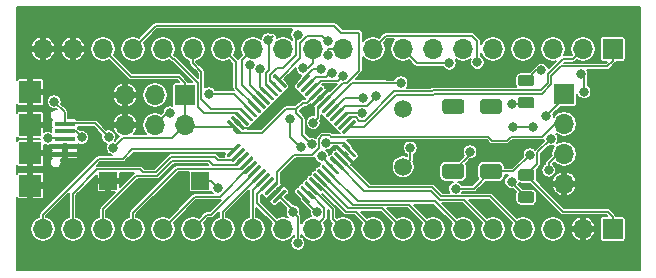
<source format=gbr>
G04 #@! TF.GenerationSoftware,KiCad,Pcbnew,5.1.6+dfsg1-1*
G04 #@! TF.CreationDate,2020-11-01T22:24:16+03:00*
G04 #@! TF.ProjectId,WhitePill,57686974-6550-4696-9c6c-2e6b69636164,rev?*
G04 #@! TF.SameCoordinates,Original*
G04 #@! TF.FileFunction,Copper,L1,Top*
G04 #@! TF.FilePolarity,Positive*
%FSLAX46Y46*%
G04 Gerber Fmt 4.6, Leading zero omitted, Abs format (unit mm)*
G04 Created by KiCad (PCBNEW 5.1.6+dfsg1-1) date 2020-11-01 22:24:16*
%MOMM*%
%LPD*%
G01*
G04 APERTURE LIST*
G04 #@! TA.AperFunction,ComponentPad*
%ADD10O,1.700000X1.700000*%
G04 #@! TD*
G04 #@! TA.AperFunction,ComponentPad*
%ADD11R,1.700000X1.700000*%
G04 #@! TD*
G04 #@! TA.AperFunction,SMDPad,CuDef*
%ADD12R,1.800000X0.400000*%
G04 #@! TD*
G04 #@! TA.AperFunction,SMDPad,CuDef*
%ADD13R,1.900000X1.900000*%
G04 #@! TD*
G04 #@! TA.AperFunction,SMDPad,CuDef*
%ADD14R,1.500000X1.500000*%
G04 #@! TD*
G04 #@! TA.AperFunction,ComponentPad*
%ADD15C,1.500000*%
G04 #@! TD*
G04 #@! TA.AperFunction,ViaPad*
%ADD16C,0.800000*%
G04 #@! TD*
G04 #@! TA.AperFunction,Conductor*
%ADD17C,0.152400*%
G04 #@! TD*
G04 APERTURE END LIST*
D10*
X146659600Y-103801800D03*
X146659600Y-101261800D03*
X146659600Y-98721800D03*
D11*
X146659600Y-96181800D03*
X114554000Y-96291400D03*
D10*
X114554000Y-98831400D03*
X112014000Y-96291400D03*
X112014000Y-98831400D03*
X109474000Y-96291400D03*
X109474000Y-98831400D03*
G04 #@! TA.AperFunction,SMDPad,CuDef*
G36*
G01*
X143890050Y-95550000D02*
X142977550Y-95550000D01*
G75*
G02*
X142733800Y-95306250I0J243750D01*
G01*
X142733800Y-94818750D01*
G75*
G02*
X142977550Y-94575000I243750J0D01*
G01*
X143890050Y-94575000D01*
G75*
G02*
X144133800Y-94818750I0J-243750D01*
G01*
X144133800Y-95306250D01*
G75*
G02*
X143890050Y-95550000I-243750J0D01*
G01*
G37*
G04 #@! TD.AperFunction*
G04 #@! TA.AperFunction,SMDPad,CuDef*
G36*
G01*
X143890050Y-97425000D02*
X142977550Y-97425000D01*
G75*
G02*
X142733800Y-97181250I0J243750D01*
G01*
X142733800Y-96693750D01*
G75*
G02*
X142977550Y-96450000I243750J0D01*
G01*
X143890050Y-96450000D01*
G75*
G02*
X144133800Y-96693750I0J-243750D01*
G01*
X144133800Y-97181250D01*
G75*
G02*
X143890050Y-97425000I-243750J0D01*
G01*
G37*
G04 #@! TD.AperFunction*
G04 #@! TA.AperFunction,SMDPad,CuDef*
G36*
G01*
X143890050Y-105425000D02*
X142977550Y-105425000D01*
G75*
G02*
X142733800Y-105181250I0J243750D01*
G01*
X142733800Y-104693750D01*
G75*
G02*
X142977550Y-104450000I243750J0D01*
G01*
X143890050Y-104450000D01*
G75*
G02*
X144133800Y-104693750I0J-243750D01*
G01*
X144133800Y-105181250D01*
G75*
G02*
X143890050Y-105425000I-243750J0D01*
G01*
G37*
G04 #@! TD.AperFunction*
G04 #@! TA.AperFunction,SMDPad,CuDef*
G36*
G01*
X143890050Y-103550000D02*
X142977550Y-103550000D01*
G75*
G02*
X142733800Y-103306250I0J243750D01*
G01*
X142733800Y-102818750D01*
G75*
G02*
X142977550Y-102575000I243750J0D01*
G01*
X143890050Y-102575000D01*
G75*
G02*
X144133800Y-102818750I0J-243750D01*
G01*
X144133800Y-103306250D01*
G75*
G02*
X143890050Y-103550000I-243750J0D01*
G01*
G37*
G04 #@! TD.AperFunction*
D12*
X104359000Y-99350000D03*
X104359000Y-98700000D03*
X104359000Y-100000000D03*
X104359000Y-100650000D03*
X104359000Y-101300000D03*
D13*
X101459000Y-96050000D03*
X101459000Y-103950000D03*
X101459000Y-101200000D03*
X101459000Y-98800000D03*
D10*
X102515000Y-92380000D03*
X105055000Y-92380000D03*
X107595000Y-92380000D03*
X110135000Y-92380000D03*
X112675000Y-92380000D03*
X115215000Y-92380000D03*
X117755000Y-92380000D03*
X120295000Y-92380000D03*
X122835000Y-92380000D03*
X125375000Y-92380000D03*
X127915000Y-92380000D03*
X130455000Y-92380000D03*
X132995000Y-92380000D03*
X135535000Y-92380000D03*
X138075000Y-92380000D03*
X140615000Y-92380000D03*
X143155000Y-92380000D03*
X145695000Y-92380000D03*
X148235000Y-92380000D03*
D11*
X150775000Y-92380000D03*
X150775000Y-107620000D03*
D10*
X148235000Y-107620000D03*
X145695000Y-107620000D03*
X143155000Y-107620000D03*
X140615000Y-107620000D03*
X138075000Y-107620000D03*
X135535000Y-107620000D03*
X132995000Y-107620000D03*
X130455000Y-107620000D03*
X127915000Y-107620000D03*
X125375000Y-107620000D03*
X122835000Y-107620000D03*
X120295000Y-107620000D03*
X117755000Y-107620000D03*
X115215000Y-107620000D03*
X112675000Y-107620000D03*
X110135000Y-107620000D03*
X107595000Y-107620000D03*
X105055000Y-107620000D03*
X102515000Y-107620000D03*
D14*
X108063200Y-103555800D03*
X115863200Y-103555800D03*
G04 #@! TA.AperFunction,SMDPad,CuDef*
G36*
G01*
X128927334Y-98426688D02*
X129033400Y-98532754D01*
G75*
G02*
X129033400Y-98638820I-53033J-53033D01*
G01*
X128096484Y-99575736D01*
G75*
G02*
X127990418Y-99575736I-53033J53033D01*
G01*
X127884352Y-99469670D01*
G75*
G02*
X127884352Y-99363604I53033J53033D01*
G01*
X128821268Y-98426688D01*
G75*
G02*
X128927334Y-98426688I53033J-53033D01*
G01*
G37*
G04 #@! TD.AperFunction*
G04 #@! TA.AperFunction,SMDPad,CuDef*
G36*
G01*
X128573780Y-98073134D02*
X128679846Y-98179200D01*
G75*
G02*
X128679846Y-98285266I-53033J-53033D01*
G01*
X127742930Y-99222182D01*
G75*
G02*
X127636864Y-99222182I-53033J53033D01*
G01*
X127530798Y-99116116D01*
G75*
G02*
X127530798Y-99010050I53033J53033D01*
G01*
X128467714Y-98073134D01*
G75*
G02*
X128573780Y-98073134I53033J-53033D01*
G01*
G37*
G04 #@! TD.AperFunction*
G04 #@! TA.AperFunction,SMDPad,CuDef*
G36*
G01*
X128220227Y-97719581D02*
X128326293Y-97825647D01*
G75*
G02*
X128326293Y-97931713I-53033J-53033D01*
G01*
X127389377Y-98868629D01*
G75*
G02*
X127283311Y-98868629I-53033J53033D01*
G01*
X127177245Y-98762563D01*
G75*
G02*
X127177245Y-98656497I53033J53033D01*
G01*
X128114161Y-97719581D01*
G75*
G02*
X128220227Y-97719581I53033J-53033D01*
G01*
G37*
G04 #@! TD.AperFunction*
G04 #@! TA.AperFunction,SMDPad,CuDef*
G36*
G01*
X127866673Y-97366027D02*
X127972739Y-97472093D01*
G75*
G02*
X127972739Y-97578159I-53033J-53033D01*
G01*
X127035823Y-98515075D01*
G75*
G02*
X126929757Y-98515075I-53033J53033D01*
G01*
X126823691Y-98409009D01*
G75*
G02*
X126823691Y-98302943I53033J53033D01*
G01*
X127760607Y-97366027D01*
G75*
G02*
X127866673Y-97366027I53033J-53033D01*
G01*
G37*
G04 #@! TD.AperFunction*
G04 #@! TA.AperFunction,SMDPad,CuDef*
G36*
G01*
X127513120Y-97012474D02*
X127619186Y-97118540D01*
G75*
G02*
X127619186Y-97224606I-53033J-53033D01*
G01*
X126682270Y-98161522D01*
G75*
G02*
X126576204Y-98161522I-53033J53033D01*
G01*
X126470138Y-98055456D01*
G75*
G02*
X126470138Y-97949390I53033J53033D01*
G01*
X127407054Y-97012474D01*
G75*
G02*
X127513120Y-97012474I53033J-53033D01*
G01*
G37*
G04 #@! TD.AperFunction*
G04 #@! TA.AperFunction,SMDPad,CuDef*
G36*
G01*
X127159567Y-96658921D02*
X127265633Y-96764987D01*
G75*
G02*
X127265633Y-96871053I-53033J-53033D01*
G01*
X126328717Y-97807969D01*
G75*
G02*
X126222651Y-97807969I-53033J53033D01*
G01*
X126116585Y-97701903D01*
G75*
G02*
X126116585Y-97595837I53033J53033D01*
G01*
X127053501Y-96658921D01*
G75*
G02*
X127159567Y-96658921I53033J-53033D01*
G01*
G37*
G04 #@! TD.AperFunction*
G04 #@! TA.AperFunction,SMDPad,CuDef*
G36*
G01*
X126806013Y-96305367D02*
X126912079Y-96411433D01*
G75*
G02*
X126912079Y-96517499I-53033J-53033D01*
G01*
X125975163Y-97454415D01*
G75*
G02*
X125869097Y-97454415I-53033J53033D01*
G01*
X125763031Y-97348349D01*
G75*
G02*
X125763031Y-97242283I53033J53033D01*
G01*
X126699947Y-96305367D01*
G75*
G02*
X126806013Y-96305367I53033J-53033D01*
G01*
G37*
G04 #@! TD.AperFunction*
G04 #@! TA.AperFunction,SMDPad,CuDef*
G36*
G01*
X126452460Y-95951814D02*
X126558526Y-96057880D01*
G75*
G02*
X126558526Y-96163946I-53033J-53033D01*
G01*
X125621610Y-97100862D01*
G75*
G02*
X125515544Y-97100862I-53033J53033D01*
G01*
X125409478Y-96994796D01*
G75*
G02*
X125409478Y-96888730I53033J53033D01*
G01*
X126346394Y-95951814D01*
G75*
G02*
X126452460Y-95951814I53033J-53033D01*
G01*
G37*
G04 #@! TD.AperFunction*
G04 #@! TA.AperFunction,SMDPad,CuDef*
G36*
G01*
X126098907Y-95598261D02*
X126204973Y-95704327D01*
G75*
G02*
X126204973Y-95810393I-53033J-53033D01*
G01*
X125268057Y-96747309D01*
G75*
G02*
X125161991Y-96747309I-53033J53033D01*
G01*
X125055925Y-96641243D01*
G75*
G02*
X125055925Y-96535177I53033J53033D01*
G01*
X125992841Y-95598261D01*
G75*
G02*
X126098907Y-95598261I53033J-53033D01*
G01*
G37*
G04 #@! TD.AperFunction*
G04 #@! TA.AperFunction,SMDPad,CuDef*
G36*
G01*
X125745353Y-95244707D02*
X125851419Y-95350773D01*
G75*
G02*
X125851419Y-95456839I-53033J-53033D01*
G01*
X124914503Y-96393755D01*
G75*
G02*
X124808437Y-96393755I-53033J53033D01*
G01*
X124702371Y-96287689D01*
G75*
G02*
X124702371Y-96181623I53033J53033D01*
G01*
X125639287Y-95244707D01*
G75*
G02*
X125745353Y-95244707I53033J-53033D01*
G01*
G37*
G04 #@! TD.AperFunction*
G04 #@! TA.AperFunction,SMDPad,CuDef*
G36*
G01*
X125391800Y-94891154D02*
X125497866Y-94997220D01*
G75*
G02*
X125497866Y-95103286I-53033J-53033D01*
G01*
X124560950Y-96040202D01*
G75*
G02*
X124454884Y-96040202I-53033J53033D01*
G01*
X124348818Y-95934136D01*
G75*
G02*
X124348818Y-95828070I53033J53033D01*
G01*
X125285734Y-94891154D01*
G75*
G02*
X125391800Y-94891154I53033J-53033D01*
G01*
G37*
G04 #@! TD.AperFunction*
G04 #@! TA.AperFunction,SMDPad,CuDef*
G36*
G01*
X125038246Y-94537600D02*
X125144312Y-94643666D01*
G75*
G02*
X125144312Y-94749732I-53033J-53033D01*
G01*
X124207396Y-95686648D01*
G75*
G02*
X124101330Y-95686648I-53033J53033D01*
G01*
X123995264Y-95580582D01*
G75*
G02*
X123995264Y-95474516I53033J53033D01*
G01*
X124932180Y-94537600D01*
G75*
G02*
X125038246Y-94537600I53033J-53033D01*
G01*
G37*
G04 #@! TD.AperFunction*
G04 #@! TA.AperFunction,SMDPad,CuDef*
G36*
G01*
X122209820Y-94537600D02*
X123146736Y-95474516D01*
G75*
G02*
X123146736Y-95580582I-53033J-53033D01*
G01*
X123040670Y-95686648D01*
G75*
G02*
X122934604Y-95686648I-53033J53033D01*
G01*
X121997688Y-94749732D01*
G75*
G02*
X121997688Y-94643666I53033J53033D01*
G01*
X122103754Y-94537600D01*
G75*
G02*
X122209820Y-94537600I53033J-53033D01*
G01*
G37*
G04 #@! TD.AperFunction*
G04 #@! TA.AperFunction,SMDPad,CuDef*
G36*
G01*
X121856266Y-94891154D02*
X122793182Y-95828070D01*
G75*
G02*
X122793182Y-95934136I-53033J-53033D01*
G01*
X122687116Y-96040202D01*
G75*
G02*
X122581050Y-96040202I-53033J53033D01*
G01*
X121644134Y-95103286D01*
G75*
G02*
X121644134Y-94997220I53033J53033D01*
G01*
X121750200Y-94891154D01*
G75*
G02*
X121856266Y-94891154I53033J-53033D01*
G01*
G37*
G04 #@! TD.AperFunction*
G04 #@! TA.AperFunction,SMDPad,CuDef*
G36*
G01*
X121502713Y-95244707D02*
X122439629Y-96181623D01*
G75*
G02*
X122439629Y-96287689I-53033J-53033D01*
G01*
X122333563Y-96393755D01*
G75*
G02*
X122227497Y-96393755I-53033J53033D01*
G01*
X121290581Y-95456839D01*
G75*
G02*
X121290581Y-95350773I53033J53033D01*
G01*
X121396647Y-95244707D01*
G75*
G02*
X121502713Y-95244707I53033J-53033D01*
G01*
G37*
G04 #@! TD.AperFunction*
G04 #@! TA.AperFunction,SMDPad,CuDef*
G36*
G01*
X121149159Y-95598261D02*
X122086075Y-96535177D01*
G75*
G02*
X122086075Y-96641243I-53033J-53033D01*
G01*
X121980009Y-96747309D01*
G75*
G02*
X121873943Y-96747309I-53033J53033D01*
G01*
X120937027Y-95810393D01*
G75*
G02*
X120937027Y-95704327I53033J53033D01*
G01*
X121043093Y-95598261D01*
G75*
G02*
X121149159Y-95598261I53033J-53033D01*
G01*
G37*
G04 #@! TD.AperFunction*
G04 #@! TA.AperFunction,SMDPad,CuDef*
G36*
G01*
X120795606Y-95951814D02*
X121732522Y-96888730D01*
G75*
G02*
X121732522Y-96994796I-53033J-53033D01*
G01*
X121626456Y-97100862D01*
G75*
G02*
X121520390Y-97100862I-53033J53033D01*
G01*
X120583474Y-96163946D01*
G75*
G02*
X120583474Y-96057880I53033J53033D01*
G01*
X120689540Y-95951814D01*
G75*
G02*
X120795606Y-95951814I53033J-53033D01*
G01*
G37*
G04 #@! TD.AperFunction*
G04 #@! TA.AperFunction,SMDPad,CuDef*
G36*
G01*
X120442053Y-96305367D02*
X121378969Y-97242283D01*
G75*
G02*
X121378969Y-97348349I-53033J-53033D01*
G01*
X121272903Y-97454415D01*
G75*
G02*
X121166837Y-97454415I-53033J53033D01*
G01*
X120229921Y-96517499D01*
G75*
G02*
X120229921Y-96411433I53033J53033D01*
G01*
X120335987Y-96305367D01*
G75*
G02*
X120442053Y-96305367I53033J-53033D01*
G01*
G37*
G04 #@! TD.AperFunction*
G04 #@! TA.AperFunction,SMDPad,CuDef*
G36*
G01*
X120088499Y-96658921D02*
X121025415Y-97595837D01*
G75*
G02*
X121025415Y-97701903I-53033J-53033D01*
G01*
X120919349Y-97807969D01*
G75*
G02*
X120813283Y-97807969I-53033J53033D01*
G01*
X119876367Y-96871053D01*
G75*
G02*
X119876367Y-96764987I53033J53033D01*
G01*
X119982433Y-96658921D01*
G75*
G02*
X120088499Y-96658921I53033J-53033D01*
G01*
G37*
G04 #@! TD.AperFunction*
G04 #@! TA.AperFunction,SMDPad,CuDef*
G36*
G01*
X119734946Y-97012474D02*
X120671862Y-97949390D01*
G75*
G02*
X120671862Y-98055456I-53033J-53033D01*
G01*
X120565796Y-98161522D01*
G75*
G02*
X120459730Y-98161522I-53033J53033D01*
G01*
X119522814Y-97224606D01*
G75*
G02*
X119522814Y-97118540I53033J53033D01*
G01*
X119628880Y-97012474D01*
G75*
G02*
X119734946Y-97012474I53033J-53033D01*
G01*
G37*
G04 #@! TD.AperFunction*
G04 #@! TA.AperFunction,SMDPad,CuDef*
G36*
G01*
X119381393Y-97366027D02*
X120318309Y-98302943D01*
G75*
G02*
X120318309Y-98409009I-53033J-53033D01*
G01*
X120212243Y-98515075D01*
G75*
G02*
X120106177Y-98515075I-53033J53033D01*
G01*
X119169261Y-97578159D01*
G75*
G02*
X119169261Y-97472093I53033J53033D01*
G01*
X119275327Y-97366027D01*
G75*
G02*
X119381393Y-97366027I53033J-53033D01*
G01*
G37*
G04 #@! TD.AperFunction*
G04 #@! TA.AperFunction,SMDPad,CuDef*
G36*
G01*
X119027839Y-97719581D02*
X119964755Y-98656497D01*
G75*
G02*
X119964755Y-98762563I-53033J-53033D01*
G01*
X119858689Y-98868629D01*
G75*
G02*
X119752623Y-98868629I-53033J53033D01*
G01*
X118815707Y-97931713D01*
G75*
G02*
X118815707Y-97825647I53033J53033D01*
G01*
X118921773Y-97719581D01*
G75*
G02*
X119027839Y-97719581I53033J-53033D01*
G01*
G37*
G04 #@! TD.AperFunction*
G04 #@! TA.AperFunction,SMDPad,CuDef*
G36*
G01*
X118674286Y-98073134D02*
X119611202Y-99010050D01*
G75*
G02*
X119611202Y-99116116I-53033J-53033D01*
G01*
X119505136Y-99222182D01*
G75*
G02*
X119399070Y-99222182I-53033J53033D01*
G01*
X118462154Y-98285266D01*
G75*
G02*
X118462154Y-98179200I53033J53033D01*
G01*
X118568220Y-98073134D01*
G75*
G02*
X118674286Y-98073134I53033J-53033D01*
G01*
G37*
G04 #@! TD.AperFunction*
G04 #@! TA.AperFunction,SMDPad,CuDef*
G36*
G01*
X118320732Y-98426688D02*
X119257648Y-99363604D01*
G75*
G02*
X119257648Y-99469670I-53033J-53033D01*
G01*
X119151582Y-99575736D01*
G75*
G02*
X119045516Y-99575736I-53033J53033D01*
G01*
X118108600Y-98638820D01*
G75*
G02*
X118108600Y-98532754I53033J53033D01*
G01*
X118214666Y-98426688D01*
G75*
G02*
X118320732Y-98426688I53033J-53033D01*
G01*
G37*
G04 #@! TD.AperFunction*
G04 #@! TA.AperFunction,SMDPad,CuDef*
G36*
G01*
X119151582Y-100424264D02*
X119257648Y-100530330D01*
G75*
G02*
X119257648Y-100636396I-53033J-53033D01*
G01*
X118320732Y-101573312D01*
G75*
G02*
X118214666Y-101573312I-53033J53033D01*
G01*
X118108600Y-101467246D01*
G75*
G02*
X118108600Y-101361180I53033J53033D01*
G01*
X119045516Y-100424264D01*
G75*
G02*
X119151582Y-100424264I53033J-53033D01*
G01*
G37*
G04 #@! TD.AperFunction*
G04 #@! TA.AperFunction,SMDPad,CuDef*
G36*
G01*
X119505136Y-100777818D02*
X119611202Y-100883884D01*
G75*
G02*
X119611202Y-100989950I-53033J-53033D01*
G01*
X118674286Y-101926866D01*
G75*
G02*
X118568220Y-101926866I-53033J53033D01*
G01*
X118462154Y-101820800D01*
G75*
G02*
X118462154Y-101714734I53033J53033D01*
G01*
X119399070Y-100777818D01*
G75*
G02*
X119505136Y-100777818I53033J-53033D01*
G01*
G37*
G04 #@! TD.AperFunction*
G04 #@! TA.AperFunction,SMDPad,CuDef*
G36*
G01*
X119858689Y-101131371D02*
X119964755Y-101237437D01*
G75*
G02*
X119964755Y-101343503I-53033J-53033D01*
G01*
X119027839Y-102280419D01*
G75*
G02*
X118921773Y-102280419I-53033J53033D01*
G01*
X118815707Y-102174353D01*
G75*
G02*
X118815707Y-102068287I53033J53033D01*
G01*
X119752623Y-101131371D01*
G75*
G02*
X119858689Y-101131371I53033J-53033D01*
G01*
G37*
G04 #@! TD.AperFunction*
G04 #@! TA.AperFunction,SMDPad,CuDef*
G36*
G01*
X120212243Y-101484925D02*
X120318309Y-101590991D01*
G75*
G02*
X120318309Y-101697057I-53033J-53033D01*
G01*
X119381393Y-102633973D01*
G75*
G02*
X119275327Y-102633973I-53033J53033D01*
G01*
X119169261Y-102527907D01*
G75*
G02*
X119169261Y-102421841I53033J53033D01*
G01*
X120106177Y-101484925D01*
G75*
G02*
X120212243Y-101484925I53033J-53033D01*
G01*
G37*
G04 #@! TD.AperFunction*
G04 #@! TA.AperFunction,SMDPad,CuDef*
G36*
G01*
X120565796Y-101838478D02*
X120671862Y-101944544D01*
G75*
G02*
X120671862Y-102050610I-53033J-53033D01*
G01*
X119734946Y-102987526D01*
G75*
G02*
X119628880Y-102987526I-53033J53033D01*
G01*
X119522814Y-102881460D01*
G75*
G02*
X119522814Y-102775394I53033J53033D01*
G01*
X120459730Y-101838478D01*
G75*
G02*
X120565796Y-101838478I53033J-53033D01*
G01*
G37*
G04 #@! TD.AperFunction*
G04 #@! TA.AperFunction,SMDPad,CuDef*
G36*
G01*
X120919349Y-102192031D02*
X121025415Y-102298097D01*
G75*
G02*
X121025415Y-102404163I-53033J-53033D01*
G01*
X120088499Y-103341079D01*
G75*
G02*
X119982433Y-103341079I-53033J53033D01*
G01*
X119876367Y-103235013D01*
G75*
G02*
X119876367Y-103128947I53033J53033D01*
G01*
X120813283Y-102192031D01*
G75*
G02*
X120919349Y-102192031I53033J-53033D01*
G01*
G37*
G04 #@! TD.AperFunction*
G04 #@! TA.AperFunction,SMDPad,CuDef*
G36*
G01*
X121272903Y-102545585D02*
X121378969Y-102651651D01*
G75*
G02*
X121378969Y-102757717I-53033J-53033D01*
G01*
X120442053Y-103694633D01*
G75*
G02*
X120335987Y-103694633I-53033J53033D01*
G01*
X120229921Y-103588567D01*
G75*
G02*
X120229921Y-103482501I53033J53033D01*
G01*
X121166837Y-102545585D01*
G75*
G02*
X121272903Y-102545585I53033J-53033D01*
G01*
G37*
G04 #@! TD.AperFunction*
G04 #@! TA.AperFunction,SMDPad,CuDef*
G36*
G01*
X121626456Y-102899138D02*
X121732522Y-103005204D01*
G75*
G02*
X121732522Y-103111270I-53033J-53033D01*
G01*
X120795606Y-104048186D01*
G75*
G02*
X120689540Y-104048186I-53033J53033D01*
G01*
X120583474Y-103942120D01*
G75*
G02*
X120583474Y-103836054I53033J53033D01*
G01*
X121520390Y-102899138D01*
G75*
G02*
X121626456Y-102899138I53033J-53033D01*
G01*
G37*
G04 #@! TD.AperFunction*
G04 #@! TA.AperFunction,SMDPad,CuDef*
G36*
G01*
X121980009Y-103252691D02*
X122086075Y-103358757D01*
G75*
G02*
X122086075Y-103464823I-53033J-53033D01*
G01*
X121149159Y-104401739D01*
G75*
G02*
X121043093Y-104401739I-53033J53033D01*
G01*
X120937027Y-104295673D01*
G75*
G02*
X120937027Y-104189607I53033J53033D01*
G01*
X121873943Y-103252691D01*
G75*
G02*
X121980009Y-103252691I53033J-53033D01*
G01*
G37*
G04 #@! TD.AperFunction*
G04 #@! TA.AperFunction,SMDPad,CuDef*
G36*
G01*
X122333563Y-103606245D02*
X122439629Y-103712311D01*
G75*
G02*
X122439629Y-103818377I-53033J-53033D01*
G01*
X121502713Y-104755293D01*
G75*
G02*
X121396647Y-104755293I-53033J53033D01*
G01*
X121290581Y-104649227D01*
G75*
G02*
X121290581Y-104543161I53033J53033D01*
G01*
X122227497Y-103606245D01*
G75*
G02*
X122333563Y-103606245I53033J-53033D01*
G01*
G37*
G04 #@! TD.AperFunction*
G04 #@! TA.AperFunction,SMDPad,CuDef*
G36*
G01*
X122687116Y-103959798D02*
X122793182Y-104065864D01*
G75*
G02*
X122793182Y-104171930I-53033J-53033D01*
G01*
X121856266Y-105108846D01*
G75*
G02*
X121750200Y-105108846I-53033J53033D01*
G01*
X121644134Y-105002780D01*
G75*
G02*
X121644134Y-104896714I53033J53033D01*
G01*
X122581050Y-103959798D01*
G75*
G02*
X122687116Y-103959798I53033J-53033D01*
G01*
G37*
G04 #@! TD.AperFunction*
G04 #@! TA.AperFunction,SMDPad,CuDef*
G36*
G01*
X123040670Y-104313352D02*
X123146736Y-104419418D01*
G75*
G02*
X123146736Y-104525484I-53033J-53033D01*
G01*
X122209820Y-105462400D01*
G75*
G02*
X122103754Y-105462400I-53033J53033D01*
G01*
X121997688Y-105356334D01*
G75*
G02*
X121997688Y-105250268I53033J53033D01*
G01*
X122934604Y-104313352D01*
G75*
G02*
X123040670Y-104313352I53033J-53033D01*
G01*
G37*
G04 #@! TD.AperFunction*
G04 #@! TA.AperFunction,SMDPad,CuDef*
G36*
G01*
X124207396Y-104313352D02*
X125144312Y-105250268D01*
G75*
G02*
X125144312Y-105356334I-53033J-53033D01*
G01*
X125038246Y-105462400D01*
G75*
G02*
X124932180Y-105462400I-53033J53033D01*
G01*
X123995264Y-104525484D01*
G75*
G02*
X123995264Y-104419418I53033J53033D01*
G01*
X124101330Y-104313352D01*
G75*
G02*
X124207396Y-104313352I53033J-53033D01*
G01*
G37*
G04 #@! TD.AperFunction*
G04 #@! TA.AperFunction,SMDPad,CuDef*
G36*
G01*
X124560950Y-103959798D02*
X125497866Y-104896714D01*
G75*
G02*
X125497866Y-105002780I-53033J-53033D01*
G01*
X125391800Y-105108846D01*
G75*
G02*
X125285734Y-105108846I-53033J53033D01*
G01*
X124348818Y-104171930D01*
G75*
G02*
X124348818Y-104065864I53033J53033D01*
G01*
X124454884Y-103959798D01*
G75*
G02*
X124560950Y-103959798I53033J-53033D01*
G01*
G37*
G04 #@! TD.AperFunction*
G04 #@! TA.AperFunction,SMDPad,CuDef*
G36*
G01*
X124914503Y-103606245D02*
X125851419Y-104543161D01*
G75*
G02*
X125851419Y-104649227I-53033J-53033D01*
G01*
X125745353Y-104755293D01*
G75*
G02*
X125639287Y-104755293I-53033J53033D01*
G01*
X124702371Y-103818377D01*
G75*
G02*
X124702371Y-103712311I53033J53033D01*
G01*
X124808437Y-103606245D01*
G75*
G02*
X124914503Y-103606245I53033J-53033D01*
G01*
G37*
G04 #@! TD.AperFunction*
G04 #@! TA.AperFunction,SMDPad,CuDef*
G36*
G01*
X125268057Y-103252691D02*
X126204973Y-104189607D01*
G75*
G02*
X126204973Y-104295673I-53033J-53033D01*
G01*
X126098907Y-104401739D01*
G75*
G02*
X125992841Y-104401739I-53033J53033D01*
G01*
X125055925Y-103464823D01*
G75*
G02*
X125055925Y-103358757I53033J53033D01*
G01*
X125161991Y-103252691D01*
G75*
G02*
X125268057Y-103252691I53033J-53033D01*
G01*
G37*
G04 #@! TD.AperFunction*
G04 #@! TA.AperFunction,SMDPad,CuDef*
G36*
G01*
X125621610Y-102899138D02*
X126558526Y-103836054D01*
G75*
G02*
X126558526Y-103942120I-53033J-53033D01*
G01*
X126452460Y-104048186D01*
G75*
G02*
X126346394Y-104048186I-53033J53033D01*
G01*
X125409478Y-103111270D01*
G75*
G02*
X125409478Y-103005204I53033J53033D01*
G01*
X125515544Y-102899138D01*
G75*
G02*
X125621610Y-102899138I53033J-53033D01*
G01*
G37*
G04 #@! TD.AperFunction*
G04 #@! TA.AperFunction,SMDPad,CuDef*
G36*
G01*
X125975163Y-102545585D02*
X126912079Y-103482501D01*
G75*
G02*
X126912079Y-103588567I-53033J-53033D01*
G01*
X126806013Y-103694633D01*
G75*
G02*
X126699947Y-103694633I-53033J53033D01*
G01*
X125763031Y-102757717D01*
G75*
G02*
X125763031Y-102651651I53033J53033D01*
G01*
X125869097Y-102545585D01*
G75*
G02*
X125975163Y-102545585I53033J-53033D01*
G01*
G37*
G04 #@! TD.AperFunction*
G04 #@! TA.AperFunction,SMDPad,CuDef*
G36*
G01*
X126328717Y-102192031D02*
X127265633Y-103128947D01*
G75*
G02*
X127265633Y-103235013I-53033J-53033D01*
G01*
X127159567Y-103341079D01*
G75*
G02*
X127053501Y-103341079I-53033J53033D01*
G01*
X126116585Y-102404163D01*
G75*
G02*
X126116585Y-102298097I53033J53033D01*
G01*
X126222651Y-102192031D01*
G75*
G02*
X126328717Y-102192031I53033J-53033D01*
G01*
G37*
G04 #@! TD.AperFunction*
G04 #@! TA.AperFunction,SMDPad,CuDef*
G36*
G01*
X126682270Y-101838478D02*
X127619186Y-102775394D01*
G75*
G02*
X127619186Y-102881460I-53033J-53033D01*
G01*
X127513120Y-102987526D01*
G75*
G02*
X127407054Y-102987526I-53033J53033D01*
G01*
X126470138Y-102050610D01*
G75*
G02*
X126470138Y-101944544I53033J53033D01*
G01*
X126576204Y-101838478D01*
G75*
G02*
X126682270Y-101838478I53033J-53033D01*
G01*
G37*
G04 #@! TD.AperFunction*
G04 #@! TA.AperFunction,SMDPad,CuDef*
G36*
G01*
X127035823Y-101484925D02*
X127972739Y-102421841D01*
G75*
G02*
X127972739Y-102527907I-53033J-53033D01*
G01*
X127866673Y-102633973D01*
G75*
G02*
X127760607Y-102633973I-53033J53033D01*
G01*
X126823691Y-101697057D01*
G75*
G02*
X126823691Y-101590991I53033J53033D01*
G01*
X126929757Y-101484925D01*
G75*
G02*
X127035823Y-101484925I53033J-53033D01*
G01*
G37*
G04 #@! TD.AperFunction*
G04 #@! TA.AperFunction,SMDPad,CuDef*
G36*
G01*
X127389377Y-101131371D02*
X128326293Y-102068287D01*
G75*
G02*
X128326293Y-102174353I-53033J-53033D01*
G01*
X128220227Y-102280419D01*
G75*
G02*
X128114161Y-102280419I-53033J53033D01*
G01*
X127177245Y-101343503D01*
G75*
G02*
X127177245Y-101237437I53033J53033D01*
G01*
X127283311Y-101131371D01*
G75*
G02*
X127389377Y-101131371I53033J-53033D01*
G01*
G37*
G04 #@! TD.AperFunction*
G04 #@! TA.AperFunction,SMDPad,CuDef*
G36*
G01*
X127742930Y-100777818D02*
X128679846Y-101714734D01*
G75*
G02*
X128679846Y-101820800I-53033J-53033D01*
G01*
X128573780Y-101926866D01*
G75*
G02*
X128467714Y-101926866I-53033J53033D01*
G01*
X127530798Y-100989950D01*
G75*
G02*
X127530798Y-100883884I53033J53033D01*
G01*
X127636864Y-100777818D01*
G75*
G02*
X127742930Y-100777818I53033J-53033D01*
G01*
G37*
G04 #@! TD.AperFunction*
G04 #@! TA.AperFunction,SMDPad,CuDef*
G36*
G01*
X128096484Y-100424264D02*
X129033400Y-101361180D01*
G75*
G02*
X129033400Y-101467246I-53033J-53033D01*
G01*
X128927334Y-101573312D01*
G75*
G02*
X128821268Y-101573312I-53033J53033D01*
G01*
X127884352Y-100636396D01*
G75*
G02*
X127884352Y-100530330I53033J53033D01*
G01*
X127990418Y-100424264D01*
G75*
G02*
X128096484Y-100424264I53033J-53033D01*
G01*
G37*
G04 #@! TD.AperFunction*
D15*
X133019800Y-102362000D03*
X133019800Y-97482000D03*
G04 #@! TA.AperFunction,SMDPad,CuDef*
G36*
G01*
X141086800Y-103400000D02*
X139836800Y-103400000D01*
G75*
G02*
X139511800Y-103075000I0J325000D01*
G01*
X139511800Y-102425000D01*
G75*
G02*
X139836800Y-102100000I325000J0D01*
G01*
X141086800Y-102100000D01*
G75*
G02*
X141411800Y-102425000I0J-325000D01*
G01*
X141411800Y-103075000D01*
G75*
G02*
X141086800Y-103400000I-325000J0D01*
G01*
G37*
G04 #@! TD.AperFunction*
G04 #@! TA.AperFunction,SMDPad,CuDef*
G36*
G01*
X141086800Y-97900000D02*
X139836800Y-97900000D01*
G75*
G02*
X139511800Y-97575000I0J325000D01*
G01*
X139511800Y-96925000D01*
G75*
G02*
X139836800Y-96600000I325000J0D01*
G01*
X141086800Y-96600000D01*
G75*
G02*
X141411800Y-96925000I0J-325000D01*
G01*
X141411800Y-97575000D01*
G75*
G02*
X141086800Y-97900000I-325000J0D01*
G01*
G37*
G04 #@! TD.AperFunction*
G04 #@! TA.AperFunction,SMDPad,CuDef*
G36*
G01*
X137886800Y-97900000D02*
X136636800Y-97900000D01*
G75*
G02*
X136311800Y-97575000I0J325000D01*
G01*
X136311800Y-96925000D01*
G75*
G02*
X136636800Y-96600000I325000J0D01*
G01*
X137886800Y-96600000D01*
G75*
G02*
X138211800Y-96925000I0J-325000D01*
G01*
X138211800Y-97575000D01*
G75*
G02*
X137886800Y-97900000I-325000J0D01*
G01*
G37*
G04 #@! TD.AperFunction*
G04 #@! TA.AperFunction,SMDPad,CuDef*
G36*
G01*
X137886800Y-103400000D02*
X136636800Y-103400000D01*
G75*
G02*
X136311800Y-103075000I0J325000D01*
G01*
X136311800Y-102425000D01*
G75*
G02*
X136636800Y-102100000I325000J0D01*
G01*
X137886800Y-102100000D01*
G75*
G02*
X138211800Y-102425000I0J-325000D01*
G01*
X138211800Y-103075000D01*
G75*
G02*
X137886800Y-103400000I-325000J0D01*
G01*
G37*
G04 #@! TD.AperFunction*
D16*
X123698000Y-106172000D03*
X144732836Y-94206562D03*
X125274586Y-100471017D03*
X126531797Y-100330008D03*
X108470782Y-100751188D03*
X124104991Y-108835329D03*
X145536920Y-100004880D03*
X143987520Y-98988880D03*
X142290800Y-99016820D03*
X145138140Y-98071940D03*
X107950000Y-98552000D03*
X106934000Y-100076000D03*
X129794000Y-102108000D03*
X123466860Y-96273620D03*
X124524462Y-101976119D03*
X124835920Y-97650300D03*
X131853940Y-94653100D03*
X110398189Y-101924232D03*
X111785400Y-102194400D03*
X110256320Y-104548940D03*
X120895115Y-98797115D03*
X135151729Y-95344430D03*
X117348000Y-104140000D03*
X117348000Y-104140000D03*
X125399800Y-98620580D03*
X103479600Y-96850200D03*
X108077000Y-99822000D03*
X129601693Y-96571967D03*
X133618651Y-100768183D03*
X132842000Y-95250000D03*
X137457136Y-104220186D03*
X129542141Y-97829202D03*
X143764000Y-101346000D03*
X148336000Y-96012000D03*
X148082000Y-94488000D03*
X142240000Y-97028000D03*
X142197097Y-103616046D03*
X125730000Y-106172000D03*
X145346420Y-102656640D03*
X105811402Y-99872800D03*
X102929259Y-99935684D03*
X120035539Y-93758199D03*
X124560393Y-94012690D03*
X120933544Y-94075470D03*
X121594880Y-91617800D03*
X126660753Y-92939996D03*
X124104999Y-91164680D03*
X139301220Y-93522800D03*
X126670710Y-91733085D03*
X136928860Y-93591380D03*
X126095788Y-94053511D03*
X126983990Y-94439155D03*
X127931794Y-94659421D03*
X130756685Y-96409587D03*
X138684000Y-101092000D03*
X123444000Y-98298000D03*
X124354997Y-100718899D03*
X126117894Y-101447028D03*
X116566022Y-96180497D03*
X113284000Y-97790000D03*
D17*
X123698000Y-106013664D02*
X123698000Y-106172000D01*
X122572212Y-104887876D02*
X123698000Y-106013664D01*
X114723812Y-99001212D02*
X114554000Y-98831400D01*
X118683124Y-99001212D02*
X114723812Y-99001212D01*
X114554000Y-98831400D02*
X114554000Y-96291400D01*
X144289738Y-94206562D02*
X144732836Y-94206562D01*
X143433800Y-95062500D02*
X144289738Y-94206562D01*
X143433800Y-103062500D02*
X146543300Y-106172000D01*
X150775000Y-106617600D02*
X150775000Y-107620000D01*
X150329400Y-106172000D02*
X150775000Y-106617600D01*
X146543300Y-106172000D02*
X150329400Y-106172000D01*
X107595000Y-92380000D02*
X109957000Y-94742000D01*
X114554000Y-95289000D02*
X114554000Y-96291400D01*
X114007000Y-94742000D02*
X114554000Y-95289000D01*
X109957000Y-94742000D02*
X114007000Y-94742000D01*
X123952000Y-97790000D02*
X124458778Y-98296778D01*
X128458876Y-100998788D02*
X128458876Y-100786656D01*
X127097482Y-100330008D02*
X126531797Y-100330008D01*
X124458778Y-99655209D02*
X124874587Y-100071018D01*
X128002228Y-100330008D02*
X127097482Y-100330008D01*
X124874587Y-100071018D02*
X125274586Y-100471017D01*
X124458778Y-98296778D02*
X124458778Y-99655209D01*
X128458876Y-100786656D02*
X128002228Y-100330008D01*
X124503710Y-96958198D02*
X123952000Y-97509908D01*
X125630449Y-96172785D02*
X124845036Y-96958198D01*
X123952000Y-97509908D02*
X123952000Y-97790000D01*
X124845036Y-96958198D02*
X124503710Y-96958198D01*
X114554000Y-98831400D02*
X113475399Y-99910001D01*
X108870781Y-100351189D02*
X108470782Y-100751188D01*
X109311969Y-99910001D02*
X108870781Y-100351189D01*
X113475399Y-99910001D02*
X109311969Y-99910001D01*
X118683124Y-99213344D02*
X118683124Y-99001212D01*
X121108461Y-99472759D02*
X118942539Y-99472759D01*
X123113800Y-97467420D02*
X121108461Y-99472759D01*
X123952000Y-97509908D02*
X123909512Y-97467420D01*
X123909512Y-97467420D02*
X123113800Y-97467420D01*
X118942539Y-99472759D02*
X118683124Y-99213344D01*
X143433800Y-103062500D02*
X144392602Y-102103698D01*
X124104991Y-108269644D02*
X124104991Y-108835329D01*
X123698000Y-106172000D02*
X124104991Y-106578991D01*
X124104991Y-106578991D02*
X124104991Y-108269644D01*
X144392602Y-101149198D02*
X145536920Y-100004880D01*
X144392602Y-102103698D02*
X144392602Y-101149198D01*
X142318740Y-98988880D02*
X142290800Y-99016820D01*
X143987520Y-98988880D02*
X142318740Y-98988880D01*
X146659600Y-96550480D02*
X146659600Y-96181800D01*
X145138140Y-98071940D02*
X146659600Y-96550480D01*
X109474000Y-97629319D02*
X109474000Y-96291400D01*
X109474000Y-98831400D02*
X109474000Y-97629319D01*
X122218658Y-104534322D02*
X124124463Y-102628517D01*
X124124463Y-102628517D02*
X124124463Y-102376118D01*
X124124463Y-102376118D02*
X124524462Y-101976119D01*
X125959882Y-96526338D02*
X124835920Y-97650300D01*
X125984002Y-96526338D02*
X125959882Y-96526338D01*
X111515232Y-101924232D02*
X111785400Y-102194400D01*
X110398189Y-101924232D02*
X111515232Y-101924232D01*
X119508226Y-99119206D02*
X120007339Y-99119206D01*
X120329430Y-98797115D02*
X120895115Y-98797115D01*
X119036678Y-98647658D02*
X119508226Y-99119206D01*
X120007339Y-99119206D02*
X120329430Y-98797115D01*
X134751730Y-94944431D02*
X135151729Y-95344430D01*
X132253939Y-94253101D02*
X134060400Y-94253101D01*
X134060400Y-94253101D02*
X134751730Y-94944431D01*
X131853940Y-94653100D02*
X132253939Y-94253101D01*
X117348000Y-104138200D02*
X117348000Y-104140000D01*
X116765600Y-103555800D02*
X117348000Y-104138200D01*
X115863200Y-103555800D02*
X116765600Y-103555800D01*
X126337555Y-96879891D02*
X125799799Y-97417647D01*
X125799799Y-98220581D02*
X125399800Y-98620580D01*
X125799799Y-97417647D02*
X125799799Y-98220581D01*
X112091000Y-90424000D02*
X110984999Y-91530001D01*
X127761997Y-91017667D02*
X127168330Y-90424000D01*
X129285999Y-91017667D02*
X127761997Y-91017667D01*
X129286000Y-94235547D02*
X129285999Y-91017667D01*
X128233524Y-95288023D02*
X129286000Y-94235547D01*
X127929423Y-95288023D02*
X128233524Y-95288023D01*
X110984999Y-91530001D02*
X110135000Y-92380000D01*
X127168330Y-90424000D02*
X112091000Y-90424000D01*
X126337555Y-96879891D02*
X127929423Y-95288023D01*
X104359000Y-98347600D02*
X104359000Y-98700000D01*
X104359000Y-97729600D02*
X104359000Y-98347600D01*
X103479600Y-96850200D02*
X104359000Y-97729600D01*
X104694400Y-98700000D02*
X104715400Y-98679000D01*
X104359000Y-98700000D02*
X104694400Y-98700000D01*
X106934000Y-98679000D02*
X108077000Y-99822000D01*
X104715400Y-98679000D02*
X106934000Y-98679000D01*
X128059693Y-96571967D02*
X129601693Y-96571967D01*
X127044662Y-97586998D02*
X128059693Y-96571967D01*
X133618651Y-101763149D02*
X133019800Y-102362000D01*
X133618651Y-100768183D02*
X133618651Y-101763149D01*
X131520510Y-95250000D02*
X131552211Y-95281701D01*
X126691109Y-97233445D02*
X126719169Y-97233445D01*
X128702614Y-95250000D02*
X131520510Y-95250000D01*
X126719169Y-97233445D02*
X128702614Y-95250000D01*
X131552211Y-95281701D02*
X132244614Y-95281701D01*
X132244614Y-95281701D02*
X132276315Y-95250000D01*
X132276315Y-95250000D02*
X132842000Y-95250000D01*
X138991614Y-104220186D02*
X140461800Y-102750000D01*
X137457136Y-104220186D02*
X138991614Y-104220186D01*
X128268662Y-97777212D02*
X128924466Y-97777212D01*
X128976456Y-97829202D02*
X129542141Y-97829202D01*
X128924466Y-97777212D02*
X128976456Y-97829202D01*
X127751769Y-98294105D02*
X128268662Y-97777212D01*
X142360000Y-102750000D02*
X143764000Y-101346000D01*
X140461800Y-102750000D02*
X142360000Y-102750000D01*
X148336000Y-94742000D02*
X148082000Y-94488000D01*
X148336000Y-96012000D02*
X148336000Y-94742000D01*
X143343300Y-97028000D02*
X143433800Y-96937500D01*
X142240000Y-97028000D02*
X143343300Y-97028000D01*
X142197097Y-103700797D02*
X142197097Y-103616046D01*
X143433800Y-104937500D02*
X142197097Y-103700797D01*
X140539521Y-100160135D02*
X141795551Y-100160135D01*
X122336652Y-103709222D02*
X122336652Y-102793016D01*
X122336652Y-102793016D02*
X123782159Y-101347509D01*
X126793730Y-99701398D02*
X126918645Y-99826313D01*
X141795551Y-100160135D02*
X142129373Y-99826313D01*
X121865105Y-104180769D02*
X122336652Y-103709222D01*
X126190270Y-99701398D02*
X126793730Y-99701398D01*
X146389668Y-98221800D02*
X146659600Y-98221800D01*
X142129373Y-99826313D02*
X144785155Y-99826313D01*
X125903187Y-99988481D02*
X126190270Y-99701398D01*
X125903187Y-100772746D02*
X125903187Y-99988481D01*
X140205699Y-99826313D02*
X140539521Y-100160135D01*
X126918645Y-99826313D02*
X140205699Y-99826313D01*
X123782159Y-101347509D02*
X125328424Y-101347509D01*
X125328424Y-101347509D02*
X125903187Y-100772746D01*
X144785155Y-99826313D02*
X146389668Y-98221800D01*
X124569788Y-104887876D02*
X124569788Y-105100008D01*
X125641780Y-106172000D02*
X125730000Y-106172000D01*
X124569788Y-105100008D02*
X125641780Y-106172000D01*
X145346420Y-102090955D02*
X145346420Y-102656640D01*
X146659600Y-100761800D02*
X145346420Y-102074980D01*
X145346420Y-102074980D02*
X145346420Y-102090955D01*
X105288602Y-99350000D02*
X104359000Y-99350000D01*
X105811402Y-99872800D02*
X105288602Y-99350000D01*
X104294684Y-99935684D02*
X104359000Y-100000000D01*
X102929259Y-99935684D02*
X104294684Y-99935684D01*
X118918683Y-97822557D02*
X116130877Y-97822557D01*
X113524999Y-93229999D02*
X112675000Y-92380000D01*
X115632601Y-95258519D02*
X113604081Y-93229999D01*
X119390231Y-98294105D02*
X118918683Y-97822557D01*
X113604081Y-93229999D02*
X113524999Y-93229999D01*
X115632601Y-97324281D02*
X115632601Y-95258519D01*
X116130877Y-97822557D02*
X115632601Y-97324281D01*
X119272238Y-97469004D02*
X116773004Y-97469004D01*
X115937412Y-96633412D02*
X115937412Y-94304493D01*
X119743785Y-97940551D02*
X119272238Y-97469004D01*
X115215000Y-93582081D02*
X115215000Y-92380000D01*
X116773004Y-97469004D02*
X115937412Y-96633412D01*
X115937412Y-94304493D02*
X115215000Y-93582081D01*
X120450891Y-97233445D02*
X118872000Y-95654554D01*
X118872000Y-93497000D02*
X117755000Y-92380000D01*
X118872000Y-95654554D02*
X118872000Y-93497000D01*
X120804445Y-96879891D02*
X119380000Y-95455446D01*
X119380000Y-95455446D02*
X119380000Y-93295000D01*
X119380000Y-93295000D02*
X120295000Y-92380000D01*
X121157998Y-96526338D02*
X120035539Y-95403879D01*
X120035539Y-95403879D02*
X120035539Y-94323884D01*
X120035539Y-94323884D02*
X120035539Y-93758199D01*
X125375000Y-92380000D02*
X125375000Y-93582081D01*
X125375000Y-93582081D02*
X124944391Y-94012690D01*
X124944391Y-94012690D02*
X124560393Y-94012690D01*
X120933544Y-94641155D02*
X120933544Y-94075470D01*
X120933544Y-95594778D02*
X120933544Y-94641155D01*
X121511551Y-96172785D02*
X120933544Y-95594778D01*
X126712919Y-92380000D02*
X126660753Y-92432166D01*
X127915000Y-92380000D02*
X126712919Y-92380000D01*
X126660753Y-92432166D02*
X126660753Y-92939996D01*
X121705620Y-91654380D02*
X121705620Y-94181363D01*
X121393557Y-95347683D02*
X121865105Y-95819231D01*
X121442300Y-94605553D02*
X121393557Y-94654296D01*
X121594880Y-91617800D02*
X122028001Y-91331999D01*
X121442300Y-94444683D02*
X121442300Y-94605553D01*
X121393557Y-94654296D02*
X121393557Y-95347683D01*
X122028001Y-91331999D02*
X121705620Y-91654380D01*
X121705620Y-94181363D02*
X121442300Y-94444683D01*
X130455000Y-92380000D02*
X131561684Y-91273316D01*
X131561684Y-91273316D02*
X138833157Y-91273316D01*
X139301220Y-92957115D02*
X139301220Y-93522800D01*
X138833157Y-91273316D02*
X139301220Y-91741379D01*
X139301220Y-91741379D02*
X139301220Y-92957115D01*
X122338050Y-93980000D02*
X122831330Y-93980000D01*
X122831330Y-93980000D02*
X123946920Y-92864410D01*
X122218658Y-95465678D02*
X121747111Y-94994131D01*
X121747111Y-94994131D02*
X121747111Y-94570939D01*
X121747111Y-94570939D02*
X122338050Y-93980000D01*
X123946920Y-91322759D02*
X124104999Y-91164680D01*
X123946920Y-92864410D02*
X123946920Y-91322759D01*
X124863390Y-91295280D02*
X126232905Y-91295280D01*
X122572212Y-94899992D02*
X124296399Y-93175805D01*
X126232905Y-91295280D02*
X126270711Y-91333086D01*
X122572212Y-95112124D02*
X122572212Y-94899992D01*
X124296399Y-93175805D02*
X124296399Y-91862271D01*
X126270711Y-91333086D02*
X126670710Y-91733085D01*
X124296399Y-91862271D02*
X124863390Y-91295280D01*
X134206380Y-93591380D02*
X136928860Y-93591380D01*
X132995000Y-92380000D02*
X134206380Y-93591380D01*
X124569788Y-94899992D02*
X125416269Y-94053511D01*
X124569788Y-95112124D02*
X124569788Y-94899992D01*
X125416269Y-94053511D02*
X126095788Y-94053511D01*
X124923342Y-95465678D02*
X125634411Y-94754609D01*
X126499446Y-94754609D02*
X126899445Y-94354610D01*
X126899445Y-94354610D02*
X126983990Y-94439155D01*
X125634411Y-94754609D02*
X126499446Y-94754609D01*
X125276895Y-95819231D02*
X126028370Y-95067756D01*
X127531795Y-95059420D02*
X127931794Y-94659421D01*
X127523459Y-95067756D02*
X127531795Y-95059420D01*
X126028370Y-95067756D02*
X127523459Y-95067756D01*
X128138189Y-97200577D02*
X129965695Y-97200577D01*
X130356686Y-96809586D02*
X130756685Y-96409587D01*
X129965695Y-97200577D02*
X130356686Y-96809586D01*
X127398215Y-97940551D02*
X128138189Y-97200577D01*
X138684000Y-101327800D02*
X138684000Y-101092000D01*
X137261800Y-102750000D02*
X138684000Y-101327800D01*
X128576868Y-98176112D02*
X129000061Y-98176111D01*
X128105322Y-98647658D02*
X128576868Y-98176112D01*
X135453458Y-95973031D02*
X135547887Y-95878602D01*
X135547887Y-95878602D02*
X144659398Y-95878602D01*
X129000061Y-98176111D02*
X129315755Y-98491805D01*
X144659398Y-95878602D02*
X145276188Y-95261812D01*
X145276188Y-94522663D02*
X146568852Y-93229999D01*
X145276188Y-95261812D02*
X145276188Y-94522663D01*
X129315755Y-98491805D02*
X129768528Y-98491805D01*
X147385001Y-93229999D02*
X148235000Y-92380000D01*
X132287302Y-95973031D02*
X135453458Y-95973031D01*
X129768528Y-98491805D02*
X132287302Y-95973031D01*
X146568852Y-93229999D02*
X147385001Y-93229999D01*
X129690187Y-99001212D02*
X132413557Y-96277842D01*
X128458876Y-99001212D02*
X129690187Y-99001212D01*
X150775000Y-93382400D02*
X150775000Y-92380000D01*
X135579714Y-96277842D02*
X135674143Y-96183413D01*
X145580999Y-95388068D02*
X145580999Y-94648918D01*
X132413557Y-96277842D02*
X135579714Y-96277842D01*
X146370519Y-93859398D02*
X150298002Y-93859398D01*
X135674143Y-96183413D02*
X144785654Y-96183413D01*
X144785654Y-96183413D02*
X145580999Y-95388068D01*
X145580999Y-94648918D02*
X146370519Y-93859398D01*
X150298002Y-93859398D02*
X150775000Y-93382400D01*
X130135064Y-104089190D02*
X127751769Y-101705895D01*
X135477367Y-104089190D02*
X130135064Y-104089190D01*
X140383787Y-104848787D02*
X136236964Y-104848787D01*
X136236964Y-104848787D02*
X135477367Y-104089190D01*
X143155000Y-107620000D02*
X140383787Y-104848787D01*
X135351111Y-104394001D02*
X129732766Y-104394000D01*
X140615000Y-107620000D02*
X138148598Y-105153598D01*
X138148598Y-105153598D02*
X136110708Y-105153598D01*
X129732766Y-104394000D02*
X127398215Y-102059449D01*
X136110708Y-105153598D02*
X135351111Y-104394001D01*
X135712570Y-105257570D02*
X138075000Y-107620000D01*
X129182124Y-105257570D02*
X135712570Y-105257570D01*
X126691109Y-102766555D02*
X129182124Y-105257570D01*
X126337555Y-103120109D02*
X128779826Y-105562380D01*
X133477380Y-105562380D02*
X135535000Y-107620000D01*
X128779826Y-105562380D02*
X133477380Y-105562380D01*
X125984002Y-103473662D02*
X128377530Y-105867190D01*
X131242190Y-105867190D02*
X132995000Y-107620000D01*
X128377530Y-105867190D02*
X131242190Y-105867190D01*
X125802119Y-103827215D02*
X128146904Y-106172000D01*
X125630449Y-103827215D02*
X125802119Y-103827215D01*
X129007000Y-106172000D02*
X130455000Y-107620000D01*
X128146904Y-106172000D02*
X129007000Y-106172000D01*
X127065001Y-106770001D02*
X127915000Y-107620000D01*
X127065001Y-105968875D02*
X127065001Y-106770001D01*
X125276895Y-104180769D02*
X127065001Y-105968875D01*
X125022654Y-104534322D02*
X126358602Y-105870270D01*
X124923342Y-104534322D02*
X125022654Y-104534322D01*
X126358602Y-105870270D02*
X126358602Y-106636398D01*
X126358602Y-106636398D02*
X126224999Y-106770001D01*
X126224999Y-106770001D02*
X125375000Y-107620000D01*
X121511551Y-103827215D02*
X120650000Y-104688766D01*
X120650000Y-105435000D02*
X122835000Y-107620000D01*
X120650000Y-104688766D02*
X120650000Y-105435000D01*
X120295000Y-104336660D02*
X120295000Y-107620000D01*
X121157998Y-103473662D02*
X120295000Y-104336660D01*
X117755000Y-106169554D02*
X117755000Y-107620000D01*
X120804445Y-103120109D02*
X117755000Y-106169554D01*
X120450891Y-102766555D02*
X116791446Y-106426000D01*
X116409000Y-106426000D02*
X115215000Y-107620000D01*
X116791446Y-106426000D02*
X116409000Y-106426000D01*
X120005328Y-102413002D02*
X117516330Y-104902000D01*
X120097338Y-102413002D02*
X120005328Y-102413002D01*
X115393000Y-104902000D02*
X112675000Y-107620000D01*
X117516330Y-104902000D02*
X115393000Y-104902000D01*
X110135000Y-106273000D02*
X110135000Y-107620000D01*
X113877004Y-102530996D02*
X110135000Y-106273000D01*
X119743785Y-102059449D02*
X119272238Y-102530996D01*
X119272238Y-102530996D02*
X113877004Y-102530996D01*
X119218561Y-101705895D02*
X118747013Y-102177443D01*
X110442964Y-103127813D02*
X107595000Y-105975777D01*
X112213386Y-103127813D02*
X110442964Y-103127813D01*
X116586000Y-101854000D02*
X113487199Y-101854000D01*
X116909443Y-102177443D02*
X116586000Y-101854000D01*
X107595000Y-106417919D02*
X107595000Y-107620000D01*
X118747013Y-102177443D02*
X116909443Y-102177443D01*
X119390231Y-101705895D02*
X119218561Y-101705895D01*
X113487199Y-101854000D02*
X112213386Y-103127813D01*
X107595000Y-105975777D02*
X107595000Y-106417919D01*
X117071634Y-101517412D02*
X113392720Y-101517412D01*
X117378111Y-101823889D02*
X117071634Y-101517412D01*
X119036678Y-101352342D02*
X118565131Y-101823889D01*
X111020370Y-102823002D02*
X110773949Y-102576581D01*
X105055000Y-104652518D02*
X105055000Y-106417919D01*
X118565131Y-101823889D02*
X117378111Y-101823889D01*
X110773949Y-102576581D02*
X107130937Y-102576581D01*
X113392720Y-101517412D02*
X112087130Y-102823002D01*
X105055000Y-106417919D02*
X105055000Y-107620000D01*
X107130937Y-102576581D02*
X105055000Y-104652518D01*
X112087130Y-102823002D02*
X111020370Y-102823002D01*
X102515000Y-106417919D02*
X102515000Y-107620000D01*
X110081591Y-100869799D02*
X109276509Y-101674881D01*
X118554135Y-100869799D02*
X110081591Y-100869799D01*
X109276509Y-101674881D02*
X107258038Y-101674881D01*
X118683124Y-100998788D02*
X118554135Y-100869799D01*
X107258038Y-101674881D02*
X102515000Y-106417919D01*
X126517893Y-101847027D02*
X126117894Y-101447028D01*
X127044662Y-102373796D02*
X126517893Y-101847027D01*
X123954998Y-100318900D02*
X124354997Y-100718899D01*
X123444000Y-98298000D02*
X123444000Y-99807902D01*
X123444000Y-99807902D02*
X123954998Y-100318900D01*
X127044662Y-102413002D02*
X127044662Y-102373796D01*
X118690837Y-96180497D02*
X117131707Y-96180497D01*
X117131707Y-96180497D02*
X116566022Y-96180497D01*
X120097338Y-97586998D02*
X118690837Y-96180497D01*
X113055400Y-97790000D02*
X113284000Y-97790000D01*
X112014000Y-98831400D02*
X113055400Y-97790000D01*
G36*
X153051401Y-111141400D02*
G01*
X100288600Y-111141400D01*
X100288600Y-107513767D01*
X101436400Y-107513767D01*
X101436400Y-107726233D01*
X101477850Y-107934616D01*
X101559157Y-108130909D01*
X101677197Y-108307567D01*
X101827433Y-108457803D01*
X102004091Y-108575843D01*
X102200384Y-108657150D01*
X102408767Y-108698600D01*
X102621233Y-108698600D01*
X102829616Y-108657150D01*
X103025909Y-108575843D01*
X103202567Y-108457803D01*
X103352803Y-108307567D01*
X103470843Y-108130909D01*
X103552150Y-107934616D01*
X103593600Y-107726233D01*
X103593600Y-107513767D01*
X103552150Y-107305384D01*
X103470843Y-107109091D01*
X103352803Y-106932433D01*
X103202567Y-106782197D01*
X103025909Y-106664157D01*
X102829616Y-106582850D01*
X102819800Y-106580897D01*
X102819800Y-106544170D01*
X104752798Y-104611172D01*
X104750200Y-104637553D01*
X104750200Y-104637560D01*
X104748727Y-104652518D01*
X104750200Y-104667476D01*
X104750201Y-106402944D01*
X104750200Y-106402954D01*
X104750200Y-106580897D01*
X104740384Y-106582850D01*
X104544091Y-106664157D01*
X104367433Y-106782197D01*
X104217197Y-106932433D01*
X104099157Y-107109091D01*
X104017850Y-107305384D01*
X103976400Y-107513767D01*
X103976400Y-107726233D01*
X104017850Y-107934616D01*
X104099157Y-108130909D01*
X104217197Y-108307567D01*
X104367433Y-108457803D01*
X104544091Y-108575843D01*
X104740384Y-108657150D01*
X104948767Y-108698600D01*
X105161233Y-108698600D01*
X105369616Y-108657150D01*
X105565909Y-108575843D01*
X105742567Y-108457803D01*
X105892803Y-108307567D01*
X106010843Y-108130909D01*
X106092150Y-107934616D01*
X106133600Y-107726233D01*
X106133600Y-107513767D01*
X106092150Y-107305384D01*
X106010843Y-107109091D01*
X105892803Y-106932433D01*
X105742567Y-106782197D01*
X105565909Y-106664157D01*
X105369616Y-106582850D01*
X105359800Y-106580897D01*
X105359800Y-104778769D01*
X105832769Y-104305800D01*
X107083494Y-104305800D01*
X107087908Y-104350613D01*
X107100979Y-104393705D01*
X107122206Y-104433418D01*
X107150773Y-104468227D01*
X107185582Y-104496794D01*
X107225295Y-104518021D01*
X107268387Y-104531092D01*
X107313200Y-104535506D01*
X107828250Y-104534400D01*
X107885400Y-104477250D01*
X107885400Y-103733600D01*
X107141750Y-103733600D01*
X107084600Y-103790750D01*
X107083494Y-104305800D01*
X105832769Y-104305800D01*
X107084028Y-103054542D01*
X107084600Y-103320850D01*
X107141750Y-103378000D01*
X107885400Y-103378000D01*
X107885400Y-103358000D01*
X108241000Y-103358000D01*
X108241000Y-103378000D01*
X108984650Y-103378000D01*
X109041800Y-103320850D01*
X109042744Y-102881381D01*
X110262784Y-102881381D01*
X110226396Y-102911245D01*
X110216856Y-102922869D01*
X109042458Y-104097267D01*
X109041800Y-103790750D01*
X108984650Y-103733600D01*
X108241000Y-103733600D01*
X108241000Y-104477250D01*
X108298150Y-104534400D01*
X108604667Y-104535058D01*
X107390061Y-105749665D01*
X107378432Y-105759209D01*
X107340342Y-105805621D01*
X107315730Y-105851669D01*
X107312040Y-105858572D01*
X107296705Y-105909125D01*
X107294611Y-105916027D01*
X107290200Y-105960812D01*
X107290200Y-105960819D01*
X107288727Y-105975777D01*
X107290200Y-105990735D01*
X107290200Y-106580897D01*
X107280384Y-106582850D01*
X107084091Y-106664157D01*
X106907433Y-106782197D01*
X106757197Y-106932433D01*
X106639157Y-107109091D01*
X106557850Y-107305384D01*
X106516400Y-107513767D01*
X106516400Y-107726233D01*
X106557850Y-107934616D01*
X106639157Y-108130909D01*
X106757197Y-108307567D01*
X106907433Y-108457803D01*
X107084091Y-108575843D01*
X107280384Y-108657150D01*
X107488767Y-108698600D01*
X107701233Y-108698600D01*
X107909616Y-108657150D01*
X108105909Y-108575843D01*
X108282567Y-108457803D01*
X108432803Y-108307567D01*
X108550843Y-108130909D01*
X108632150Y-107934616D01*
X108673600Y-107726233D01*
X108673600Y-107513767D01*
X108632150Y-107305384D01*
X108550843Y-107109091D01*
X108432803Y-106932433D01*
X108282567Y-106782197D01*
X108105909Y-106664157D01*
X107909616Y-106582850D01*
X107899800Y-106580897D01*
X107899800Y-106102028D01*
X110569216Y-103432613D01*
X112198428Y-103432613D01*
X112213386Y-103434086D01*
X112228344Y-103432613D01*
X112228352Y-103432613D01*
X112273137Y-103428202D01*
X112330592Y-103410773D01*
X112383543Y-103382471D01*
X112429954Y-103344381D01*
X112439498Y-103332752D01*
X113613451Y-102158800D01*
X116459749Y-102158800D01*
X116527145Y-102226196D01*
X113891962Y-102226196D01*
X113877004Y-102224723D01*
X113862046Y-102226196D01*
X113862038Y-102226196D01*
X113822407Y-102230099D01*
X113817252Y-102230607D01*
X113776910Y-102242845D01*
X113759798Y-102248036D01*
X113706847Y-102276338D01*
X113660436Y-102314428D01*
X113650896Y-102326052D01*
X109930061Y-106046888D01*
X109918432Y-106056432D01*
X109880342Y-106102844D01*
X109857311Y-106145933D01*
X109852040Y-106155795D01*
X109838059Y-106201885D01*
X109834611Y-106213250D01*
X109830200Y-106258035D01*
X109830200Y-106258042D01*
X109828727Y-106273000D01*
X109830200Y-106287958D01*
X109830200Y-106580897D01*
X109820384Y-106582850D01*
X109624091Y-106664157D01*
X109447433Y-106782197D01*
X109297197Y-106932433D01*
X109179157Y-107109091D01*
X109097850Y-107305384D01*
X109056400Y-107513767D01*
X109056400Y-107726233D01*
X109097850Y-107934616D01*
X109179157Y-108130909D01*
X109297197Y-108307567D01*
X109447433Y-108457803D01*
X109624091Y-108575843D01*
X109820384Y-108657150D01*
X110028767Y-108698600D01*
X110241233Y-108698600D01*
X110449616Y-108657150D01*
X110645909Y-108575843D01*
X110822567Y-108457803D01*
X110972803Y-108307567D01*
X111090843Y-108130909D01*
X111172150Y-107934616D01*
X111213600Y-107726233D01*
X111213600Y-107513767D01*
X111172150Y-107305384D01*
X111090843Y-107109091D01*
X110972803Y-106932433D01*
X110822567Y-106782197D01*
X110645909Y-106664157D01*
X110449616Y-106582850D01*
X110439800Y-106580897D01*
X110439800Y-106399251D01*
X114003256Y-102835796D01*
X114883494Y-102835796D01*
X114883494Y-104305800D01*
X114887908Y-104350613D01*
X114900979Y-104393705D01*
X114922206Y-104433418D01*
X114950773Y-104468227D01*
X114985582Y-104496794D01*
X115025295Y-104518021D01*
X115068387Y-104531092D01*
X115113200Y-104535506D01*
X116613200Y-104535506D01*
X116658013Y-104531092D01*
X116701105Y-104518021D01*
X116740818Y-104496794D01*
X116775627Y-104468227D01*
X116795292Y-104444265D01*
X116859734Y-104540709D01*
X116916225Y-104597200D01*
X115407957Y-104597200D01*
X115392999Y-104595727D01*
X115378041Y-104597200D01*
X115378034Y-104597200D01*
X115338889Y-104601055D01*
X115333248Y-104601611D01*
X115322354Y-104604916D01*
X115275794Y-104619040D01*
X115222843Y-104647342D01*
X115176432Y-104685432D01*
X115166892Y-104697056D01*
X113194231Y-106669718D01*
X113185909Y-106664157D01*
X112989616Y-106582850D01*
X112781233Y-106541400D01*
X112568767Y-106541400D01*
X112360384Y-106582850D01*
X112164091Y-106664157D01*
X111987433Y-106782197D01*
X111837197Y-106932433D01*
X111719157Y-107109091D01*
X111637850Y-107305384D01*
X111596400Y-107513767D01*
X111596400Y-107726233D01*
X111637850Y-107934616D01*
X111719157Y-108130909D01*
X111837197Y-108307567D01*
X111987433Y-108457803D01*
X112164091Y-108575843D01*
X112360384Y-108657150D01*
X112568767Y-108698600D01*
X112781233Y-108698600D01*
X112989616Y-108657150D01*
X113185909Y-108575843D01*
X113362567Y-108457803D01*
X113512803Y-108307567D01*
X113630843Y-108130909D01*
X113712150Y-107934616D01*
X113753600Y-107726233D01*
X113753600Y-107513767D01*
X113712150Y-107305384D01*
X113630843Y-107109091D01*
X113625282Y-107100769D01*
X115519252Y-105206800D01*
X117501372Y-105206800D01*
X117516330Y-105208273D01*
X117531288Y-105206800D01*
X117531296Y-105206800D01*
X117576081Y-105202389D01*
X117587456Y-105198938D01*
X116665195Y-106121200D01*
X116423958Y-106121200D01*
X116409000Y-106119727D01*
X116394042Y-106121200D01*
X116394034Y-106121200D01*
X116356194Y-106124927D01*
X116349248Y-106125611D01*
X116318433Y-106134959D01*
X116291794Y-106143040D01*
X116238843Y-106171342D01*
X116192432Y-106209432D01*
X116182892Y-106221056D01*
X115734231Y-106669718D01*
X115725909Y-106664157D01*
X115529616Y-106582850D01*
X115321233Y-106541400D01*
X115108767Y-106541400D01*
X114900384Y-106582850D01*
X114704091Y-106664157D01*
X114527433Y-106782197D01*
X114377197Y-106932433D01*
X114259157Y-107109091D01*
X114177850Y-107305384D01*
X114136400Y-107513767D01*
X114136400Y-107726233D01*
X114177850Y-107934616D01*
X114259157Y-108130909D01*
X114377197Y-108307567D01*
X114527433Y-108457803D01*
X114704091Y-108575843D01*
X114900384Y-108657150D01*
X115108767Y-108698600D01*
X115321233Y-108698600D01*
X115529616Y-108657150D01*
X115725909Y-108575843D01*
X115902567Y-108457803D01*
X116052803Y-108307567D01*
X116170843Y-108130909D01*
X116252150Y-107934616D01*
X116293600Y-107726233D01*
X116293600Y-107513767D01*
X116252150Y-107305384D01*
X116170843Y-107109091D01*
X116165282Y-107100769D01*
X116535252Y-106730800D01*
X116776488Y-106730800D01*
X116791446Y-106732273D01*
X116806404Y-106730800D01*
X116806412Y-106730800D01*
X116851197Y-106726389D01*
X116908652Y-106708960D01*
X116961603Y-106680658D01*
X117008014Y-106642568D01*
X117017558Y-106630939D01*
X117450200Y-106198297D01*
X117450200Y-106580897D01*
X117440384Y-106582850D01*
X117244091Y-106664157D01*
X117067433Y-106782197D01*
X116917197Y-106932433D01*
X116799157Y-107109091D01*
X116717850Y-107305384D01*
X116676400Y-107513767D01*
X116676400Y-107726233D01*
X116717850Y-107934616D01*
X116799157Y-108130909D01*
X116917197Y-108307567D01*
X117067433Y-108457803D01*
X117244091Y-108575843D01*
X117440384Y-108657150D01*
X117648767Y-108698600D01*
X117861233Y-108698600D01*
X118069616Y-108657150D01*
X118265909Y-108575843D01*
X118442567Y-108457803D01*
X118592803Y-108307567D01*
X118710843Y-108130909D01*
X118792150Y-107934616D01*
X118833600Y-107726233D01*
X118833600Y-107513767D01*
X118792150Y-107305384D01*
X118710843Y-107109091D01*
X118592803Y-106932433D01*
X118442567Y-106782197D01*
X118265909Y-106664157D01*
X118069616Y-106582850D01*
X118059800Y-106580897D01*
X118059800Y-106295805D01*
X119990200Y-104365406D01*
X119990201Y-106580897D01*
X119980384Y-106582850D01*
X119784091Y-106664157D01*
X119607433Y-106782197D01*
X119457197Y-106932433D01*
X119339157Y-107109091D01*
X119257850Y-107305384D01*
X119216400Y-107513767D01*
X119216400Y-107726233D01*
X119257850Y-107934616D01*
X119339157Y-108130909D01*
X119457197Y-108307567D01*
X119607433Y-108457803D01*
X119784091Y-108575843D01*
X119980384Y-108657150D01*
X120188767Y-108698600D01*
X120401233Y-108698600D01*
X120609616Y-108657150D01*
X120805909Y-108575843D01*
X120982567Y-108457803D01*
X121132803Y-108307567D01*
X121250843Y-108130909D01*
X121332150Y-107934616D01*
X121373600Y-107726233D01*
X121373600Y-107513767D01*
X121332150Y-107305384D01*
X121250843Y-107109091D01*
X121132803Y-106932433D01*
X120982567Y-106782197D01*
X120805909Y-106664157D01*
X120609616Y-106582850D01*
X120599800Y-106580897D01*
X120599800Y-105815851D01*
X121884718Y-107100769D01*
X121879157Y-107109091D01*
X121797850Y-107305384D01*
X121756400Y-107513767D01*
X121756400Y-107726233D01*
X121797850Y-107934616D01*
X121879157Y-108130909D01*
X121997197Y-108307567D01*
X122147433Y-108457803D01*
X122324091Y-108575843D01*
X122520384Y-108657150D01*
X122728767Y-108698600D01*
X122941233Y-108698600D01*
X123149616Y-108657150D01*
X123345909Y-108575843D01*
X123522567Y-108457803D01*
X123672803Y-108307567D01*
X123790843Y-108130909D01*
X123800192Y-108108339D01*
X123800192Y-108254669D01*
X123800191Y-108254679D01*
X123800191Y-108282978D01*
X123704282Y-108347063D01*
X123616725Y-108434620D01*
X123547932Y-108537575D01*
X123500547Y-108651973D01*
X123476391Y-108773417D01*
X123476391Y-108897241D01*
X123500547Y-109018685D01*
X123547932Y-109133083D01*
X123616725Y-109236038D01*
X123704282Y-109323595D01*
X123807237Y-109392388D01*
X123921635Y-109439773D01*
X124043079Y-109463929D01*
X124166903Y-109463929D01*
X124288347Y-109439773D01*
X124402745Y-109392388D01*
X124505700Y-109323595D01*
X124593257Y-109236038D01*
X124662050Y-109133083D01*
X124709435Y-109018685D01*
X124733591Y-108897241D01*
X124733591Y-108773417D01*
X124709435Y-108651973D01*
X124662050Y-108537575D01*
X124593257Y-108434620D01*
X124505700Y-108347063D01*
X124409791Y-108282978D01*
X124409791Y-108108297D01*
X124419157Y-108130909D01*
X124537197Y-108307567D01*
X124687433Y-108457803D01*
X124864091Y-108575843D01*
X125060384Y-108657150D01*
X125268767Y-108698600D01*
X125481233Y-108698600D01*
X125689616Y-108657150D01*
X125885909Y-108575843D01*
X126062567Y-108457803D01*
X126212803Y-108307567D01*
X126330843Y-108130909D01*
X126412150Y-107934616D01*
X126453600Y-107726233D01*
X126453600Y-107513767D01*
X126412150Y-107305384D01*
X126330843Y-107109091D01*
X126325283Y-107100769D01*
X126451107Y-106974945D01*
X126451112Y-106974939D01*
X126563541Y-106862510D01*
X126575170Y-106852966D01*
X126613260Y-106806555D01*
X126641562Y-106753604D01*
X126658991Y-106696149D01*
X126663402Y-106651364D01*
X126663402Y-106651357D01*
X126664875Y-106636399D01*
X126663402Y-106621441D01*
X126663402Y-105998328D01*
X126760201Y-106095127D01*
X126760202Y-106755033D01*
X126758728Y-106770001D01*
X126764612Y-106829752D01*
X126782041Y-106887206D01*
X126782042Y-106887207D01*
X126810344Y-106940158D01*
X126848434Y-106986569D01*
X126860058Y-106996109D01*
X126964718Y-107100769D01*
X126959157Y-107109091D01*
X126877850Y-107305384D01*
X126836400Y-107513767D01*
X126836400Y-107726233D01*
X126877850Y-107934616D01*
X126959157Y-108130909D01*
X127077197Y-108307567D01*
X127227433Y-108457803D01*
X127404091Y-108575843D01*
X127600384Y-108657150D01*
X127808767Y-108698600D01*
X128021233Y-108698600D01*
X128229616Y-108657150D01*
X128425909Y-108575843D01*
X128602567Y-108457803D01*
X128752803Y-108307567D01*
X128870843Y-108130909D01*
X128952150Y-107934616D01*
X128993600Y-107726233D01*
X128993600Y-107513767D01*
X128952150Y-107305384D01*
X128870843Y-107109091D01*
X128752803Y-106932433D01*
X128602567Y-106782197D01*
X128425909Y-106664157D01*
X128229616Y-106582850D01*
X128021233Y-106541400D01*
X127808767Y-106541400D01*
X127600384Y-106582850D01*
X127404091Y-106664157D01*
X127395769Y-106669718D01*
X127369801Y-106643750D01*
X127369801Y-105983833D01*
X127371274Y-105968875D01*
X127369801Y-105953913D01*
X127369801Y-105953909D01*
X127365390Y-105909124D01*
X127354011Y-105871611D01*
X127347961Y-105851669D01*
X127343598Y-105843507D01*
X127319659Y-105798718D01*
X127281569Y-105752307D01*
X127269946Y-105742768D01*
X126158579Y-104631401D01*
X126162480Y-104630218D01*
X126170033Y-104626181D01*
X127920795Y-106376943D01*
X127930336Y-106388568D01*
X127976747Y-106426658D01*
X128025122Y-106452514D01*
X128029698Y-106454960D01*
X128087152Y-106472389D01*
X128092307Y-106472897D01*
X128131938Y-106476800D01*
X128131946Y-106476800D01*
X128146904Y-106478273D01*
X128161862Y-106476800D01*
X128880749Y-106476800D01*
X129504718Y-107100769D01*
X129499157Y-107109091D01*
X129417850Y-107305384D01*
X129376400Y-107513767D01*
X129376400Y-107726233D01*
X129417850Y-107934616D01*
X129499157Y-108130909D01*
X129617197Y-108307567D01*
X129767433Y-108457803D01*
X129944091Y-108575843D01*
X130140384Y-108657150D01*
X130348767Y-108698600D01*
X130561233Y-108698600D01*
X130769616Y-108657150D01*
X130965909Y-108575843D01*
X131142567Y-108457803D01*
X131292803Y-108307567D01*
X131410843Y-108130909D01*
X131492150Y-107934616D01*
X131533600Y-107726233D01*
X131533600Y-107513767D01*
X131492150Y-107305384D01*
X131410843Y-107109091D01*
X131292803Y-106932433D01*
X131142567Y-106782197D01*
X130965909Y-106664157D01*
X130769616Y-106582850D01*
X130561233Y-106541400D01*
X130348767Y-106541400D01*
X130140384Y-106582850D01*
X129944091Y-106664157D01*
X129935769Y-106669718D01*
X129438041Y-106171990D01*
X131115939Y-106171990D01*
X132044718Y-107100769D01*
X132039157Y-107109091D01*
X131957850Y-107305384D01*
X131916400Y-107513767D01*
X131916400Y-107726233D01*
X131957850Y-107934616D01*
X132039157Y-108130909D01*
X132157197Y-108307567D01*
X132307433Y-108457803D01*
X132484091Y-108575843D01*
X132680384Y-108657150D01*
X132888767Y-108698600D01*
X133101233Y-108698600D01*
X133309616Y-108657150D01*
X133505909Y-108575843D01*
X133682567Y-108457803D01*
X133832803Y-108307567D01*
X133950843Y-108130909D01*
X134032150Y-107934616D01*
X134073600Y-107726233D01*
X134073600Y-107513767D01*
X134032150Y-107305384D01*
X133950843Y-107109091D01*
X133832803Y-106932433D01*
X133682567Y-106782197D01*
X133505909Y-106664157D01*
X133309616Y-106582850D01*
X133101233Y-106541400D01*
X132888767Y-106541400D01*
X132680384Y-106582850D01*
X132484091Y-106664157D01*
X132475769Y-106669718D01*
X131673231Y-105867180D01*
X133351129Y-105867180D01*
X134584718Y-107100769D01*
X134579157Y-107109091D01*
X134497850Y-107305384D01*
X134456400Y-107513767D01*
X134456400Y-107726233D01*
X134497850Y-107934616D01*
X134579157Y-108130909D01*
X134697197Y-108307567D01*
X134847433Y-108457803D01*
X135024091Y-108575843D01*
X135220384Y-108657150D01*
X135428767Y-108698600D01*
X135641233Y-108698600D01*
X135849616Y-108657150D01*
X136045909Y-108575843D01*
X136222567Y-108457803D01*
X136372803Y-108307567D01*
X136490843Y-108130909D01*
X136572150Y-107934616D01*
X136613600Y-107726233D01*
X136613600Y-107513767D01*
X136572150Y-107305384D01*
X136490843Y-107109091D01*
X136372803Y-106932433D01*
X136222567Y-106782197D01*
X136045909Y-106664157D01*
X135849616Y-106582850D01*
X135641233Y-106541400D01*
X135428767Y-106541400D01*
X135220384Y-106582850D01*
X135024091Y-106664157D01*
X135015769Y-106669718D01*
X133908421Y-105562370D01*
X135586319Y-105562370D01*
X137124717Y-107100770D01*
X137119157Y-107109091D01*
X137037850Y-107305384D01*
X136996400Y-107513767D01*
X136996400Y-107726233D01*
X137037850Y-107934616D01*
X137119157Y-108130909D01*
X137237197Y-108307567D01*
X137387433Y-108457803D01*
X137564091Y-108575843D01*
X137760384Y-108657150D01*
X137968767Y-108698600D01*
X138181233Y-108698600D01*
X138389616Y-108657150D01*
X138585909Y-108575843D01*
X138762567Y-108457803D01*
X138912803Y-108307567D01*
X139030843Y-108130909D01*
X139112150Y-107934616D01*
X139153600Y-107726233D01*
X139153600Y-107513767D01*
X139112150Y-107305384D01*
X139030843Y-107109091D01*
X138912803Y-106932433D01*
X138762567Y-106782197D01*
X138585909Y-106664157D01*
X138389616Y-106582850D01*
X138181233Y-106541400D01*
X137968767Y-106541400D01*
X137760384Y-106582850D01*
X137564091Y-106664157D01*
X137555770Y-106669717D01*
X136344449Y-105458398D01*
X138022347Y-105458398D01*
X139664717Y-107100769D01*
X139659157Y-107109091D01*
X139577850Y-107305384D01*
X139536400Y-107513767D01*
X139536400Y-107726233D01*
X139577850Y-107934616D01*
X139659157Y-108130909D01*
X139777197Y-108307567D01*
X139927433Y-108457803D01*
X140104091Y-108575843D01*
X140300384Y-108657150D01*
X140508767Y-108698600D01*
X140721233Y-108698600D01*
X140929616Y-108657150D01*
X141125909Y-108575843D01*
X141302567Y-108457803D01*
X141452803Y-108307567D01*
X141570843Y-108130909D01*
X141652150Y-107934616D01*
X141693600Y-107726233D01*
X141693600Y-107513767D01*
X141652150Y-107305384D01*
X141570843Y-107109091D01*
X141452803Y-106932433D01*
X141302567Y-106782197D01*
X141125909Y-106664157D01*
X140929616Y-106582850D01*
X140721233Y-106541400D01*
X140508767Y-106541400D01*
X140300384Y-106582850D01*
X140104091Y-106664157D01*
X140095769Y-106669717D01*
X138579638Y-105153587D01*
X140257536Y-105153587D01*
X142204717Y-107100769D01*
X142199157Y-107109091D01*
X142117850Y-107305384D01*
X142076400Y-107513767D01*
X142076400Y-107726233D01*
X142117850Y-107934616D01*
X142199157Y-108130909D01*
X142317197Y-108307567D01*
X142467433Y-108457803D01*
X142644091Y-108575843D01*
X142840384Y-108657150D01*
X143048767Y-108698600D01*
X143261233Y-108698600D01*
X143469616Y-108657150D01*
X143665909Y-108575843D01*
X143842567Y-108457803D01*
X143992803Y-108307567D01*
X144110843Y-108130909D01*
X144192150Y-107934616D01*
X144233600Y-107726233D01*
X144233600Y-107513767D01*
X144616400Y-107513767D01*
X144616400Y-107726233D01*
X144657850Y-107934616D01*
X144739157Y-108130909D01*
X144857197Y-108307567D01*
X145007433Y-108457803D01*
X145184091Y-108575843D01*
X145380384Y-108657150D01*
X145588767Y-108698600D01*
X145801233Y-108698600D01*
X146009616Y-108657150D01*
X146205909Y-108575843D01*
X146382567Y-108457803D01*
X146532803Y-108307567D01*
X146650843Y-108130909D01*
X146720793Y-107962034D01*
X147212058Y-107962034D01*
X147298441Y-108155028D01*
X147420816Y-108327461D01*
X147574479Y-108472707D01*
X147753526Y-108585184D01*
X147892967Y-108642932D01*
X148057200Y-108625856D01*
X148057200Y-107797800D01*
X148412800Y-107797800D01*
X148412800Y-108625856D01*
X148577033Y-108642932D01*
X148716474Y-108585184D01*
X148895521Y-108472707D01*
X149049184Y-108327461D01*
X149171559Y-108155028D01*
X149257942Y-107962034D01*
X149241704Y-107797800D01*
X148412800Y-107797800D01*
X148057200Y-107797800D01*
X147228296Y-107797800D01*
X147212058Y-107962034D01*
X146720793Y-107962034D01*
X146732150Y-107934616D01*
X146773600Y-107726233D01*
X146773600Y-107513767D01*
X146732150Y-107305384D01*
X146720794Y-107277966D01*
X147212058Y-107277966D01*
X147228296Y-107442200D01*
X148057200Y-107442200D01*
X148057200Y-106614144D01*
X148412800Y-106614144D01*
X148412800Y-107442200D01*
X149241704Y-107442200D01*
X149257942Y-107277966D01*
X149171559Y-107084972D01*
X149049184Y-106912539D01*
X148895521Y-106767293D01*
X148716474Y-106654816D01*
X148577033Y-106597068D01*
X148412800Y-106614144D01*
X148057200Y-106614144D01*
X147892967Y-106597068D01*
X147753526Y-106654816D01*
X147574479Y-106767293D01*
X147420816Y-106912539D01*
X147298441Y-107084972D01*
X147212058Y-107277966D01*
X146720794Y-107277966D01*
X146650843Y-107109091D01*
X146532803Y-106932433D01*
X146382567Y-106782197D01*
X146205909Y-106664157D01*
X146009616Y-106582850D01*
X145801233Y-106541400D01*
X145588767Y-106541400D01*
X145380384Y-106582850D01*
X145184091Y-106664157D01*
X145007433Y-106782197D01*
X144857197Y-106932433D01*
X144739157Y-107109091D01*
X144657850Y-107305384D01*
X144616400Y-107513767D01*
X144233600Y-107513767D01*
X144192150Y-107305384D01*
X144110843Y-107109091D01*
X143992803Y-106932433D01*
X143842567Y-106782197D01*
X143665909Y-106664157D01*
X143469616Y-106582850D01*
X143261233Y-106541400D01*
X143048767Y-106541400D01*
X142840384Y-106582850D01*
X142644091Y-106664157D01*
X142635769Y-106669717D01*
X140609899Y-104643848D01*
X140600355Y-104632219D01*
X140553944Y-104594129D01*
X140500993Y-104565827D01*
X140443538Y-104548398D01*
X140398753Y-104543987D01*
X140398745Y-104543987D01*
X140383787Y-104542514D01*
X140368829Y-104543987D01*
X137996791Y-104543987D01*
X138009487Y-104524986D01*
X138976656Y-104524986D01*
X138991614Y-104526459D01*
X139006572Y-104524986D01*
X139006580Y-104524986D01*
X139051365Y-104520575D01*
X139108820Y-104503146D01*
X139161771Y-104474844D01*
X139208182Y-104436754D01*
X139217726Y-104425125D01*
X140013146Y-103629706D01*
X141086800Y-103629706D01*
X141195018Y-103619047D01*
X141299077Y-103587482D01*
X141394978Y-103536221D01*
X141479036Y-103467236D01*
X141548021Y-103383178D01*
X141599282Y-103287277D01*
X141630847Y-103183218D01*
X141641506Y-103075000D01*
X141641506Y-103054800D01*
X141909451Y-103054800D01*
X141899343Y-103058987D01*
X141796388Y-103127780D01*
X141708831Y-103215337D01*
X141640038Y-103318292D01*
X141592653Y-103432690D01*
X141568497Y-103554134D01*
X141568497Y-103677958D01*
X141592653Y-103799402D01*
X141640038Y-103913800D01*
X141708831Y-104016755D01*
X141796388Y-104104312D01*
X141899343Y-104173105D01*
X142013741Y-104220490D01*
X142135185Y-104244646D01*
X142259009Y-104244646D01*
X142301452Y-104236204D01*
X142553259Y-104488011D01*
X142540134Y-104512566D01*
X142513191Y-104601383D01*
X142504094Y-104693750D01*
X142504094Y-105181250D01*
X142513191Y-105273617D01*
X142540134Y-105362434D01*
X142583886Y-105444288D01*
X142642766Y-105516034D01*
X142714512Y-105574914D01*
X142796366Y-105618666D01*
X142885183Y-105645609D01*
X142977550Y-105654706D01*
X143890050Y-105654706D01*
X143982417Y-105645609D01*
X144071234Y-105618666D01*
X144153088Y-105574914D01*
X144224834Y-105516034D01*
X144283714Y-105444288D01*
X144327466Y-105362434D01*
X144354409Y-105273617D01*
X144363506Y-105181250D01*
X144363506Y-104693750D01*
X144354409Y-104601383D01*
X144327466Y-104512566D01*
X144283714Y-104430712D01*
X144224834Y-104358966D01*
X144153088Y-104300086D01*
X144071234Y-104256334D01*
X143982417Y-104229391D01*
X143890050Y-104220294D01*
X143147646Y-104220294D01*
X142779636Y-103852285D01*
X142801541Y-103799402D01*
X142811702Y-103748318D01*
X142885183Y-103770609D01*
X142977550Y-103779706D01*
X143719955Y-103779706D01*
X146317191Y-106376943D01*
X146326732Y-106388568D01*
X146373143Y-106426658D01*
X146421518Y-106452514D01*
X146426094Y-106454960D01*
X146483548Y-106472389D01*
X146489189Y-106472945D01*
X146528334Y-106476800D01*
X146528341Y-106476800D01*
X146543299Y-106478273D01*
X146558257Y-106476800D01*
X150203149Y-106476800D01*
X150266642Y-106540294D01*
X149925000Y-106540294D01*
X149880187Y-106544708D01*
X149837095Y-106557779D01*
X149797382Y-106579006D01*
X149762573Y-106607573D01*
X149734006Y-106642382D01*
X149712779Y-106682095D01*
X149699708Y-106725187D01*
X149695294Y-106770000D01*
X149695294Y-108470000D01*
X149699708Y-108514813D01*
X149712779Y-108557905D01*
X149734006Y-108597618D01*
X149762573Y-108632427D01*
X149797382Y-108660994D01*
X149837095Y-108682221D01*
X149880187Y-108695292D01*
X149925000Y-108699706D01*
X151625000Y-108699706D01*
X151669813Y-108695292D01*
X151712905Y-108682221D01*
X151752618Y-108660994D01*
X151787427Y-108632427D01*
X151815994Y-108597618D01*
X151837221Y-108557905D01*
X151850292Y-108514813D01*
X151854706Y-108470000D01*
X151854706Y-106770000D01*
X151850292Y-106725187D01*
X151837221Y-106682095D01*
X151815994Y-106642382D01*
X151787427Y-106607573D01*
X151752618Y-106579006D01*
X151712905Y-106557779D01*
X151669813Y-106544708D01*
X151625000Y-106540294D01*
X151070064Y-106540294D01*
X151057960Y-106500394D01*
X151029658Y-106447443D01*
X151012060Y-106426000D01*
X151001109Y-106412656D01*
X151001103Y-106412650D01*
X150991568Y-106401032D01*
X150979951Y-106391498D01*
X150555512Y-105967061D01*
X150545968Y-105955432D01*
X150499557Y-105917342D01*
X150446606Y-105889040D01*
X150389151Y-105871611D01*
X150344366Y-105867200D01*
X150344358Y-105867200D01*
X150329400Y-105865727D01*
X150314442Y-105867200D01*
X146669552Y-105867200D01*
X144946185Y-104143833D01*
X145636668Y-104143833D01*
X145694416Y-104283274D01*
X145806893Y-104462321D01*
X145952139Y-104615984D01*
X146124572Y-104738359D01*
X146317566Y-104824742D01*
X146481800Y-104808504D01*
X146481800Y-103979600D01*
X146837400Y-103979600D01*
X146837400Y-104808504D01*
X147001634Y-104824742D01*
X147194628Y-104738359D01*
X147367061Y-104615984D01*
X147512307Y-104462321D01*
X147624784Y-104283274D01*
X147682532Y-104143833D01*
X147665456Y-103979600D01*
X146837400Y-103979600D01*
X146481800Y-103979600D01*
X145653744Y-103979600D01*
X145636668Y-104143833D01*
X144946185Y-104143833D01*
X144314341Y-103511990D01*
X144327466Y-103487434D01*
X144335858Y-103459767D01*
X145636668Y-103459767D01*
X145653744Y-103624000D01*
X146481800Y-103624000D01*
X146481800Y-102795096D01*
X146837400Y-102795096D01*
X146837400Y-103624000D01*
X147665456Y-103624000D01*
X147682532Y-103459767D01*
X147624784Y-103320326D01*
X147512307Y-103141279D01*
X147367061Y-102987616D01*
X147194628Y-102865241D01*
X147001634Y-102778858D01*
X146837400Y-102795096D01*
X146481800Y-102795096D01*
X146317566Y-102778858D01*
X146124572Y-102865241D01*
X145952139Y-102987616D01*
X145806893Y-103141279D01*
X145694416Y-103320326D01*
X145636668Y-103459767D01*
X144335858Y-103459767D01*
X144354409Y-103398617D01*
X144363506Y-103306250D01*
X144363506Y-102818750D01*
X144354409Y-102726383D01*
X144327466Y-102637566D01*
X144314341Y-102613011D01*
X144597547Y-102329805D01*
X144609170Y-102320266D01*
X144647260Y-102273855D01*
X144675562Y-102220904D01*
X144684294Y-102192120D01*
X144692991Y-102163450D01*
X144694246Y-102150705D01*
X144697402Y-102118664D01*
X144697402Y-102118656D01*
X144698875Y-102103698D01*
X144697402Y-102088740D01*
X144697402Y-101275449D01*
X145361875Y-100610977D01*
X145475008Y-100633480D01*
X145598832Y-100633480D01*
X145720276Y-100609324D01*
X145833679Y-100562351D01*
X145821797Y-100574233D01*
X145703757Y-100750891D01*
X145622450Y-100947184D01*
X145581000Y-101155567D01*
X145581000Y-101368033D01*
X145587855Y-101402494D01*
X145141481Y-101848868D01*
X145129852Y-101858412D01*
X145091762Y-101904824D01*
X145066529Y-101952034D01*
X145063460Y-101957775D01*
X145047407Y-102010695D01*
X145046031Y-102015230D01*
X145041620Y-102060015D01*
X145041620Y-102060022D01*
X145040147Y-102074980D01*
X145041620Y-102089938D01*
X145041620Y-102104289D01*
X144945711Y-102168374D01*
X144858154Y-102255931D01*
X144789361Y-102358886D01*
X144741976Y-102473284D01*
X144717820Y-102594728D01*
X144717820Y-102718552D01*
X144741976Y-102839996D01*
X144789361Y-102954394D01*
X144858154Y-103057349D01*
X144945711Y-103144906D01*
X145048666Y-103213699D01*
X145163064Y-103261084D01*
X145284508Y-103285240D01*
X145408332Y-103285240D01*
X145529776Y-103261084D01*
X145644174Y-103213699D01*
X145747129Y-103144906D01*
X145834686Y-103057349D01*
X145903479Y-102954394D01*
X145950864Y-102839996D01*
X145975020Y-102718552D01*
X145975020Y-102594728D01*
X145950864Y-102473284D01*
X145903479Y-102358886D01*
X145834686Y-102255931D01*
X145747129Y-102168374D01*
X145709332Y-102143119D01*
X145862441Y-101990011D01*
X145972033Y-102099603D01*
X146148691Y-102217643D01*
X146344984Y-102298950D01*
X146553367Y-102340400D01*
X146765833Y-102340400D01*
X146974216Y-102298950D01*
X147170509Y-102217643D01*
X147347167Y-102099603D01*
X147497403Y-101949367D01*
X147615443Y-101772709D01*
X147696750Y-101576416D01*
X147738200Y-101368033D01*
X147738200Y-101155567D01*
X147696750Y-100947184D01*
X147615443Y-100750891D01*
X147497403Y-100574233D01*
X147347167Y-100423997D01*
X147170509Y-100305957D01*
X146974216Y-100224650D01*
X146765833Y-100183200D01*
X146553367Y-100183200D01*
X146344984Y-100224650D01*
X146148691Y-100305957D01*
X146045838Y-100374682D01*
X146093979Y-100302634D01*
X146141364Y-100188236D01*
X146165520Y-100066792D01*
X146165520Y-99942968D01*
X146141364Y-99821524D01*
X146093979Y-99707126D01*
X146025186Y-99604171D01*
X145997906Y-99576891D01*
X146148691Y-99677643D01*
X146344984Y-99758950D01*
X146553367Y-99800400D01*
X146765833Y-99800400D01*
X146974216Y-99758950D01*
X147170509Y-99677643D01*
X147347167Y-99559603D01*
X147497403Y-99409367D01*
X147615443Y-99232709D01*
X147696750Y-99036416D01*
X147738200Y-98828033D01*
X147738200Y-98615567D01*
X147696750Y-98407184D01*
X147615443Y-98210891D01*
X147497403Y-98034233D01*
X147347167Y-97883997D01*
X147170509Y-97765957D01*
X146974216Y-97684650D01*
X146765833Y-97643200D01*
X146553367Y-97643200D01*
X146344984Y-97684650D01*
X146148691Y-97765957D01*
X145972033Y-97883997D01*
X145821797Y-98034233D01*
X145766740Y-98116631D01*
X145766740Y-98010028D01*
X145744237Y-97896894D01*
X146379626Y-97261506D01*
X147509600Y-97261506D01*
X147554413Y-97257092D01*
X147597505Y-97244021D01*
X147637218Y-97222794D01*
X147672027Y-97194227D01*
X147700594Y-97159418D01*
X147721821Y-97119705D01*
X147734892Y-97076613D01*
X147739306Y-97031800D01*
X147739306Y-96214066D01*
X147778941Y-96309754D01*
X147847734Y-96412709D01*
X147935291Y-96500266D01*
X148038246Y-96569059D01*
X148152644Y-96616444D01*
X148274088Y-96640600D01*
X148397912Y-96640600D01*
X148519356Y-96616444D01*
X148633754Y-96569059D01*
X148736709Y-96500266D01*
X148824266Y-96412709D01*
X148893059Y-96309754D01*
X148940444Y-96195356D01*
X148964600Y-96073912D01*
X148964600Y-95950088D01*
X148940444Y-95828644D01*
X148893059Y-95714246D01*
X148824266Y-95611291D01*
X148736709Y-95523734D01*
X148640800Y-95459649D01*
X148640800Y-94781551D01*
X148686444Y-94671356D01*
X148710600Y-94549912D01*
X148710600Y-94426088D01*
X148686444Y-94304644D01*
X148639059Y-94190246D01*
X148621654Y-94164198D01*
X150283044Y-94164198D01*
X150298002Y-94165671D01*
X150312960Y-94164198D01*
X150312968Y-94164198D01*
X150357753Y-94159787D01*
X150415208Y-94142358D01*
X150468159Y-94114056D01*
X150514570Y-94075966D01*
X150524114Y-94064337D01*
X150979945Y-93608507D01*
X150991568Y-93598968D01*
X151029658Y-93552557D01*
X151057960Y-93499606D01*
X151063277Y-93482079D01*
X151070064Y-93459706D01*
X151625000Y-93459706D01*
X151669813Y-93455292D01*
X151712905Y-93442221D01*
X151752618Y-93420994D01*
X151787427Y-93392427D01*
X151815994Y-93357618D01*
X151837221Y-93317905D01*
X151850292Y-93274813D01*
X151854706Y-93230000D01*
X151854706Y-91530000D01*
X151850292Y-91485187D01*
X151837221Y-91442095D01*
X151815994Y-91402382D01*
X151787427Y-91367573D01*
X151752618Y-91339006D01*
X151712905Y-91317779D01*
X151669813Y-91304708D01*
X151625000Y-91300294D01*
X149925000Y-91300294D01*
X149880187Y-91304708D01*
X149837095Y-91317779D01*
X149797382Y-91339006D01*
X149762573Y-91367573D01*
X149734006Y-91402382D01*
X149712779Y-91442095D01*
X149699708Y-91485187D01*
X149695294Y-91530000D01*
X149695294Y-93230000D01*
X149699708Y-93274813D01*
X149712779Y-93317905D01*
X149734006Y-93357618D01*
X149762573Y-93392427D01*
X149797382Y-93420994D01*
X149837095Y-93442221D01*
X149880187Y-93455292D01*
X149925000Y-93459706D01*
X150266643Y-93459706D01*
X150171751Y-93554598D01*
X146675305Y-93554598D01*
X146695104Y-93534799D01*
X147370043Y-93534799D01*
X147385001Y-93536272D01*
X147399959Y-93534799D01*
X147399967Y-93534799D01*
X147444752Y-93530388D01*
X147502207Y-93512959D01*
X147555158Y-93484657D01*
X147601569Y-93446567D01*
X147611113Y-93434938D01*
X147715769Y-93330282D01*
X147724091Y-93335843D01*
X147920384Y-93417150D01*
X148128767Y-93458600D01*
X148341233Y-93458600D01*
X148549616Y-93417150D01*
X148745909Y-93335843D01*
X148922567Y-93217803D01*
X149072803Y-93067567D01*
X149190843Y-92890909D01*
X149272150Y-92694616D01*
X149313600Y-92486233D01*
X149313600Y-92273767D01*
X149272150Y-92065384D01*
X149190843Y-91869091D01*
X149072803Y-91692433D01*
X148922567Y-91542197D01*
X148745909Y-91424157D01*
X148549616Y-91342850D01*
X148341233Y-91301400D01*
X148128767Y-91301400D01*
X147920384Y-91342850D01*
X147724091Y-91424157D01*
X147547433Y-91542197D01*
X147397197Y-91692433D01*
X147279157Y-91869091D01*
X147197850Y-92065384D01*
X147156400Y-92273767D01*
X147156400Y-92486233D01*
X147197850Y-92694616D01*
X147279157Y-92890909D01*
X147284718Y-92899231D01*
X147258750Y-92925199D01*
X146627931Y-92925199D01*
X146650843Y-92890909D01*
X146732150Y-92694616D01*
X146773600Y-92486233D01*
X146773600Y-92273767D01*
X146732150Y-92065384D01*
X146650843Y-91869091D01*
X146532803Y-91692433D01*
X146382567Y-91542197D01*
X146205909Y-91424157D01*
X146009616Y-91342850D01*
X145801233Y-91301400D01*
X145588767Y-91301400D01*
X145380384Y-91342850D01*
X145184091Y-91424157D01*
X145007433Y-91542197D01*
X144857197Y-91692433D01*
X144739157Y-91869091D01*
X144657850Y-92065384D01*
X144616400Y-92273767D01*
X144616400Y-92486233D01*
X144657850Y-92694616D01*
X144739157Y-92890909D01*
X144857197Y-93067567D01*
X145007433Y-93217803D01*
X145184091Y-93335843D01*
X145380384Y-93417150D01*
X145588767Y-93458600D01*
X145801233Y-93458600D01*
X145936008Y-93431792D01*
X145338493Y-94029306D01*
X145337280Y-94023206D01*
X145289895Y-93908808D01*
X145221102Y-93805853D01*
X145133545Y-93718296D01*
X145030590Y-93649503D01*
X144916192Y-93602118D01*
X144794748Y-93577962D01*
X144670924Y-93577962D01*
X144549480Y-93602118D01*
X144435082Y-93649503D01*
X144332127Y-93718296D01*
X144244570Y-93805853D01*
X144175777Y-93908808D01*
X144168829Y-93925581D01*
X144119581Y-93951904D01*
X144073170Y-93989994D01*
X144063630Y-94001618D01*
X143719954Y-94345294D01*
X142977550Y-94345294D01*
X142885183Y-94354391D01*
X142796366Y-94381334D01*
X142714512Y-94425086D01*
X142642766Y-94483966D01*
X142583886Y-94555712D01*
X142540134Y-94637566D01*
X142513191Y-94726383D01*
X142504094Y-94818750D01*
X142504094Y-95306250D01*
X142513191Y-95398617D01*
X142540134Y-95487434D01*
X142583886Y-95569288D01*
X142587591Y-95573802D01*
X135562845Y-95573802D01*
X135547887Y-95572329D01*
X135532929Y-95573802D01*
X135532921Y-95573802D01*
X135493290Y-95577705D01*
X135488135Y-95578213D01*
X135475355Y-95582090D01*
X135430681Y-95595642D01*
X135377730Y-95623944D01*
X135331319Y-95662034D01*
X135326233Y-95668231D01*
X133312744Y-95668231D01*
X133330266Y-95650709D01*
X133399059Y-95547754D01*
X133446444Y-95433356D01*
X133470600Y-95311912D01*
X133470600Y-95188088D01*
X133446444Y-95066644D01*
X133399059Y-94952246D01*
X133330266Y-94849291D01*
X133242709Y-94761734D01*
X133139754Y-94692941D01*
X133025356Y-94645556D01*
X132903912Y-94621400D01*
X132780088Y-94621400D01*
X132658644Y-94645556D01*
X132544246Y-94692941D01*
X132441291Y-94761734D01*
X132353734Y-94849291D01*
X132289749Y-94945050D01*
X132276315Y-94943727D01*
X132261357Y-94945200D01*
X132261349Y-94945200D01*
X132216564Y-94949611D01*
X132159109Y-94967040D01*
X132140660Y-94976901D01*
X131656165Y-94976901D01*
X131637716Y-94967040D01*
X131580261Y-94949611D01*
X131535476Y-94945200D01*
X131535468Y-94945200D01*
X131520510Y-94943727D01*
X131505552Y-94945200D01*
X129007399Y-94945200D01*
X129490950Y-94461649D01*
X129502568Y-94452114D01*
X129512103Y-94440496D01*
X129512108Y-94440491D01*
X129540657Y-94405704D01*
X129540789Y-94405458D01*
X129561881Y-94365996D01*
X129568960Y-94352753D01*
X129586389Y-94295299D01*
X129587857Y-94280389D01*
X129590800Y-94250512D01*
X129590800Y-94250505D01*
X129592273Y-94235547D01*
X129590800Y-94220589D01*
X129590799Y-93028060D01*
X129617197Y-93067567D01*
X129767433Y-93217803D01*
X129944091Y-93335843D01*
X130140384Y-93417150D01*
X130348767Y-93458600D01*
X130561233Y-93458600D01*
X130769616Y-93417150D01*
X130965909Y-93335843D01*
X131142567Y-93217803D01*
X131292803Y-93067567D01*
X131410843Y-92890909D01*
X131492150Y-92694616D01*
X131533600Y-92486233D01*
X131533600Y-92273767D01*
X131492150Y-92065384D01*
X131410843Y-91869091D01*
X131405283Y-91860770D01*
X131687937Y-91578116D01*
X132271514Y-91578116D01*
X132157197Y-91692433D01*
X132039157Y-91869091D01*
X131957850Y-92065384D01*
X131916400Y-92273767D01*
X131916400Y-92486233D01*
X131957850Y-92694616D01*
X132039157Y-92890909D01*
X132157197Y-93067567D01*
X132307433Y-93217803D01*
X132484091Y-93335843D01*
X132680384Y-93417150D01*
X132888767Y-93458600D01*
X133101233Y-93458600D01*
X133309616Y-93417150D01*
X133505909Y-93335843D01*
X133514231Y-93330282D01*
X133980272Y-93796324D01*
X133989812Y-93807948D01*
X134036223Y-93846038D01*
X134081344Y-93870155D01*
X134089174Y-93874340D01*
X134146628Y-93891769D01*
X134152269Y-93892325D01*
X134191414Y-93896180D01*
X134191421Y-93896180D01*
X134206379Y-93897653D01*
X134221337Y-93896180D01*
X136376509Y-93896180D01*
X136440594Y-93992089D01*
X136528151Y-94079646D01*
X136631106Y-94148439D01*
X136745504Y-94195824D01*
X136866948Y-94219980D01*
X136990772Y-94219980D01*
X137112216Y-94195824D01*
X137226614Y-94148439D01*
X137329569Y-94079646D01*
X137417126Y-93992089D01*
X137485919Y-93889134D01*
X137533304Y-93774736D01*
X137557460Y-93653292D01*
X137557460Y-93529468D01*
X137533304Y-93408024D01*
X137485919Y-93293626D01*
X137473828Y-93275531D01*
X137564091Y-93335843D01*
X137760384Y-93417150D01*
X137968767Y-93458600D01*
X138181233Y-93458600D01*
X138389616Y-93417150D01*
X138585909Y-93335843D01*
X138741266Y-93232036D01*
X138696776Y-93339444D01*
X138672620Y-93460888D01*
X138672620Y-93584712D01*
X138696776Y-93706156D01*
X138744161Y-93820554D01*
X138812954Y-93923509D01*
X138900511Y-94011066D01*
X139003466Y-94079859D01*
X139117864Y-94127244D01*
X139239308Y-94151400D01*
X139363132Y-94151400D01*
X139484576Y-94127244D01*
X139598974Y-94079859D01*
X139701929Y-94011066D01*
X139789486Y-93923509D01*
X139858279Y-93820554D01*
X139905664Y-93706156D01*
X139929820Y-93584712D01*
X139929820Y-93460888D01*
X139905664Y-93339444D01*
X139858279Y-93225046D01*
X139789486Y-93122091D01*
X139701929Y-93034534D01*
X139606020Y-92970449D01*
X139606020Y-92762625D01*
X139659157Y-92890909D01*
X139777197Y-93067567D01*
X139927433Y-93217803D01*
X140104091Y-93335843D01*
X140300384Y-93417150D01*
X140508767Y-93458600D01*
X140721233Y-93458600D01*
X140929616Y-93417150D01*
X141125909Y-93335843D01*
X141302567Y-93217803D01*
X141452803Y-93067567D01*
X141570843Y-92890909D01*
X141652150Y-92694616D01*
X141693600Y-92486233D01*
X141693600Y-92273767D01*
X142076400Y-92273767D01*
X142076400Y-92486233D01*
X142117850Y-92694616D01*
X142199157Y-92890909D01*
X142317197Y-93067567D01*
X142467433Y-93217803D01*
X142644091Y-93335843D01*
X142840384Y-93417150D01*
X143048767Y-93458600D01*
X143261233Y-93458600D01*
X143469616Y-93417150D01*
X143665909Y-93335843D01*
X143842567Y-93217803D01*
X143992803Y-93067567D01*
X144110843Y-92890909D01*
X144192150Y-92694616D01*
X144233600Y-92486233D01*
X144233600Y-92273767D01*
X144192150Y-92065384D01*
X144110843Y-91869091D01*
X143992803Y-91692433D01*
X143842567Y-91542197D01*
X143665909Y-91424157D01*
X143469616Y-91342850D01*
X143261233Y-91301400D01*
X143048767Y-91301400D01*
X142840384Y-91342850D01*
X142644091Y-91424157D01*
X142467433Y-91542197D01*
X142317197Y-91692433D01*
X142199157Y-91869091D01*
X142117850Y-92065384D01*
X142076400Y-92273767D01*
X141693600Y-92273767D01*
X141652150Y-92065384D01*
X141570843Y-91869091D01*
X141452803Y-91692433D01*
X141302567Y-91542197D01*
X141125909Y-91424157D01*
X140929616Y-91342850D01*
X140721233Y-91301400D01*
X140508767Y-91301400D01*
X140300384Y-91342850D01*
X140104091Y-91424157D01*
X139927433Y-91542197D01*
X139777197Y-91692433D01*
X139659157Y-91869091D01*
X139606020Y-91997375D01*
X139606020Y-91756336D01*
X139607493Y-91741378D01*
X139606020Y-91726420D01*
X139606020Y-91726413D01*
X139601609Y-91681628D01*
X139598438Y-91671173D01*
X139584180Y-91624173D01*
X139579747Y-91615879D01*
X139555878Y-91571222D01*
X139517788Y-91524811D01*
X139506165Y-91515272D01*
X139059269Y-91068377D01*
X139049725Y-91056748D01*
X139003314Y-91018658D01*
X138950363Y-90990356D01*
X138892908Y-90972927D01*
X138848123Y-90968516D01*
X138848115Y-90968516D01*
X138833157Y-90967043D01*
X138818199Y-90968516D01*
X131576642Y-90968516D01*
X131561684Y-90967043D01*
X131546726Y-90968516D01*
X131546718Y-90968516D01*
X131501933Y-90972927D01*
X131444478Y-90990356D01*
X131391527Y-91018658D01*
X131376159Y-91031271D01*
X131356740Y-91047207D01*
X131356734Y-91047213D01*
X131345116Y-91056748D01*
X131335581Y-91068366D01*
X130974230Y-91429717D01*
X130965909Y-91424157D01*
X130769616Y-91342850D01*
X130561233Y-91301400D01*
X130348767Y-91301400D01*
X130140384Y-91342850D01*
X129944091Y-91424157D01*
X129767433Y-91542197D01*
X129617197Y-91692433D01*
X129590798Y-91731941D01*
X129590798Y-91032643D01*
X129592273Y-91017667D01*
X129586388Y-90957916D01*
X129568959Y-90900461D01*
X129540657Y-90847510D01*
X129502567Y-90801099D01*
X129456156Y-90763009D01*
X129403205Y-90734707D01*
X129345750Y-90717278D01*
X129300965Y-90712867D01*
X129300957Y-90712867D01*
X129285999Y-90711394D01*
X129271043Y-90712867D01*
X127888249Y-90712867D01*
X127394442Y-90219061D01*
X127384898Y-90207432D01*
X127338487Y-90169342D01*
X127285536Y-90141040D01*
X127228081Y-90123611D01*
X127183296Y-90119200D01*
X127183288Y-90119200D01*
X127168330Y-90117727D01*
X127153372Y-90119200D01*
X112105958Y-90119200D01*
X112091000Y-90117727D01*
X112076042Y-90119200D01*
X112076034Y-90119200D01*
X112031249Y-90123611D01*
X111973794Y-90141040D01*
X111920843Y-90169342D01*
X111874432Y-90207432D01*
X111864892Y-90219056D01*
X110780060Y-91303889D01*
X110780055Y-91303893D01*
X110654231Y-91429717D01*
X110645909Y-91424157D01*
X110449616Y-91342850D01*
X110241233Y-91301400D01*
X110028767Y-91301400D01*
X109820384Y-91342850D01*
X109624091Y-91424157D01*
X109447433Y-91542197D01*
X109297197Y-91692433D01*
X109179157Y-91869091D01*
X109097850Y-92065384D01*
X109056400Y-92273767D01*
X109056400Y-92486233D01*
X109097850Y-92694616D01*
X109179157Y-92890909D01*
X109297197Y-93067567D01*
X109447433Y-93217803D01*
X109624091Y-93335843D01*
X109820384Y-93417150D01*
X110028767Y-93458600D01*
X110241233Y-93458600D01*
X110449616Y-93417150D01*
X110645909Y-93335843D01*
X110822567Y-93217803D01*
X110972803Y-93067567D01*
X111090843Y-92890909D01*
X111172150Y-92694616D01*
X111213600Y-92486233D01*
X111213600Y-92273767D01*
X111172150Y-92065384D01*
X111090843Y-91869091D01*
X111085283Y-91860769D01*
X111211107Y-91734945D01*
X111211111Y-91734940D01*
X112217252Y-90728800D01*
X123651904Y-90728800D01*
X123616733Y-90763971D01*
X123547940Y-90866926D01*
X123500555Y-90981324D01*
X123476399Y-91102768D01*
X123476399Y-91226592D01*
X123500555Y-91348036D01*
X123547940Y-91462434D01*
X123616733Y-91565389D01*
X123642121Y-91590777D01*
X123642121Y-91661751D01*
X123522567Y-91542197D01*
X123345909Y-91424157D01*
X123149616Y-91342850D01*
X122941233Y-91301400D01*
X122728767Y-91301400D01*
X122520384Y-91342850D01*
X122324091Y-91424157D01*
X122317153Y-91428793D01*
X122319436Y-91421267D01*
X122328039Y-91393483D01*
X122328131Y-91392605D01*
X122328390Y-91391750D01*
X122331246Y-91362753D01*
X122334270Y-91333767D01*
X122334188Y-91332877D01*
X122334274Y-91331999D01*
X122331420Y-91303015D01*
X122328729Y-91273983D01*
X122328477Y-91273136D01*
X122328390Y-91272248D01*
X122319891Y-91244229D01*
X122311632Y-91216428D01*
X122311220Y-91215646D01*
X122310961Y-91214793D01*
X122297198Y-91189044D01*
X122283636Y-91163315D01*
X122283077Y-91162626D01*
X122282658Y-91161842D01*
X122264169Y-91139313D01*
X122245815Y-91116684D01*
X122245132Y-91116117D01*
X122244569Y-91115431D01*
X122221989Y-91096900D01*
X122199623Y-91078328D01*
X122198847Y-91077907D01*
X122198158Y-91077342D01*
X122172379Y-91063563D01*
X122146837Y-91049720D01*
X122145991Y-91049458D01*
X122145207Y-91049039D01*
X122117196Y-91040542D01*
X122089484Y-91031961D01*
X122088608Y-91031870D01*
X122087752Y-91031610D01*
X122058737Y-91028753D01*
X122029768Y-91025730D01*
X122028879Y-91025812D01*
X122028001Y-91025726D01*
X121999033Y-91028579D01*
X121969984Y-91031271D01*
X121969137Y-91031523D01*
X121968250Y-91031610D01*
X121940279Y-91040095D01*
X121912429Y-91048368D01*
X121911645Y-91048781D01*
X121910795Y-91049039D01*
X121890531Y-91059870D01*
X121778236Y-91013356D01*
X121656792Y-90989200D01*
X121532968Y-90989200D01*
X121411524Y-91013356D01*
X121297126Y-91060741D01*
X121194171Y-91129534D01*
X121106614Y-91217091D01*
X121037821Y-91320046D01*
X120990436Y-91434444D01*
X120970594Y-91534197D01*
X120805909Y-91424157D01*
X120609616Y-91342850D01*
X120401233Y-91301400D01*
X120188767Y-91301400D01*
X119980384Y-91342850D01*
X119784091Y-91424157D01*
X119607433Y-91542197D01*
X119457197Y-91692433D01*
X119339157Y-91869091D01*
X119257850Y-92065384D01*
X119216400Y-92273767D01*
X119216400Y-92486233D01*
X119257850Y-92694616D01*
X119339157Y-92890909D01*
X119344718Y-92899231D01*
X119175057Y-93068892D01*
X119163433Y-93078432D01*
X119125343Y-93124843D01*
X119110215Y-93153146D01*
X119097040Y-93177795D01*
X119079611Y-93235249D01*
X119076177Y-93270124D01*
X118705283Y-92899230D01*
X118710843Y-92890909D01*
X118792150Y-92694616D01*
X118833600Y-92486233D01*
X118833600Y-92273767D01*
X118792150Y-92065384D01*
X118710843Y-91869091D01*
X118592803Y-91692433D01*
X118442567Y-91542197D01*
X118265909Y-91424157D01*
X118069616Y-91342850D01*
X117861233Y-91301400D01*
X117648767Y-91301400D01*
X117440384Y-91342850D01*
X117244091Y-91424157D01*
X117067433Y-91542197D01*
X116917197Y-91692433D01*
X116799157Y-91869091D01*
X116717850Y-92065384D01*
X116676400Y-92273767D01*
X116676400Y-92486233D01*
X116717850Y-92694616D01*
X116799157Y-92890909D01*
X116917197Y-93067567D01*
X117067433Y-93217803D01*
X117244091Y-93335843D01*
X117440384Y-93417150D01*
X117648767Y-93458600D01*
X117861233Y-93458600D01*
X118069616Y-93417150D01*
X118265909Y-93335843D01*
X118274230Y-93330283D01*
X118567201Y-93623254D01*
X118567200Y-95639596D01*
X118565727Y-95654554D01*
X118567200Y-95669512D01*
X118567200Y-95669519D01*
X118569997Y-95697915D01*
X118571611Y-95714305D01*
X118582892Y-95751493D01*
X118589040Y-95771759D01*
X118617342Y-95824710D01*
X118655432Y-95871122D01*
X118661006Y-95875697D01*
X117118373Y-95875697D01*
X117054288Y-95779788D01*
X116966731Y-95692231D01*
X116863776Y-95623438D01*
X116749378Y-95576053D01*
X116627934Y-95551897D01*
X116504110Y-95551897D01*
X116382666Y-95576053D01*
X116268268Y-95623438D01*
X116242212Y-95640848D01*
X116242212Y-94319451D01*
X116243685Y-94304493D01*
X116242212Y-94289535D01*
X116242212Y-94289527D01*
X116237801Y-94244742D01*
X116236701Y-94241114D01*
X116220372Y-94187287D01*
X116214230Y-94175796D01*
X116192070Y-94134336D01*
X116153980Y-94087925D01*
X116142356Y-94078385D01*
X115519800Y-93455830D01*
X115519800Y-93419103D01*
X115529616Y-93417150D01*
X115725909Y-93335843D01*
X115902567Y-93217803D01*
X116052803Y-93067567D01*
X116170843Y-92890909D01*
X116252150Y-92694616D01*
X116293600Y-92486233D01*
X116293600Y-92273767D01*
X116252150Y-92065384D01*
X116170843Y-91869091D01*
X116052803Y-91692433D01*
X115902567Y-91542197D01*
X115725909Y-91424157D01*
X115529616Y-91342850D01*
X115321233Y-91301400D01*
X115108767Y-91301400D01*
X114900384Y-91342850D01*
X114704091Y-91424157D01*
X114527433Y-91542197D01*
X114377197Y-91692433D01*
X114259157Y-91869091D01*
X114177850Y-92065384D01*
X114136400Y-92273767D01*
X114136400Y-92486233D01*
X114177850Y-92694616D01*
X114259157Y-92890909D01*
X114377197Y-93067567D01*
X114527433Y-93217803D01*
X114704091Y-93335843D01*
X114900384Y-93417150D01*
X114910200Y-93419103D01*
X114910200Y-93567123D01*
X114908727Y-93582081D01*
X114910200Y-93597039D01*
X114910200Y-93597046D01*
X114913770Y-93633290D01*
X114914611Y-93641832D01*
X114927036Y-93682789D01*
X114932040Y-93699286D01*
X114960342Y-93752237D01*
X114998432Y-93798649D01*
X115010061Y-93808193D01*
X115632613Y-94430746D01*
X115632613Y-94827479D01*
X113830193Y-93025060D01*
X113820649Y-93013431D01*
X113774238Y-92975341D01*
X113721287Y-92947039D01*
X113663832Y-92929610D01*
X113654769Y-92928717D01*
X113625283Y-92899231D01*
X113630843Y-92890909D01*
X113712150Y-92694616D01*
X113753600Y-92486233D01*
X113753600Y-92273767D01*
X113712150Y-92065384D01*
X113630843Y-91869091D01*
X113512803Y-91692433D01*
X113362567Y-91542197D01*
X113185909Y-91424157D01*
X112989616Y-91342850D01*
X112781233Y-91301400D01*
X112568767Y-91301400D01*
X112360384Y-91342850D01*
X112164091Y-91424157D01*
X111987433Y-91542197D01*
X111837197Y-91692433D01*
X111719157Y-91869091D01*
X111637850Y-92065384D01*
X111596400Y-92273767D01*
X111596400Y-92486233D01*
X111637850Y-92694616D01*
X111719157Y-92890909D01*
X111837197Y-93067567D01*
X111987433Y-93217803D01*
X112164091Y-93335843D01*
X112360384Y-93417150D01*
X112568767Y-93458600D01*
X112781233Y-93458600D01*
X112989616Y-93417150D01*
X113185909Y-93335843D01*
X113194231Y-93330283D01*
X113298890Y-93434942D01*
X113308431Y-93446567D01*
X113354842Y-93484657D01*
X113382811Y-93499606D01*
X113407793Y-93512959D01*
X113465247Y-93530388D01*
X113470888Y-93530944D01*
X113474312Y-93531281D01*
X115154724Y-95211694D01*
X114849064Y-95211694D01*
X114836960Y-95171794D01*
X114832948Y-95164288D01*
X114808658Y-95118843D01*
X114770568Y-95072432D01*
X114758945Y-95062893D01*
X114233112Y-94537061D01*
X114223568Y-94525432D01*
X114177157Y-94487342D01*
X114124206Y-94459040D01*
X114066751Y-94441611D01*
X114021966Y-94437200D01*
X114021958Y-94437200D01*
X114007000Y-94435727D01*
X113992042Y-94437200D01*
X110083252Y-94437200D01*
X108545282Y-92899231D01*
X108550843Y-92890909D01*
X108632150Y-92694616D01*
X108673600Y-92486233D01*
X108673600Y-92273767D01*
X108632150Y-92065384D01*
X108550843Y-91869091D01*
X108432803Y-91692433D01*
X108282567Y-91542197D01*
X108105909Y-91424157D01*
X107909616Y-91342850D01*
X107701233Y-91301400D01*
X107488767Y-91301400D01*
X107280384Y-91342850D01*
X107084091Y-91424157D01*
X106907433Y-91542197D01*
X106757197Y-91692433D01*
X106639157Y-91869091D01*
X106557850Y-92065384D01*
X106516400Y-92273767D01*
X106516400Y-92486233D01*
X106557850Y-92694616D01*
X106639157Y-92890909D01*
X106757197Y-93067567D01*
X106907433Y-93217803D01*
X107084091Y-93335843D01*
X107280384Y-93417150D01*
X107488767Y-93458600D01*
X107701233Y-93458600D01*
X107909616Y-93417150D01*
X108105909Y-93335843D01*
X108114231Y-93330282D01*
X109730891Y-94946943D01*
X109740432Y-94958568D01*
X109752056Y-94968108D01*
X109757264Y-94972382D01*
X109786843Y-94996658D01*
X109839794Y-95024960D01*
X109870722Y-95034342D01*
X109897248Y-95042389D01*
X109902889Y-95042945D01*
X109942034Y-95046800D01*
X109942041Y-95046800D01*
X109956999Y-95048273D01*
X109971957Y-95046800D01*
X113880749Y-95046800D01*
X114045643Y-95211694D01*
X113704000Y-95211694D01*
X113659187Y-95216108D01*
X113616095Y-95229179D01*
X113576382Y-95250406D01*
X113541573Y-95278973D01*
X113513006Y-95313782D01*
X113491779Y-95353495D01*
X113478708Y-95396587D01*
X113474294Y-95441400D01*
X113474294Y-97141400D01*
X113478708Y-97186213D01*
X113480111Y-97190839D01*
X113467356Y-97185556D01*
X113345912Y-97161400D01*
X113222088Y-97161400D01*
X113100644Y-97185556D01*
X112986246Y-97232941D01*
X112883291Y-97301734D01*
X112795734Y-97389291D01*
X112726941Y-97492246D01*
X112679556Y-97606644D01*
X112655400Y-97728088D01*
X112655400Y-97758948D01*
X112533231Y-97881117D01*
X112524909Y-97875557D01*
X112328616Y-97794250D01*
X112120233Y-97752800D01*
X111907767Y-97752800D01*
X111699384Y-97794250D01*
X111503091Y-97875557D01*
X111326433Y-97993597D01*
X111176197Y-98143833D01*
X111058157Y-98320491D01*
X110976850Y-98516784D01*
X110935400Y-98725167D01*
X110935400Y-98937633D01*
X110976850Y-99146016D01*
X111058157Y-99342309D01*
X111176197Y-99518967D01*
X111262431Y-99605201D01*
X110218000Y-99605201D01*
X110288184Y-99538861D01*
X110410559Y-99366428D01*
X110496942Y-99173434D01*
X110480704Y-99009200D01*
X109651800Y-99009200D01*
X109651800Y-99029200D01*
X109296200Y-99029200D01*
X109296200Y-99009200D01*
X108467296Y-99009200D01*
X108451058Y-99173434D01*
X108537441Y-99366428D01*
X108659816Y-99538861D01*
X108813479Y-99684107D01*
X108992526Y-99796584D01*
X108993805Y-99797114D01*
X108665842Y-100125077D01*
X108665837Y-100125081D01*
X108645827Y-100145091D01*
X108620496Y-100140052D01*
X108634059Y-100119754D01*
X108681444Y-100005356D01*
X108705600Y-99883912D01*
X108705600Y-99760088D01*
X108681444Y-99638644D01*
X108634059Y-99524246D01*
X108565266Y-99421291D01*
X108477709Y-99333734D01*
X108374754Y-99264941D01*
X108260356Y-99217556D01*
X108138912Y-99193400D01*
X108015088Y-99193400D01*
X107901955Y-99215903D01*
X107175418Y-98489366D01*
X108451058Y-98489366D01*
X108467296Y-98653600D01*
X109296200Y-98653600D01*
X109296200Y-97825544D01*
X109651800Y-97825544D01*
X109651800Y-98653600D01*
X110480704Y-98653600D01*
X110496942Y-98489366D01*
X110410559Y-98296372D01*
X110288184Y-98123939D01*
X110134521Y-97978693D01*
X109955474Y-97866216D01*
X109816033Y-97808468D01*
X109651800Y-97825544D01*
X109296200Y-97825544D01*
X109131967Y-97808468D01*
X108992526Y-97866216D01*
X108813479Y-97978693D01*
X108659816Y-98123939D01*
X108537441Y-98296372D01*
X108451058Y-98489366D01*
X107175418Y-98489366D01*
X107160112Y-98474061D01*
X107150568Y-98462432D01*
X107104157Y-98424342D01*
X107051206Y-98396040D01*
X106993751Y-98378611D01*
X106948966Y-98374200D01*
X106948958Y-98374200D01*
X106934000Y-98372727D01*
X106919042Y-98374200D01*
X105450966Y-98374200D01*
X105449994Y-98372382D01*
X105421427Y-98337573D01*
X105386618Y-98309006D01*
X105346905Y-98287779D01*
X105303813Y-98274708D01*
X105259000Y-98270294D01*
X104663800Y-98270294D01*
X104663800Y-97744557D01*
X104665273Y-97729599D01*
X104663800Y-97714641D01*
X104663800Y-97714634D01*
X104659389Y-97669849D01*
X104656404Y-97660007D01*
X104650079Y-97639160D01*
X104641960Y-97612394D01*
X104613658Y-97559443D01*
X104575568Y-97513032D01*
X104563945Y-97503493D01*
X104085697Y-97025246D01*
X104108200Y-96912112D01*
X104108200Y-96788288D01*
X104084044Y-96666844D01*
X104070206Y-96633434D01*
X108451058Y-96633434D01*
X108537441Y-96826428D01*
X108659816Y-96998861D01*
X108813479Y-97144107D01*
X108992526Y-97256584D01*
X109131967Y-97314332D01*
X109296200Y-97297256D01*
X109296200Y-96469200D01*
X109651800Y-96469200D01*
X109651800Y-97297256D01*
X109816033Y-97314332D01*
X109955474Y-97256584D01*
X110134521Y-97144107D01*
X110288184Y-96998861D01*
X110410559Y-96826428D01*
X110496942Y-96633434D01*
X110480704Y-96469200D01*
X109651800Y-96469200D01*
X109296200Y-96469200D01*
X108467296Y-96469200D01*
X108451058Y-96633434D01*
X104070206Y-96633434D01*
X104036659Y-96552446D01*
X103967866Y-96449491D01*
X103880309Y-96361934D01*
X103777354Y-96293141D01*
X103662956Y-96245756D01*
X103541512Y-96221600D01*
X103417688Y-96221600D01*
X103296244Y-96245756D01*
X103181846Y-96293141D01*
X103078891Y-96361934D01*
X102991334Y-96449491D01*
X102922541Y-96552446D01*
X102875156Y-96666844D01*
X102851000Y-96788288D01*
X102851000Y-96912112D01*
X102875156Y-97033556D01*
X102922541Y-97147954D01*
X102991334Y-97250909D01*
X103078891Y-97338466D01*
X103181846Y-97407259D01*
X103296244Y-97454644D01*
X103417688Y-97478800D01*
X103541512Y-97478800D01*
X103654646Y-97456297D01*
X103703724Y-97505376D01*
X103658600Y-97496400D01*
X103559400Y-97496400D01*
X103462105Y-97515753D01*
X103370456Y-97553715D01*
X103287974Y-97608828D01*
X103217828Y-97678974D01*
X103162715Y-97761456D01*
X103124753Y-97853105D01*
X103105400Y-97950400D01*
X103105400Y-98049600D01*
X103124753Y-98146895D01*
X103162715Y-98238544D01*
X103217828Y-98321026D01*
X103268537Y-98371735D01*
X103268006Y-98372382D01*
X103246779Y-98412095D01*
X103233708Y-98455187D01*
X103229294Y-98500000D01*
X103229294Y-98900000D01*
X103233708Y-98944813D01*
X103246779Y-98987905D01*
X103266607Y-99025000D01*
X103246779Y-99062095D01*
X103233708Y-99105187D01*
X103229294Y-99150000D01*
X103229294Y-99380149D01*
X103227013Y-99378625D01*
X103112615Y-99331240D01*
X102991171Y-99307084D01*
X102867347Y-99307084D01*
X102745903Y-99331240D01*
X102638127Y-99375882D01*
X102637600Y-99034950D01*
X102580450Y-98977800D01*
X101636800Y-98977800D01*
X101636800Y-99921450D01*
X101693950Y-99978600D01*
X102300659Y-99979538D01*
X102300659Y-99997596D01*
X102305206Y-100020455D01*
X101693950Y-100021400D01*
X101636800Y-100078550D01*
X101636800Y-101022200D01*
X102580450Y-101022200D01*
X102637600Y-100965050D01*
X102637777Y-100850000D01*
X103229294Y-100850000D01*
X103233708Y-100894813D01*
X103246779Y-100937905D01*
X103266607Y-100975000D01*
X103246779Y-101012095D01*
X103233708Y-101055187D01*
X103229294Y-101100000D01*
X103230400Y-101119050D01*
X103287550Y-101176200D01*
X104181200Y-101176200D01*
X104181200Y-100773800D01*
X104536800Y-100773800D01*
X104536800Y-101176200D01*
X105430450Y-101176200D01*
X105487600Y-101119050D01*
X105488706Y-101100000D01*
X105484292Y-101055187D01*
X105471221Y-101012095D01*
X105451393Y-100975000D01*
X105471221Y-100937905D01*
X105484292Y-100894813D01*
X105488706Y-100850000D01*
X105487600Y-100830950D01*
X105430450Y-100773800D01*
X104536800Y-100773800D01*
X104181200Y-100773800D01*
X103287550Y-100773800D01*
X103230400Y-100830950D01*
X103229294Y-100850000D01*
X102637777Y-100850000D01*
X102638326Y-100495568D01*
X102745903Y-100540128D01*
X102867347Y-100564284D01*
X102991171Y-100564284D01*
X103112615Y-100540128D01*
X103227013Y-100492743D01*
X103243246Y-100481896D01*
X103287550Y-100526200D01*
X104181200Y-100526200D01*
X104181200Y-100452200D01*
X104536800Y-100452200D01*
X104536800Y-100526200D01*
X105430450Y-100526200D01*
X105487600Y-100469050D01*
X105488706Y-100450000D01*
X105484825Y-100410600D01*
X105513648Y-100429859D01*
X105628046Y-100477244D01*
X105749490Y-100501400D01*
X105873314Y-100501400D01*
X105994758Y-100477244D01*
X106109156Y-100429859D01*
X106212111Y-100361066D01*
X106299668Y-100273509D01*
X106368461Y-100170554D01*
X106415846Y-100056156D01*
X106440002Y-99934712D01*
X106440002Y-99810888D01*
X106415846Y-99689444D01*
X106368461Y-99575046D01*
X106299668Y-99472091D01*
X106212111Y-99384534D01*
X106109156Y-99315741D01*
X105994758Y-99268356D01*
X105873314Y-99244200D01*
X105749490Y-99244200D01*
X105636356Y-99266703D01*
X105514714Y-99145061D01*
X105505170Y-99133432D01*
X105485483Y-99117274D01*
X105484292Y-99105187D01*
X105471221Y-99062095D01*
X105451393Y-99025000D01*
X105471221Y-98987905D01*
X105472466Y-98983800D01*
X106807749Y-98983800D01*
X107470903Y-99646955D01*
X107448400Y-99760088D01*
X107448400Y-99883912D01*
X107472556Y-100005356D01*
X107519941Y-100119754D01*
X107588734Y-100222709D01*
X107676291Y-100310266D01*
X107779246Y-100379059D01*
X107893644Y-100426444D01*
X107927286Y-100433136D01*
X107913723Y-100453434D01*
X107866338Y-100567832D01*
X107842182Y-100689276D01*
X107842182Y-100813100D01*
X107866338Y-100934544D01*
X107913723Y-101048942D01*
X107982516Y-101151897D01*
X108070073Y-101239454D01*
X108173028Y-101308247D01*
X108287426Y-101355632D01*
X108360068Y-101370081D01*
X107272996Y-101370081D01*
X107258038Y-101368608D01*
X107243080Y-101370081D01*
X107243072Y-101370081D01*
X107198287Y-101374492D01*
X107140832Y-101391921D01*
X107087881Y-101420223D01*
X107041470Y-101458313D01*
X107031930Y-101469937D01*
X102310061Y-106191807D01*
X102298432Y-106201351D01*
X102260342Y-106247763D01*
X102238191Y-106289206D01*
X102232040Y-106300714D01*
X102219469Y-106342156D01*
X102214611Y-106358169D01*
X102210200Y-106402954D01*
X102210200Y-106402961D01*
X102208727Y-106417919D01*
X102210200Y-106432877D01*
X102210200Y-106580897D01*
X102200384Y-106582850D01*
X102004091Y-106664157D01*
X101827433Y-106782197D01*
X101677197Y-106932433D01*
X101559157Y-107109091D01*
X101477850Y-107305384D01*
X101436400Y-107513767D01*
X100288600Y-107513767D01*
X100288600Y-104960941D01*
X100296779Y-104987905D01*
X100318006Y-105027618D01*
X100346573Y-105062427D01*
X100381382Y-105090994D01*
X100421095Y-105112221D01*
X100464187Y-105125292D01*
X100509000Y-105129706D01*
X101224050Y-105128600D01*
X101281200Y-105071450D01*
X101281200Y-104127800D01*
X101636800Y-104127800D01*
X101636800Y-105071450D01*
X101693950Y-105128600D01*
X102409000Y-105129706D01*
X102453813Y-105125292D01*
X102496905Y-105112221D01*
X102536618Y-105090994D01*
X102571427Y-105062427D01*
X102599994Y-105027618D01*
X102621221Y-104987905D01*
X102634292Y-104944813D01*
X102638706Y-104900000D01*
X102637600Y-104184950D01*
X102580450Y-104127800D01*
X101636800Y-104127800D01*
X101281200Y-104127800D01*
X101261200Y-104127800D01*
X101261200Y-103772200D01*
X101281200Y-103772200D01*
X101281200Y-102828550D01*
X101636800Y-102828550D01*
X101636800Y-103772200D01*
X102580450Y-103772200D01*
X102637600Y-103715050D01*
X102638706Y-103000000D01*
X102634292Y-102955187D01*
X102621221Y-102912095D01*
X102599994Y-102872382D01*
X102571427Y-102837573D01*
X102536618Y-102809006D01*
X102496905Y-102787779D01*
X102453813Y-102774708D01*
X102409000Y-102770294D01*
X101693950Y-102771400D01*
X101636800Y-102828550D01*
X101281200Y-102828550D01*
X101224050Y-102771400D01*
X100509000Y-102770294D01*
X100464187Y-102774708D01*
X100421095Y-102787779D01*
X100381382Y-102809006D01*
X100346573Y-102837573D01*
X100318006Y-102872382D01*
X100296779Y-102912095D01*
X100288600Y-102939059D01*
X100288600Y-102210941D01*
X100296779Y-102237905D01*
X100318006Y-102277618D01*
X100346573Y-102312427D01*
X100381382Y-102340994D01*
X100421095Y-102362221D01*
X100464187Y-102375292D01*
X100509000Y-102379706D01*
X101224050Y-102378600D01*
X101281200Y-102321450D01*
X101281200Y-101377800D01*
X101636800Y-101377800D01*
X101636800Y-102321450D01*
X101693950Y-102378600D01*
X102409000Y-102379706D01*
X102453813Y-102375292D01*
X102496905Y-102362221D01*
X102536618Y-102340994D01*
X102571427Y-102312427D01*
X102599994Y-102277618D01*
X102621221Y-102237905D01*
X102634292Y-102194813D01*
X102638706Y-102150000D01*
X102638398Y-101950400D01*
X103105400Y-101950400D01*
X103105400Y-102049600D01*
X103124753Y-102146895D01*
X103162715Y-102238544D01*
X103217828Y-102321026D01*
X103287974Y-102391172D01*
X103370456Y-102446285D01*
X103462105Y-102484247D01*
X103559400Y-102503600D01*
X103658600Y-102503600D01*
X103755895Y-102484247D01*
X103847544Y-102446285D01*
X103930026Y-102391172D01*
X104000172Y-102321026D01*
X104055285Y-102238544D01*
X104093247Y-102146895D01*
X104112600Y-102049600D01*
X104112600Y-101950400D01*
X104093247Y-101853105D01*
X104055285Y-101761456D01*
X104033432Y-101728751D01*
X104124050Y-101728600D01*
X104181200Y-101671450D01*
X104181200Y-101423800D01*
X104536800Y-101423800D01*
X104536800Y-101671450D01*
X104593950Y-101728600D01*
X105259000Y-101729706D01*
X105303813Y-101725292D01*
X105346905Y-101712221D01*
X105386618Y-101690994D01*
X105421427Y-101662427D01*
X105449994Y-101627618D01*
X105471221Y-101587905D01*
X105484292Y-101544813D01*
X105488706Y-101500000D01*
X105487600Y-101480950D01*
X105430450Y-101423800D01*
X104536800Y-101423800D01*
X104181200Y-101423800D01*
X103287550Y-101423800D01*
X103230400Y-101480950D01*
X103229294Y-101500000D01*
X103233708Y-101544813D01*
X103246779Y-101587905D01*
X103268006Y-101627618D01*
X103268537Y-101628265D01*
X103217828Y-101678974D01*
X103162715Y-101761456D01*
X103124753Y-101853105D01*
X103105400Y-101950400D01*
X102638398Y-101950400D01*
X102637600Y-101434950D01*
X102580450Y-101377800D01*
X101636800Y-101377800D01*
X101281200Y-101377800D01*
X101261200Y-101377800D01*
X101261200Y-101022200D01*
X101281200Y-101022200D01*
X101281200Y-100078550D01*
X101224050Y-100021400D01*
X100509000Y-100020294D01*
X100464187Y-100024708D01*
X100421095Y-100037779D01*
X100381382Y-100059006D01*
X100346573Y-100087573D01*
X100318006Y-100122382D01*
X100296779Y-100162095D01*
X100288600Y-100189059D01*
X100288600Y-99810941D01*
X100296779Y-99837905D01*
X100318006Y-99877618D01*
X100346573Y-99912427D01*
X100381382Y-99940994D01*
X100421095Y-99962221D01*
X100464187Y-99975292D01*
X100509000Y-99979706D01*
X101224050Y-99978600D01*
X101281200Y-99921450D01*
X101281200Y-98977800D01*
X101261200Y-98977800D01*
X101261200Y-98622200D01*
X101281200Y-98622200D01*
X101281200Y-97678550D01*
X101636800Y-97678550D01*
X101636800Y-98622200D01*
X102580450Y-98622200D01*
X102637600Y-98565050D01*
X102638706Y-97850000D01*
X102634292Y-97805187D01*
X102621221Y-97762095D01*
X102599994Y-97722382D01*
X102571427Y-97687573D01*
X102536618Y-97659006D01*
X102496905Y-97637779D01*
X102453813Y-97624708D01*
X102409000Y-97620294D01*
X101693950Y-97621400D01*
X101636800Y-97678550D01*
X101281200Y-97678550D01*
X101224050Y-97621400D01*
X100509000Y-97620294D01*
X100464187Y-97624708D01*
X100421095Y-97637779D01*
X100381382Y-97659006D01*
X100346573Y-97687573D01*
X100318006Y-97722382D01*
X100296779Y-97762095D01*
X100288600Y-97789059D01*
X100288600Y-97060941D01*
X100296779Y-97087905D01*
X100318006Y-97127618D01*
X100346573Y-97162427D01*
X100381382Y-97190994D01*
X100421095Y-97212221D01*
X100464187Y-97225292D01*
X100509000Y-97229706D01*
X101224050Y-97228600D01*
X101281200Y-97171450D01*
X101281200Y-96227800D01*
X101636800Y-96227800D01*
X101636800Y-97171450D01*
X101693950Y-97228600D01*
X102409000Y-97229706D01*
X102453813Y-97225292D01*
X102496905Y-97212221D01*
X102536618Y-97190994D01*
X102571427Y-97162427D01*
X102599994Y-97127618D01*
X102621221Y-97087905D01*
X102634292Y-97044813D01*
X102638706Y-97000000D01*
X102637600Y-96284950D01*
X102580450Y-96227800D01*
X101636800Y-96227800D01*
X101281200Y-96227800D01*
X101261200Y-96227800D01*
X101261200Y-96185167D01*
X110935400Y-96185167D01*
X110935400Y-96397633D01*
X110976850Y-96606016D01*
X111058157Y-96802309D01*
X111176197Y-96978967D01*
X111326433Y-97129203D01*
X111503091Y-97247243D01*
X111699384Y-97328550D01*
X111907767Y-97370000D01*
X112120233Y-97370000D01*
X112328616Y-97328550D01*
X112524909Y-97247243D01*
X112701567Y-97129203D01*
X112851803Y-96978967D01*
X112969843Y-96802309D01*
X113051150Y-96606016D01*
X113092600Y-96397633D01*
X113092600Y-96185167D01*
X113051150Y-95976784D01*
X112969843Y-95780491D01*
X112851803Y-95603833D01*
X112701567Y-95453597D01*
X112524909Y-95335557D01*
X112328616Y-95254250D01*
X112120233Y-95212800D01*
X111907767Y-95212800D01*
X111699384Y-95254250D01*
X111503091Y-95335557D01*
X111326433Y-95453597D01*
X111176197Y-95603833D01*
X111058157Y-95780491D01*
X110976850Y-95976784D01*
X110935400Y-96185167D01*
X101261200Y-96185167D01*
X101261200Y-95949366D01*
X108451058Y-95949366D01*
X108467296Y-96113600D01*
X109296200Y-96113600D01*
X109296200Y-95285544D01*
X109651800Y-95285544D01*
X109651800Y-96113600D01*
X110480704Y-96113600D01*
X110496942Y-95949366D01*
X110410559Y-95756372D01*
X110288184Y-95583939D01*
X110134521Y-95438693D01*
X109955474Y-95326216D01*
X109816033Y-95268468D01*
X109651800Y-95285544D01*
X109296200Y-95285544D01*
X109131967Y-95268468D01*
X108992526Y-95326216D01*
X108813479Y-95438693D01*
X108659816Y-95583939D01*
X108537441Y-95756372D01*
X108451058Y-95949366D01*
X101261200Y-95949366D01*
X101261200Y-95872200D01*
X101281200Y-95872200D01*
X101281200Y-94928550D01*
X101636800Y-94928550D01*
X101636800Y-95872200D01*
X102580450Y-95872200D01*
X102637600Y-95815050D01*
X102638706Y-95100000D01*
X102634292Y-95055187D01*
X102621221Y-95012095D01*
X102599994Y-94972382D01*
X102571427Y-94937573D01*
X102536618Y-94909006D01*
X102496905Y-94887779D01*
X102453813Y-94874708D01*
X102409000Y-94870294D01*
X101693950Y-94871400D01*
X101636800Y-94928550D01*
X101281200Y-94928550D01*
X101224050Y-94871400D01*
X100509000Y-94870294D01*
X100464187Y-94874708D01*
X100421095Y-94887779D01*
X100381382Y-94909006D01*
X100346573Y-94937573D01*
X100318006Y-94972382D01*
X100296779Y-95012095D01*
X100288600Y-95039059D01*
X100288600Y-92722034D01*
X101492058Y-92722034D01*
X101578441Y-92915028D01*
X101700816Y-93087461D01*
X101854479Y-93232707D01*
X102033526Y-93345184D01*
X102172967Y-93402932D01*
X102337200Y-93385856D01*
X102337200Y-92557800D01*
X102692800Y-92557800D01*
X102692800Y-93385856D01*
X102857033Y-93402932D01*
X102996474Y-93345184D01*
X103175521Y-93232707D01*
X103329184Y-93087461D01*
X103451559Y-92915028D01*
X103537942Y-92722034D01*
X104032058Y-92722034D01*
X104118441Y-92915028D01*
X104240816Y-93087461D01*
X104394479Y-93232707D01*
X104573526Y-93345184D01*
X104712967Y-93402932D01*
X104877200Y-93385856D01*
X104877200Y-92557800D01*
X105232800Y-92557800D01*
X105232800Y-93385856D01*
X105397033Y-93402932D01*
X105536474Y-93345184D01*
X105715521Y-93232707D01*
X105869184Y-93087461D01*
X105991559Y-92915028D01*
X106077942Y-92722034D01*
X106061704Y-92557800D01*
X105232800Y-92557800D01*
X104877200Y-92557800D01*
X104048296Y-92557800D01*
X104032058Y-92722034D01*
X103537942Y-92722034D01*
X103521704Y-92557800D01*
X102692800Y-92557800D01*
X102337200Y-92557800D01*
X101508296Y-92557800D01*
X101492058Y-92722034D01*
X100288600Y-92722034D01*
X100288600Y-92037966D01*
X101492058Y-92037966D01*
X101508296Y-92202200D01*
X102337200Y-92202200D01*
X102337200Y-91374144D01*
X102692800Y-91374144D01*
X102692800Y-92202200D01*
X103521704Y-92202200D01*
X103537942Y-92037966D01*
X104032058Y-92037966D01*
X104048296Y-92202200D01*
X104877200Y-92202200D01*
X104877200Y-91374144D01*
X105232800Y-91374144D01*
X105232800Y-92202200D01*
X106061704Y-92202200D01*
X106077942Y-92037966D01*
X105991559Y-91844972D01*
X105869184Y-91672539D01*
X105715521Y-91527293D01*
X105536474Y-91414816D01*
X105397033Y-91357068D01*
X105232800Y-91374144D01*
X104877200Y-91374144D01*
X104712967Y-91357068D01*
X104573526Y-91414816D01*
X104394479Y-91527293D01*
X104240816Y-91672539D01*
X104118441Y-91844972D01*
X104032058Y-92037966D01*
X103537942Y-92037966D01*
X103451559Y-91844972D01*
X103329184Y-91672539D01*
X103175521Y-91527293D01*
X102996474Y-91414816D01*
X102857033Y-91357068D01*
X102692800Y-91374144D01*
X102337200Y-91374144D01*
X102172967Y-91357068D01*
X102033526Y-91414816D01*
X101854479Y-91527293D01*
X101700816Y-91672539D01*
X101578441Y-91844972D01*
X101492058Y-92037966D01*
X100288600Y-92037966D01*
X100288600Y-88858600D01*
X153051400Y-88858600D01*
X153051401Y-111141400D01*
G37*
X153051401Y-111141400D02*
X100288600Y-111141400D01*
X100288600Y-107513767D01*
X101436400Y-107513767D01*
X101436400Y-107726233D01*
X101477850Y-107934616D01*
X101559157Y-108130909D01*
X101677197Y-108307567D01*
X101827433Y-108457803D01*
X102004091Y-108575843D01*
X102200384Y-108657150D01*
X102408767Y-108698600D01*
X102621233Y-108698600D01*
X102829616Y-108657150D01*
X103025909Y-108575843D01*
X103202567Y-108457803D01*
X103352803Y-108307567D01*
X103470843Y-108130909D01*
X103552150Y-107934616D01*
X103593600Y-107726233D01*
X103593600Y-107513767D01*
X103552150Y-107305384D01*
X103470843Y-107109091D01*
X103352803Y-106932433D01*
X103202567Y-106782197D01*
X103025909Y-106664157D01*
X102829616Y-106582850D01*
X102819800Y-106580897D01*
X102819800Y-106544170D01*
X104752798Y-104611172D01*
X104750200Y-104637553D01*
X104750200Y-104637560D01*
X104748727Y-104652518D01*
X104750200Y-104667476D01*
X104750201Y-106402944D01*
X104750200Y-106402954D01*
X104750200Y-106580897D01*
X104740384Y-106582850D01*
X104544091Y-106664157D01*
X104367433Y-106782197D01*
X104217197Y-106932433D01*
X104099157Y-107109091D01*
X104017850Y-107305384D01*
X103976400Y-107513767D01*
X103976400Y-107726233D01*
X104017850Y-107934616D01*
X104099157Y-108130909D01*
X104217197Y-108307567D01*
X104367433Y-108457803D01*
X104544091Y-108575843D01*
X104740384Y-108657150D01*
X104948767Y-108698600D01*
X105161233Y-108698600D01*
X105369616Y-108657150D01*
X105565909Y-108575843D01*
X105742567Y-108457803D01*
X105892803Y-108307567D01*
X106010843Y-108130909D01*
X106092150Y-107934616D01*
X106133600Y-107726233D01*
X106133600Y-107513767D01*
X106092150Y-107305384D01*
X106010843Y-107109091D01*
X105892803Y-106932433D01*
X105742567Y-106782197D01*
X105565909Y-106664157D01*
X105369616Y-106582850D01*
X105359800Y-106580897D01*
X105359800Y-104778769D01*
X105832769Y-104305800D01*
X107083494Y-104305800D01*
X107087908Y-104350613D01*
X107100979Y-104393705D01*
X107122206Y-104433418D01*
X107150773Y-104468227D01*
X107185582Y-104496794D01*
X107225295Y-104518021D01*
X107268387Y-104531092D01*
X107313200Y-104535506D01*
X107828250Y-104534400D01*
X107885400Y-104477250D01*
X107885400Y-103733600D01*
X107141750Y-103733600D01*
X107084600Y-103790750D01*
X107083494Y-104305800D01*
X105832769Y-104305800D01*
X107084028Y-103054542D01*
X107084600Y-103320850D01*
X107141750Y-103378000D01*
X107885400Y-103378000D01*
X107885400Y-103358000D01*
X108241000Y-103358000D01*
X108241000Y-103378000D01*
X108984650Y-103378000D01*
X109041800Y-103320850D01*
X109042744Y-102881381D01*
X110262784Y-102881381D01*
X110226396Y-102911245D01*
X110216856Y-102922869D01*
X109042458Y-104097267D01*
X109041800Y-103790750D01*
X108984650Y-103733600D01*
X108241000Y-103733600D01*
X108241000Y-104477250D01*
X108298150Y-104534400D01*
X108604667Y-104535058D01*
X107390061Y-105749665D01*
X107378432Y-105759209D01*
X107340342Y-105805621D01*
X107315730Y-105851669D01*
X107312040Y-105858572D01*
X107296705Y-105909125D01*
X107294611Y-105916027D01*
X107290200Y-105960812D01*
X107290200Y-105960819D01*
X107288727Y-105975777D01*
X107290200Y-105990735D01*
X107290200Y-106580897D01*
X107280384Y-106582850D01*
X107084091Y-106664157D01*
X106907433Y-106782197D01*
X106757197Y-106932433D01*
X106639157Y-107109091D01*
X106557850Y-107305384D01*
X106516400Y-107513767D01*
X106516400Y-107726233D01*
X106557850Y-107934616D01*
X106639157Y-108130909D01*
X106757197Y-108307567D01*
X106907433Y-108457803D01*
X107084091Y-108575843D01*
X107280384Y-108657150D01*
X107488767Y-108698600D01*
X107701233Y-108698600D01*
X107909616Y-108657150D01*
X108105909Y-108575843D01*
X108282567Y-108457803D01*
X108432803Y-108307567D01*
X108550843Y-108130909D01*
X108632150Y-107934616D01*
X108673600Y-107726233D01*
X108673600Y-107513767D01*
X108632150Y-107305384D01*
X108550843Y-107109091D01*
X108432803Y-106932433D01*
X108282567Y-106782197D01*
X108105909Y-106664157D01*
X107909616Y-106582850D01*
X107899800Y-106580897D01*
X107899800Y-106102028D01*
X110569216Y-103432613D01*
X112198428Y-103432613D01*
X112213386Y-103434086D01*
X112228344Y-103432613D01*
X112228352Y-103432613D01*
X112273137Y-103428202D01*
X112330592Y-103410773D01*
X112383543Y-103382471D01*
X112429954Y-103344381D01*
X112439498Y-103332752D01*
X113613451Y-102158800D01*
X116459749Y-102158800D01*
X116527145Y-102226196D01*
X113891962Y-102226196D01*
X113877004Y-102224723D01*
X113862046Y-102226196D01*
X113862038Y-102226196D01*
X113822407Y-102230099D01*
X113817252Y-102230607D01*
X113776910Y-102242845D01*
X113759798Y-102248036D01*
X113706847Y-102276338D01*
X113660436Y-102314428D01*
X113650896Y-102326052D01*
X109930061Y-106046888D01*
X109918432Y-106056432D01*
X109880342Y-106102844D01*
X109857311Y-106145933D01*
X109852040Y-106155795D01*
X109838059Y-106201885D01*
X109834611Y-106213250D01*
X109830200Y-106258035D01*
X109830200Y-106258042D01*
X109828727Y-106273000D01*
X109830200Y-106287958D01*
X109830200Y-106580897D01*
X109820384Y-106582850D01*
X109624091Y-106664157D01*
X109447433Y-106782197D01*
X109297197Y-106932433D01*
X109179157Y-107109091D01*
X109097850Y-107305384D01*
X109056400Y-107513767D01*
X109056400Y-107726233D01*
X109097850Y-107934616D01*
X109179157Y-108130909D01*
X109297197Y-108307567D01*
X109447433Y-108457803D01*
X109624091Y-108575843D01*
X109820384Y-108657150D01*
X110028767Y-108698600D01*
X110241233Y-108698600D01*
X110449616Y-108657150D01*
X110645909Y-108575843D01*
X110822567Y-108457803D01*
X110972803Y-108307567D01*
X111090843Y-108130909D01*
X111172150Y-107934616D01*
X111213600Y-107726233D01*
X111213600Y-107513767D01*
X111172150Y-107305384D01*
X111090843Y-107109091D01*
X110972803Y-106932433D01*
X110822567Y-106782197D01*
X110645909Y-106664157D01*
X110449616Y-106582850D01*
X110439800Y-106580897D01*
X110439800Y-106399251D01*
X114003256Y-102835796D01*
X114883494Y-102835796D01*
X114883494Y-104305800D01*
X114887908Y-104350613D01*
X114900979Y-104393705D01*
X114922206Y-104433418D01*
X114950773Y-104468227D01*
X114985582Y-104496794D01*
X115025295Y-104518021D01*
X115068387Y-104531092D01*
X115113200Y-104535506D01*
X116613200Y-104535506D01*
X116658013Y-104531092D01*
X116701105Y-104518021D01*
X116740818Y-104496794D01*
X116775627Y-104468227D01*
X116795292Y-104444265D01*
X116859734Y-104540709D01*
X116916225Y-104597200D01*
X115407957Y-104597200D01*
X115392999Y-104595727D01*
X115378041Y-104597200D01*
X115378034Y-104597200D01*
X115338889Y-104601055D01*
X115333248Y-104601611D01*
X115322354Y-104604916D01*
X115275794Y-104619040D01*
X115222843Y-104647342D01*
X115176432Y-104685432D01*
X115166892Y-104697056D01*
X113194231Y-106669718D01*
X113185909Y-106664157D01*
X112989616Y-106582850D01*
X112781233Y-106541400D01*
X112568767Y-106541400D01*
X112360384Y-106582850D01*
X112164091Y-106664157D01*
X111987433Y-106782197D01*
X111837197Y-106932433D01*
X111719157Y-107109091D01*
X111637850Y-107305384D01*
X111596400Y-107513767D01*
X111596400Y-107726233D01*
X111637850Y-107934616D01*
X111719157Y-108130909D01*
X111837197Y-108307567D01*
X111987433Y-108457803D01*
X112164091Y-108575843D01*
X112360384Y-108657150D01*
X112568767Y-108698600D01*
X112781233Y-108698600D01*
X112989616Y-108657150D01*
X113185909Y-108575843D01*
X113362567Y-108457803D01*
X113512803Y-108307567D01*
X113630843Y-108130909D01*
X113712150Y-107934616D01*
X113753600Y-107726233D01*
X113753600Y-107513767D01*
X113712150Y-107305384D01*
X113630843Y-107109091D01*
X113625282Y-107100769D01*
X115519252Y-105206800D01*
X117501372Y-105206800D01*
X117516330Y-105208273D01*
X117531288Y-105206800D01*
X117531296Y-105206800D01*
X117576081Y-105202389D01*
X117587456Y-105198938D01*
X116665195Y-106121200D01*
X116423958Y-106121200D01*
X116409000Y-106119727D01*
X116394042Y-106121200D01*
X116394034Y-106121200D01*
X116356194Y-106124927D01*
X116349248Y-106125611D01*
X116318433Y-106134959D01*
X116291794Y-106143040D01*
X116238843Y-106171342D01*
X116192432Y-106209432D01*
X116182892Y-106221056D01*
X115734231Y-106669718D01*
X115725909Y-106664157D01*
X115529616Y-106582850D01*
X115321233Y-106541400D01*
X115108767Y-106541400D01*
X114900384Y-106582850D01*
X114704091Y-106664157D01*
X114527433Y-106782197D01*
X114377197Y-106932433D01*
X114259157Y-107109091D01*
X114177850Y-107305384D01*
X114136400Y-107513767D01*
X114136400Y-107726233D01*
X114177850Y-107934616D01*
X114259157Y-108130909D01*
X114377197Y-108307567D01*
X114527433Y-108457803D01*
X114704091Y-108575843D01*
X114900384Y-108657150D01*
X115108767Y-108698600D01*
X115321233Y-108698600D01*
X115529616Y-108657150D01*
X115725909Y-108575843D01*
X115902567Y-108457803D01*
X116052803Y-108307567D01*
X116170843Y-108130909D01*
X116252150Y-107934616D01*
X116293600Y-107726233D01*
X116293600Y-107513767D01*
X116252150Y-107305384D01*
X116170843Y-107109091D01*
X116165282Y-107100769D01*
X116535252Y-106730800D01*
X116776488Y-106730800D01*
X116791446Y-106732273D01*
X116806404Y-106730800D01*
X116806412Y-106730800D01*
X116851197Y-106726389D01*
X116908652Y-106708960D01*
X116961603Y-106680658D01*
X117008014Y-106642568D01*
X117017558Y-106630939D01*
X117450200Y-106198297D01*
X117450200Y-106580897D01*
X117440384Y-106582850D01*
X117244091Y-106664157D01*
X117067433Y-106782197D01*
X116917197Y-106932433D01*
X116799157Y-107109091D01*
X116717850Y-107305384D01*
X116676400Y-107513767D01*
X116676400Y-107726233D01*
X116717850Y-107934616D01*
X116799157Y-108130909D01*
X116917197Y-108307567D01*
X117067433Y-108457803D01*
X117244091Y-108575843D01*
X117440384Y-108657150D01*
X117648767Y-108698600D01*
X117861233Y-108698600D01*
X118069616Y-108657150D01*
X118265909Y-108575843D01*
X118442567Y-108457803D01*
X118592803Y-108307567D01*
X118710843Y-108130909D01*
X118792150Y-107934616D01*
X118833600Y-107726233D01*
X118833600Y-107513767D01*
X118792150Y-107305384D01*
X118710843Y-107109091D01*
X118592803Y-106932433D01*
X118442567Y-106782197D01*
X118265909Y-106664157D01*
X118069616Y-106582850D01*
X118059800Y-106580897D01*
X118059800Y-106295805D01*
X119990200Y-104365406D01*
X119990201Y-106580897D01*
X119980384Y-106582850D01*
X119784091Y-106664157D01*
X119607433Y-106782197D01*
X119457197Y-106932433D01*
X119339157Y-107109091D01*
X119257850Y-107305384D01*
X119216400Y-107513767D01*
X119216400Y-107726233D01*
X119257850Y-107934616D01*
X119339157Y-108130909D01*
X119457197Y-108307567D01*
X119607433Y-108457803D01*
X119784091Y-108575843D01*
X119980384Y-108657150D01*
X120188767Y-108698600D01*
X120401233Y-108698600D01*
X120609616Y-108657150D01*
X120805909Y-108575843D01*
X120982567Y-108457803D01*
X121132803Y-108307567D01*
X121250843Y-108130909D01*
X121332150Y-107934616D01*
X121373600Y-107726233D01*
X121373600Y-107513767D01*
X121332150Y-107305384D01*
X121250843Y-107109091D01*
X121132803Y-106932433D01*
X120982567Y-106782197D01*
X120805909Y-106664157D01*
X120609616Y-106582850D01*
X120599800Y-106580897D01*
X120599800Y-105815851D01*
X121884718Y-107100769D01*
X121879157Y-107109091D01*
X121797850Y-107305384D01*
X121756400Y-107513767D01*
X121756400Y-107726233D01*
X121797850Y-107934616D01*
X121879157Y-108130909D01*
X121997197Y-108307567D01*
X122147433Y-108457803D01*
X122324091Y-108575843D01*
X122520384Y-108657150D01*
X122728767Y-108698600D01*
X122941233Y-108698600D01*
X123149616Y-108657150D01*
X123345909Y-108575843D01*
X123522567Y-108457803D01*
X123672803Y-108307567D01*
X123790843Y-108130909D01*
X123800192Y-108108339D01*
X123800192Y-108254669D01*
X123800191Y-108254679D01*
X123800191Y-108282978D01*
X123704282Y-108347063D01*
X123616725Y-108434620D01*
X123547932Y-108537575D01*
X123500547Y-108651973D01*
X123476391Y-108773417D01*
X123476391Y-108897241D01*
X123500547Y-109018685D01*
X123547932Y-109133083D01*
X123616725Y-109236038D01*
X123704282Y-109323595D01*
X123807237Y-109392388D01*
X123921635Y-109439773D01*
X124043079Y-109463929D01*
X124166903Y-109463929D01*
X124288347Y-109439773D01*
X124402745Y-109392388D01*
X124505700Y-109323595D01*
X124593257Y-109236038D01*
X124662050Y-109133083D01*
X124709435Y-109018685D01*
X124733591Y-108897241D01*
X124733591Y-108773417D01*
X124709435Y-108651973D01*
X124662050Y-108537575D01*
X124593257Y-108434620D01*
X124505700Y-108347063D01*
X124409791Y-108282978D01*
X124409791Y-108108297D01*
X124419157Y-108130909D01*
X124537197Y-108307567D01*
X124687433Y-108457803D01*
X124864091Y-108575843D01*
X125060384Y-108657150D01*
X125268767Y-108698600D01*
X125481233Y-108698600D01*
X125689616Y-108657150D01*
X125885909Y-108575843D01*
X126062567Y-108457803D01*
X126212803Y-108307567D01*
X126330843Y-108130909D01*
X126412150Y-107934616D01*
X126453600Y-107726233D01*
X126453600Y-107513767D01*
X126412150Y-107305384D01*
X126330843Y-107109091D01*
X126325283Y-107100769D01*
X126451107Y-106974945D01*
X126451112Y-106974939D01*
X126563541Y-106862510D01*
X126575170Y-106852966D01*
X126613260Y-106806555D01*
X126641562Y-106753604D01*
X126658991Y-106696149D01*
X126663402Y-106651364D01*
X126663402Y-106651357D01*
X126664875Y-106636399D01*
X126663402Y-106621441D01*
X126663402Y-105998328D01*
X126760201Y-106095127D01*
X126760202Y-106755033D01*
X126758728Y-106770001D01*
X126764612Y-106829752D01*
X126782041Y-106887206D01*
X126782042Y-106887207D01*
X126810344Y-106940158D01*
X126848434Y-106986569D01*
X126860058Y-106996109D01*
X126964718Y-107100769D01*
X126959157Y-107109091D01*
X126877850Y-107305384D01*
X126836400Y-107513767D01*
X126836400Y-107726233D01*
X126877850Y-107934616D01*
X126959157Y-108130909D01*
X127077197Y-108307567D01*
X127227433Y-108457803D01*
X127404091Y-108575843D01*
X127600384Y-108657150D01*
X127808767Y-108698600D01*
X128021233Y-108698600D01*
X128229616Y-108657150D01*
X128425909Y-108575843D01*
X128602567Y-108457803D01*
X128752803Y-108307567D01*
X128870843Y-108130909D01*
X128952150Y-107934616D01*
X128993600Y-107726233D01*
X128993600Y-107513767D01*
X128952150Y-107305384D01*
X128870843Y-107109091D01*
X128752803Y-106932433D01*
X128602567Y-106782197D01*
X128425909Y-106664157D01*
X128229616Y-106582850D01*
X128021233Y-106541400D01*
X127808767Y-106541400D01*
X127600384Y-106582850D01*
X127404091Y-106664157D01*
X127395769Y-106669718D01*
X127369801Y-106643750D01*
X127369801Y-105983833D01*
X127371274Y-105968875D01*
X127369801Y-105953913D01*
X127369801Y-105953909D01*
X127365390Y-105909124D01*
X127354011Y-105871611D01*
X127347961Y-105851669D01*
X127343598Y-105843507D01*
X127319659Y-105798718D01*
X127281569Y-105752307D01*
X127269946Y-105742768D01*
X126158579Y-104631401D01*
X126162480Y-104630218D01*
X126170033Y-104626181D01*
X127920795Y-106376943D01*
X127930336Y-106388568D01*
X127976747Y-106426658D01*
X128025122Y-106452514D01*
X128029698Y-106454960D01*
X128087152Y-106472389D01*
X128092307Y-106472897D01*
X128131938Y-106476800D01*
X128131946Y-106476800D01*
X128146904Y-106478273D01*
X128161862Y-106476800D01*
X128880749Y-106476800D01*
X129504718Y-107100769D01*
X129499157Y-107109091D01*
X129417850Y-107305384D01*
X129376400Y-107513767D01*
X129376400Y-107726233D01*
X129417850Y-107934616D01*
X129499157Y-108130909D01*
X129617197Y-108307567D01*
X129767433Y-108457803D01*
X129944091Y-108575843D01*
X130140384Y-108657150D01*
X130348767Y-108698600D01*
X130561233Y-108698600D01*
X130769616Y-108657150D01*
X130965909Y-108575843D01*
X131142567Y-108457803D01*
X131292803Y-108307567D01*
X131410843Y-108130909D01*
X131492150Y-107934616D01*
X131533600Y-107726233D01*
X131533600Y-107513767D01*
X131492150Y-107305384D01*
X131410843Y-107109091D01*
X131292803Y-106932433D01*
X131142567Y-106782197D01*
X130965909Y-106664157D01*
X130769616Y-106582850D01*
X130561233Y-106541400D01*
X130348767Y-106541400D01*
X130140384Y-106582850D01*
X129944091Y-106664157D01*
X129935769Y-106669718D01*
X129438041Y-106171990D01*
X131115939Y-106171990D01*
X132044718Y-107100769D01*
X132039157Y-107109091D01*
X131957850Y-107305384D01*
X131916400Y-107513767D01*
X131916400Y-107726233D01*
X131957850Y-107934616D01*
X132039157Y-108130909D01*
X132157197Y-108307567D01*
X132307433Y-108457803D01*
X132484091Y-108575843D01*
X132680384Y-108657150D01*
X132888767Y-108698600D01*
X133101233Y-108698600D01*
X133309616Y-108657150D01*
X133505909Y-108575843D01*
X133682567Y-108457803D01*
X133832803Y-108307567D01*
X133950843Y-108130909D01*
X134032150Y-107934616D01*
X134073600Y-107726233D01*
X134073600Y-107513767D01*
X134032150Y-107305384D01*
X133950843Y-107109091D01*
X133832803Y-106932433D01*
X133682567Y-106782197D01*
X133505909Y-106664157D01*
X133309616Y-106582850D01*
X133101233Y-106541400D01*
X132888767Y-106541400D01*
X132680384Y-106582850D01*
X132484091Y-106664157D01*
X132475769Y-106669718D01*
X131673231Y-105867180D01*
X133351129Y-105867180D01*
X134584718Y-107100769D01*
X134579157Y-107109091D01*
X134497850Y-107305384D01*
X134456400Y-107513767D01*
X134456400Y-107726233D01*
X134497850Y-107934616D01*
X134579157Y-108130909D01*
X134697197Y-108307567D01*
X134847433Y-108457803D01*
X135024091Y-108575843D01*
X135220384Y-108657150D01*
X135428767Y-108698600D01*
X135641233Y-108698600D01*
X135849616Y-108657150D01*
X136045909Y-108575843D01*
X136222567Y-108457803D01*
X136372803Y-108307567D01*
X136490843Y-108130909D01*
X136572150Y-107934616D01*
X136613600Y-107726233D01*
X136613600Y-107513767D01*
X136572150Y-107305384D01*
X136490843Y-107109091D01*
X136372803Y-106932433D01*
X136222567Y-106782197D01*
X136045909Y-106664157D01*
X135849616Y-106582850D01*
X135641233Y-106541400D01*
X135428767Y-106541400D01*
X135220384Y-106582850D01*
X135024091Y-106664157D01*
X135015769Y-106669718D01*
X133908421Y-105562370D01*
X135586319Y-105562370D01*
X137124717Y-107100770D01*
X137119157Y-107109091D01*
X137037850Y-107305384D01*
X136996400Y-107513767D01*
X136996400Y-107726233D01*
X137037850Y-107934616D01*
X137119157Y-108130909D01*
X137237197Y-108307567D01*
X137387433Y-108457803D01*
X137564091Y-108575843D01*
X137760384Y-108657150D01*
X137968767Y-108698600D01*
X138181233Y-108698600D01*
X138389616Y-108657150D01*
X138585909Y-108575843D01*
X138762567Y-108457803D01*
X138912803Y-108307567D01*
X139030843Y-108130909D01*
X139112150Y-107934616D01*
X139153600Y-107726233D01*
X139153600Y-107513767D01*
X139112150Y-107305384D01*
X139030843Y-107109091D01*
X138912803Y-106932433D01*
X138762567Y-106782197D01*
X138585909Y-106664157D01*
X138389616Y-106582850D01*
X138181233Y-106541400D01*
X137968767Y-106541400D01*
X137760384Y-106582850D01*
X137564091Y-106664157D01*
X137555770Y-106669717D01*
X136344449Y-105458398D01*
X138022347Y-105458398D01*
X139664717Y-107100769D01*
X139659157Y-107109091D01*
X139577850Y-107305384D01*
X139536400Y-107513767D01*
X139536400Y-107726233D01*
X139577850Y-107934616D01*
X139659157Y-108130909D01*
X139777197Y-108307567D01*
X139927433Y-108457803D01*
X140104091Y-108575843D01*
X140300384Y-108657150D01*
X140508767Y-108698600D01*
X140721233Y-108698600D01*
X140929616Y-108657150D01*
X141125909Y-108575843D01*
X141302567Y-108457803D01*
X141452803Y-108307567D01*
X141570843Y-108130909D01*
X141652150Y-107934616D01*
X141693600Y-107726233D01*
X141693600Y-107513767D01*
X141652150Y-107305384D01*
X141570843Y-107109091D01*
X141452803Y-106932433D01*
X141302567Y-106782197D01*
X141125909Y-106664157D01*
X140929616Y-106582850D01*
X140721233Y-106541400D01*
X140508767Y-106541400D01*
X140300384Y-106582850D01*
X140104091Y-106664157D01*
X140095769Y-106669717D01*
X138579638Y-105153587D01*
X140257536Y-105153587D01*
X142204717Y-107100769D01*
X142199157Y-107109091D01*
X142117850Y-107305384D01*
X142076400Y-107513767D01*
X142076400Y-107726233D01*
X142117850Y-107934616D01*
X142199157Y-108130909D01*
X142317197Y-108307567D01*
X142467433Y-108457803D01*
X142644091Y-108575843D01*
X142840384Y-108657150D01*
X143048767Y-108698600D01*
X143261233Y-108698600D01*
X143469616Y-108657150D01*
X143665909Y-108575843D01*
X143842567Y-108457803D01*
X143992803Y-108307567D01*
X144110843Y-108130909D01*
X144192150Y-107934616D01*
X144233600Y-107726233D01*
X144233600Y-107513767D01*
X144616400Y-107513767D01*
X144616400Y-107726233D01*
X144657850Y-107934616D01*
X144739157Y-108130909D01*
X144857197Y-108307567D01*
X145007433Y-108457803D01*
X145184091Y-108575843D01*
X145380384Y-108657150D01*
X145588767Y-108698600D01*
X145801233Y-108698600D01*
X146009616Y-108657150D01*
X146205909Y-108575843D01*
X146382567Y-108457803D01*
X146532803Y-108307567D01*
X146650843Y-108130909D01*
X146720793Y-107962034D01*
X147212058Y-107962034D01*
X147298441Y-108155028D01*
X147420816Y-108327461D01*
X147574479Y-108472707D01*
X147753526Y-108585184D01*
X147892967Y-108642932D01*
X148057200Y-108625856D01*
X148057200Y-107797800D01*
X148412800Y-107797800D01*
X148412800Y-108625856D01*
X148577033Y-108642932D01*
X148716474Y-108585184D01*
X148895521Y-108472707D01*
X149049184Y-108327461D01*
X149171559Y-108155028D01*
X149257942Y-107962034D01*
X149241704Y-107797800D01*
X148412800Y-107797800D01*
X148057200Y-107797800D01*
X147228296Y-107797800D01*
X147212058Y-107962034D01*
X146720793Y-107962034D01*
X146732150Y-107934616D01*
X146773600Y-107726233D01*
X146773600Y-107513767D01*
X146732150Y-107305384D01*
X146720794Y-107277966D01*
X147212058Y-107277966D01*
X147228296Y-107442200D01*
X148057200Y-107442200D01*
X148057200Y-106614144D01*
X148412800Y-106614144D01*
X148412800Y-107442200D01*
X149241704Y-107442200D01*
X149257942Y-107277966D01*
X149171559Y-107084972D01*
X149049184Y-106912539D01*
X148895521Y-106767293D01*
X148716474Y-106654816D01*
X148577033Y-106597068D01*
X148412800Y-106614144D01*
X148057200Y-106614144D01*
X147892967Y-106597068D01*
X147753526Y-106654816D01*
X147574479Y-106767293D01*
X147420816Y-106912539D01*
X147298441Y-107084972D01*
X147212058Y-107277966D01*
X146720794Y-107277966D01*
X146650843Y-107109091D01*
X146532803Y-106932433D01*
X146382567Y-106782197D01*
X146205909Y-106664157D01*
X146009616Y-106582850D01*
X145801233Y-106541400D01*
X145588767Y-106541400D01*
X145380384Y-106582850D01*
X145184091Y-106664157D01*
X145007433Y-106782197D01*
X144857197Y-106932433D01*
X144739157Y-107109091D01*
X144657850Y-107305384D01*
X144616400Y-107513767D01*
X144233600Y-107513767D01*
X144192150Y-107305384D01*
X144110843Y-107109091D01*
X143992803Y-106932433D01*
X143842567Y-106782197D01*
X143665909Y-106664157D01*
X143469616Y-106582850D01*
X143261233Y-106541400D01*
X143048767Y-106541400D01*
X142840384Y-106582850D01*
X142644091Y-106664157D01*
X142635769Y-106669717D01*
X140609899Y-104643848D01*
X140600355Y-104632219D01*
X140553944Y-104594129D01*
X140500993Y-104565827D01*
X140443538Y-104548398D01*
X140398753Y-104543987D01*
X140398745Y-104543987D01*
X140383787Y-104542514D01*
X140368829Y-104543987D01*
X137996791Y-104543987D01*
X138009487Y-104524986D01*
X138976656Y-104524986D01*
X138991614Y-104526459D01*
X139006572Y-104524986D01*
X139006580Y-104524986D01*
X139051365Y-104520575D01*
X139108820Y-104503146D01*
X139161771Y-104474844D01*
X139208182Y-104436754D01*
X139217726Y-104425125D01*
X140013146Y-103629706D01*
X141086800Y-103629706D01*
X141195018Y-103619047D01*
X141299077Y-103587482D01*
X141394978Y-103536221D01*
X141479036Y-103467236D01*
X141548021Y-103383178D01*
X141599282Y-103287277D01*
X141630847Y-103183218D01*
X141641506Y-103075000D01*
X141641506Y-103054800D01*
X141909451Y-103054800D01*
X141899343Y-103058987D01*
X141796388Y-103127780D01*
X141708831Y-103215337D01*
X141640038Y-103318292D01*
X141592653Y-103432690D01*
X141568497Y-103554134D01*
X141568497Y-103677958D01*
X141592653Y-103799402D01*
X141640038Y-103913800D01*
X141708831Y-104016755D01*
X141796388Y-104104312D01*
X141899343Y-104173105D01*
X142013741Y-104220490D01*
X142135185Y-104244646D01*
X142259009Y-104244646D01*
X142301452Y-104236204D01*
X142553259Y-104488011D01*
X142540134Y-104512566D01*
X142513191Y-104601383D01*
X142504094Y-104693750D01*
X142504094Y-105181250D01*
X142513191Y-105273617D01*
X142540134Y-105362434D01*
X142583886Y-105444288D01*
X142642766Y-105516034D01*
X142714512Y-105574914D01*
X142796366Y-105618666D01*
X142885183Y-105645609D01*
X142977550Y-105654706D01*
X143890050Y-105654706D01*
X143982417Y-105645609D01*
X144071234Y-105618666D01*
X144153088Y-105574914D01*
X144224834Y-105516034D01*
X144283714Y-105444288D01*
X144327466Y-105362434D01*
X144354409Y-105273617D01*
X144363506Y-105181250D01*
X144363506Y-104693750D01*
X144354409Y-104601383D01*
X144327466Y-104512566D01*
X144283714Y-104430712D01*
X144224834Y-104358966D01*
X144153088Y-104300086D01*
X144071234Y-104256334D01*
X143982417Y-104229391D01*
X143890050Y-104220294D01*
X143147646Y-104220294D01*
X142779636Y-103852285D01*
X142801541Y-103799402D01*
X142811702Y-103748318D01*
X142885183Y-103770609D01*
X142977550Y-103779706D01*
X143719955Y-103779706D01*
X146317191Y-106376943D01*
X146326732Y-106388568D01*
X146373143Y-106426658D01*
X146421518Y-106452514D01*
X146426094Y-106454960D01*
X146483548Y-106472389D01*
X146489189Y-106472945D01*
X146528334Y-106476800D01*
X146528341Y-106476800D01*
X146543299Y-106478273D01*
X146558257Y-106476800D01*
X150203149Y-106476800D01*
X150266642Y-106540294D01*
X149925000Y-106540294D01*
X149880187Y-106544708D01*
X149837095Y-106557779D01*
X149797382Y-106579006D01*
X149762573Y-106607573D01*
X149734006Y-106642382D01*
X149712779Y-106682095D01*
X149699708Y-106725187D01*
X149695294Y-106770000D01*
X149695294Y-108470000D01*
X149699708Y-108514813D01*
X149712779Y-108557905D01*
X149734006Y-108597618D01*
X149762573Y-108632427D01*
X149797382Y-108660994D01*
X149837095Y-108682221D01*
X149880187Y-108695292D01*
X149925000Y-108699706D01*
X151625000Y-108699706D01*
X151669813Y-108695292D01*
X151712905Y-108682221D01*
X151752618Y-108660994D01*
X151787427Y-108632427D01*
X151815994Y-108597618D01*
X151837221Y-108557905D01*
X151850292Y-108514813D01*
X151854706Y-108470000D01*
X151854706Y-106770000D01*
X151850292Y-106725187D01*
X151837221Y-106682095D01*
X151815994Y-106642382D01*
X151787427Y-106607573D01*
X151752618Y-106579006D01*
X151712905Y-106557779D01*
X151669813Y-106544708D01*
X151625000Y-106540294D01*
X151070064Y-106540294D01*
X151057960Y-106500394D01*
X151029658Y-106447443D01*
X151012060Y-106426000D01*
X151001109Y-106412656D01*
X151001103Y-106412650D01*
X150991568Y-106401032D01*
X150979951Y-106391498D01*
X150555512Y-105967061D01*
X150545968Y-105955432D01*
X150499557Y-105917342D01*
X150446606Y-105889040D01*
X150389151Y-105871611D01*
X150344366Y-105867200D01*
X150344358Y-105867200D01*
X150329400Y-105865727D01*
X150314442Y-105867200D01*
X146669552Y-105867200D01*
X144946185Y-104143833D01*
X145636668Y-104143833D01*
X145694416Y-104283274D01*
X145806893Y-104462321D01*
X145952139Y-104615984D01*
X146124572Y-104738359D01*
X146317566Y-104824742D01*
X146481800Y-104808504D01*
X146481800Y-103979600D01*
X146837400Y-103979600D01*
X146837400Y-104808504D01*
X147001634Y-104824742D01*
X147194628Y-104738359D01*
X147367061Y-104615984D01*
X147512307Y-104462321D01*
X147624784Y-104283274D01*
X147682532Y-104143833D01*
X147665456Y-103979600D01*
X146837400Y-103979600D01*
X146481800Y-103979600D01*
X145653744Y-103979600D01*
X145636668Y-104143833D01*
X144946185Y-104143833D01*
X144314341Y-103511990D01*
X144327466Y-103487434D01*
X144335858Y-103459767D01*
X145636668Y-103459767D01*
X145653744Y-103624000D01*
X146481800Y-103624000D01*
X146481800Y-102795096D01*
X146837400Y-102795096D01*
X146837400Y-103624000D01*
X147665456Y-103624000D01*
X147682532Y-103459767D01*
X147624784Y-103320326D01*
X147512307Y-103141279D01*
X147367061Y-102987616D01*
X147194628Y-102865241D01*
X147001634Y-102778858D01*
X146837400Y-102795096D01*
X146481800Y-102795096D01*
X146317566Y-102778858D01*
X146124572Y-102865241D01*
X145952139Y-102987616D01*
X145806893Y-103141279D01*
X145694416Y-103320326D01*
X145636668Y-103459767D01*
X144335858Y-103459767D01*
X144354409Y-103398617D01*
X144363506Y-103306250D01*
X144363506Y-102818750D01*
X144354409Y-102726383D01*
X144327466Y-102637566D01*
X144314341Y-102613011D01*
X144597547Y-102329805D01*
X144609170Y-102320266D01*
X144647260Y-102273855D01*
X144675562Y-102220904D01*
X144684294Y-102192120D01*
X144692991Y-102163450D01*
X144694246Y-102150705D01*
X144697402Y-102118664D01*
X144697402Y-102118656D01*
X144698875Y-102103698D01*
X144697402Y-102088740D01*
X144697402Y-101275449D01*
X145361875Y-100610977D01*
X145475008Y-100633480D01*
X145598832Y-100633480D01*
X145720276Y-100609324D01*
X145833679Y-100562351D01*
X145821797Y-100574233D01*
X145703757Y-100750891D01*
X145622450Y-100947184D01*
X145581000Y-101155567D01*
X145581000Y-101368033D01*
X145587855Y-101402494D01*
X145141481Y-101848868D01*
X145129852Y-101858412D01*
X145091762Y-101904824D01*
X145066529Y-101952034D01*
X145063460Y-101957775D01*
X145047407Y-102010695D01*
X145046031Y-102015230D01*
X145041620Y-102060015D01*
X145041620Y-102060022D01*
X145040147Y-102074980D01*
X145041620Y-102089938D01*
X145041620Y-102104289D01*
X144945711Y-102168374D01*
X144858154Y-102255931D01*
X144789361Y-102358886D01*
X144741976Y-102473284D01*
X144717820Y-102594728D01*
X144717820Y-102718552D01*
X144741976Y-102839996D01*
X144789361Y-102954394D01*
X144858154Y-103057349D01*
X144945711Y-103144906D01*
X145048666Y-103213699D01*
X145163064Y-103261084D01*
X145284508Y-103285240D01*
X145408332Y-103285240D01*
X145529776Y-103261084D01*
X145644174Y-103213699D01*
X145747129Y-103144906D01*
X145834686Y-103057349D01*
X145903479Y-102954394D01*
X145950864Y-102839996D01*
X145975020Y-102718552D01*
X145975020Y-102594728D01*
X145950864Y-102473284D01*
X145903479Y-102358886D01*
X145834686Y-102255931D01*
X145747129Y-102168374D01*
X145709332Y-102143119D01*
X145862441Y-101990011D01*
X145972033Y-102099603D01*
X146148691Y-102217643D01*
X146344984Y-102298950D01*
X146553367Y-102340400D01*
X146765833Y-102340400D01*
X146974216Y-102298950D01*
X147170509Y-102217643D01*
X147347167Y-102099603D01*
X147497403Y-101949367D01*
X147615443Y-101772709D01*
X147696750Y-101576416D01*
X147738200Y-101368033D01*
X147738200Y-101155567D01*
X147696750Y-100947184D01*
X147615443Y-100750891D01*
X147497403Y-100574233D01*
X147347167Y-100423997D01*
X147170509Y-100305957D01*
X146974216Y-100224650D01*
X146765833Y-100183200D01*
X146553367Y-100183200D01*
X146344984Y-100224650D01*
X146148691Y-100305957D01*
X146045838Y-100374682D01*
X146093979Y-100302634D01*
X146141364Y-100188236D01*
X146165520Y-100066792D01*
X146165520Y-99942968D01*
X146141364Y-99821524D01*
X146093979Y-99707126D01*
X146025186Y-99604171D01*
X145997906Y-99576891D01*
X146148691Y-99677643D01*
X146344984Y-99758950D01*
X146553367Y-99800400D01*
X146765833Y-99800400D01*
X146974216Y-99758950D01*
X147170509Y-99677643D01*
X147347167Y-99559603D01*
X147497403Y-99409367D01*
X147615443Y-99232709D01*
X147696750Y-99036416D01*
X147738200Y-98828033D01*
X147738200Y-98615567D01*
X147696750Y-98407184D01*
X147615443Y-98210891D01*
X147497403Y-98034233D01*
X147347167Y-97883997D01*
X147170509Y-97765957D01*
X146974216Y-97684650D01*
X146765833Y-97643200D01*
X146553367Y-97643200D01*
X146344984Y-97684650D01*
X146148691Y-97765957D01*
X145972033Y-97883997D01*
X145821797Y-98034233D01*
X145766740Y-98116631D01*
X145766740Y-98010028D01*
X145744237Y-97896894D01*
X146379626Y-97261506D01*
X147509600Y-97261506D01*
X147554413Y-97257092D01*
X147597505Y-97244021D01*
X147637218Y-97222794D01*
X147672027Y-97194227D01*
X147700594Y-97159418D01*
X147721821Y-97119705D01*
X147734892Y-97076613D01*
X147739306Y-97031800D01*
X147739306Y-96214066D01*
X147778941Y-96309754D01*
X147847734Y-96412709D01*
X147935291Y-96500266D01*
X148038246Y-96569059D01*
X148152644Y-96616444D01*
X148274088Y-96640600D01*
X148397912Y-96640600D01*
X148519356Y-96616444D01*
X148633754Y-96569059D01*
X148736709Y-96500266D01*
X148824266Y-96412709D01*
X148893059Y-96309754D01*
X148940444Y-96195356D01*
X148964600Y-96073912D01*
X148964600Y-95950088D01*
X148940444Y-95828644D01*
X148893059Y-95714246D01*
X148824266Y-95611291D01*
X148736709Y-95523734D01*
X148640800Y-95459649D01*
X148640800Y-94781551D01*
X148686444Y-94671356D01*
X148710600Y-94549912D01*
X148710600Y-94426088D01*
X148686444Y-94304644D01*
X148639059Y-94190246D01*
X148621654Y-94164198D01*
X150283044Y-94164198D01*
X150298002Y-94165671D01*
X150312960Y-94164198D01*
X150312968Y-94164198D01*
X150357753Y-94159787D01*
X150415208Y-94142358D01*
X150468159Y-94114056D01*
X150514570Y-94075966D01*
X150524114Y-94064337D01*
X150979945Y-93608507D01*
X150991568Y-93598968D01*
X151029658Y-93552557D01*
X151057960Y-93499606D01*
X151063277Y-93482079D01*
X151070064Y-93459706D01*
X151625000Y-93459706D01*
X151669813Y-93455292D01*
X151712905Y-93442221D01*
X151752618Y-93420994D01*
X151787427Y-93392427D01*
X151815994Y-93357618D01*
X151837221Y-93317905D01*
X151850292Y-93274813D01*
X151854706Y-93230000D01*
X151854706Y-91530000D01*
X151850292Y-91485187D01*
X151837221Y-91442095D01*
X151815994Y-91402382D01*
X151787427Y-91367573D01*
X151752618Y-91339006D01*
X151712905Y-91317779D01*
X151669813Y-91304708D01*
X151625000Y-91300294D01*
X149925000Y-91300294D01*
X149880187Y-91304708D01*
X149837095Y-91317779D01*
X149797382Y-91339006D01*
X149762573Y-91367573D01*
X149734006Y-91402382D01*
X149712779Y-91442095D01*
X149699708Y-91485187D01*
X149695294Y-91530000D01*
X149695294Y-93230000D01*
X149699708Y-93274813D01*
X149712779Y-93317905D01*
X149734006Y-93357618D01*
X149762573Y-93392427D01*
X149797382Y-93420994D01*
X149837095Y-93442221D01*
X149880187Y-93455292D01*
X149925000Y-93459706D01*
X150266643Y-93459706D01*
X150171751Y-93554598D01*
X146675305Y-93554598D01*
X146695104Y-93534799D01*
X147370043Y-93534799D01*
X147385001Y-93536272D01*
X147399959Y-93534799D01*
X147399967Y-93534799D01*
X147444752Y-93530388D01*
X147502207Y-93512959D01*
X147555158Y-93484657D01*
X147601569Y-93446567D01*
X147611113Y-93434938D01*
X147715769Y-93330282D01*
X147724091Y-93335843D01*
X147920384Y-93417150D01*
X148128767Y-93458600D01*
X148341233Y-93458600D01*
X148549616Y-93417150D01*
X148745909Y-93335843D01*
X148922567Y-93217803D01*
X149072803Y-93067567D01*
X149190843Y-92890909D01*
X149272150Y-92694616D01*
X149313600Y-92486233D01*
X149313600Y-92273767D01*
X149272150Y-92065384D01*
X149190843Y-91869091D01*
X149072803Y-91692433D01*
X148922567Y-91542197D01*
X148745909Y-91424157D01*
X148549616Y-91342850D01*
X148341233Y-91301400D01*
X148128767Y-91301400D01*
X147920384Y-91342850D01*
X147724091Y-91424157D01*
X147547433Y-91542197D01*
X147397197Y-91692433D01*
X147279157Y-91869091D01*
X147197850Y-92065384D01*
X147156400Y-92273767D01*
X147156400Y-92486233D01*
X147197850Y-92694616D01*
X147279157Y-92890909D01*
X147284718Y-92899231D01*
X147258750Y-92925199D01*
X146627931Y-92925199D01*
X146650843Y-92890909D01*
X146732150Y-92694616D01*
X146773600Y-92486233D01*
X146773600Y-92273767D01*
X146732150Y-92065384D01*
X146650843Y-91869091D01*
X146532803Y-91692433D01*
X146382567Y-91542197D01*
X146205909Y-91424157D01*
X146009616Y-91342850D01*
X145801233Y-91301400D01*
X145588767Y-91301400D01*
X145380384Y-91342850D01*
X145184091Y-91424157D01*
X145007433Y-91542197D01*
X144857197Y-91692433D01*
X144739157Y-91869091D01*
X144657850Y-92065384D01*
X144616400Y-92273767D01*
X144616400Y-92486233D01*
X144657850Y-92694616D01*
X144739157Y-92890909D01*
X144857197Y-93067567D01*
X145007433Y-93217803D01*
X145184091Y-93335843D01*
X145380384Y-93417150D01*
X145588767Y-93458600D01*
X145801233Y-93458600D01*
X145936008Y-93431792D01*
X145338493Y-94029306D01*
X145337280Y-94023206D01*
X145289895Y-93908808D01*
X145221102Y-93805853D01*
X145133545Y-93718296D01*
X145030590Y-93649503D01*
X144916192Y-93602118D01*
X144794748Y-93577962D01*
X144670924Y-93577962D01*
X144549480Y-93602118D01*
X144435082Y-93649503D01*
X144332127Y-93718296D01*
X144244570Y-93805853D01*
X144175777Y-93908808D01*
X144168829Y-93925581D01*
X144119581Y-93951904D01*
X144073170Y-93989994D01*
X144063630Y-94001618D01*
X143719954Y-94345294D01*
X142977550Y-94345294D01*
X142885183Y-94354391D01*
X142796366Y-94381334D01*
X142714512Y-94425086D01*
X142642766Y-94483966D01*
X142583886Y-94555712D01*
X142540134Y-94637566D01*
X142513191Y-94726383D01*
X142504094Y-94818750D01*
X142504094Y-95306250D01*
X142513191Y-95398617D01*
X142540134Y-95487434D01*
X142583886Y-95569288D01*
X142587591Y-95573802D01*
X135562845Y-95573802D01*
X135547887Y-95572329D01*
X135532929Y-95573802D01*
X135532921Y-95573802D01*
X135493290Y-95577705D01*
X135488135Y-95578213D01*
X135475355Y-95582090D01*
X135430681Y-95595642D01*
X135377730Y-95623944D01*
X135331319Y-95662034D01*
X135326233Y-95668231D01*
X133312744Y-95668231D01*
X133330266Y-95650709D01*
X133399059Y-95547754D01*
X133446444Y-95433356D01*
X133470600Y-95311912D01*
X133470600Y-95188088D01*
X133446444Y-95066644D01*
X133399059Y-94952246D01*
X133330266Y-94849291D01*
X133242709Y-94761734D01*
X133139754Y-94692941D01*
X133025356Y-94645556D01*
X132903912Y-94621400D01*
X132780088Y-94621400D01*
X132658644Y-94645556D01*
X132544246Y-94692941D01*
X132441291Y-94761734D01*
X132353734Y-94849291D01*
X132289749Y-94945050D01*
X132276315Y-94943727D01*
X132261357Y-94945200D01*
X132261349Y-94945200D01*
X132216564Y-94949611D01*
X132159109Y-94967040D01*
X132140660Y-94976901D01*
X131656165Y-94976901D01*
X131637716Y-94967040D01*
X131580261Y-94949611D01*
X131535476Y-94945200D01*
X131535468Y-94945200D01*
X131520510Y-94943727D01*
X131505552Y-94945200D01*
X129007399Y-94945200D01*
X129490950Y-94461649D01*
X129502568Y-94452114D01*
X129512103Y-94440496D01*
X129512108Y-94440491D01*
X129540657Y-94405704D01*
X129540789Y-94405458D01*
X129561881Y-94365996D01*
X129568960Y-94352753D01*
X129586389Y-94295299D01*
X129587857Y-94280389D01*
X129590800Y-94250512D01*
X129590800Y-94250505D01*
X129592273Y-94235547D01*
X129590800Y-94220589D01*
X129590799Y-93028060D01*
X129617197Y-93067567D01*
X129767433Y-93217803D01*
X129944091Y-93335843D01*
X130140384Y-93417150D01*
X130348767Y-93458600D01*
X130561233Y-93458600D01*
X130769616Y-93417150D01*
X130965909Y-93335843D01*
X131142567Y-93217803D01*
X131292803Y-93067567D01*
X131410843Y-92890909D01*
X131492150Y-92694616D01*
X131533600Y-92486233D01*
X131533600Y-92273767D01*
X131492150Y-92065384D01*
X131410843Y-91869091D01*
X131405283Y-91860770D01*
X131687937Y-91578116D01*
X132271514Y-91578116D01*
X132157197Y-91692433D01*
X132039157Y-91869091D01*
X131957850Y-92065384D01*
X131916400Y-92273767D01*
X131916400Y-92486233D01*
X131957850Y-92694616D01*
X132039157Y-92890909D01*
X132157197Y-93067567D01*
X132307433Y-93217803D01*
X132484091Y-93335843D01*
X132680384Y-93417150D01*
X132888767Y-93458600D01*
X133101233Y-93458600D01*
X133309616Y-93417150D01*
X133505909Y-93335843D01*
X133514231Y-93330282D01*
X133980272Y-93796324D01*
X133989812Y-93807948D01*
X134036223Y-93846038D01*
X134081344Y-93870155D01*
X134089174Y-93874340D01*
X134146628Y-93891769D01*
X134152269Y-93892325D01*
X134191414Y-93896180D01*
X134191421Y-93896180D01*
X134206379Y-93897653D01*
X134221337Y-93896180D01*
X136376509Y-93896180D01*
X136440594Y-93992089D01*
X136528151Y-94079646D01*
X136631106Y-94148439D01*
X136745504Y-94195824D01*
X136866948Y-94219980D01*
X136990772Y-94219980D01*
X137112216Y-94195824D01*
X137226614Y-94148439D01*
X137329569Y-94079646D01*
X137417126Y-93992089D01*
X137485919Y-93889134D01*
X137533304Y-93774736D01*
X137557460Y-93653292D01*
X137557460Y-93529468D01*
X137533304Y-93408024D01*
X137485919Y-93293626D01*
X137473828Y-93275531D01*
X137564091Y-93335843D01*
X137760384Y-93417150D01*
X137968767Y-93458600D01*
X138181233Y-93458600D01*
X138389616Y-93417150D01*
X138585909Y-93335843D01*
X138741266Y-93232036D01*
X138696776Y-93339444D01*
X138672620Y-93460888D01*
X138672620Y-93584712D01*
X138696776Y-93706156D01*
X138744161Y-93820554D01*
X138812954Y-93923509D01*
X138900511Y-94011066D01*
X139003466Y-94079859D01*
X139117864Y-94127244D01*
X139239308Y-94151400D01*
X139363132Y-94151400D01*
X139484576Y-94127244D01*
X139598974Y-94079859D01*
X139701929Y-94011066D01*
X139789486Y-93923509D01*
X139858279Y-93820554D01*
X139905664Y-93706156D01*
X139929820Y-93584712D01*
X139929820Y-93460888D01*
X139905664Y-93339444D01*
X139858279Y-93225046D01*
X139789486Y-93122091D01*
X139701929Y-93034534D01*
X139606020Y-92970449D01*
X139606020Y-92762625D01*
X139659157Y-92890909D01*
X139777197Y-93067567D01*
X139927433Y-93217803D01*
X140104091Y-93335843D01*
X140300384Y-93417150D01*
X140508767Y-93458600D01*
X140721233Y-93458600D01*
X140929616Y-93417150D01*
X141125909Y-93335843D01*
X141302567Y-93217803D01*
X141452803Y-93067567D01*
X141570843Y-92890909D01*
X141652150Y-92694616D01*
X141693600Y-92486233D01*
X141693600Y-92273767D01*
X142076400Y-92273767D01*
X142076400Y-92486233D01*
X142117850Y-92694616D01*
X142199157Y-92890909D01*
X142317197Y-93067567D01*
X142467433Y-93217803D01*
X142644091Y-93335843D01*
X142840384Y-93417150D01*
X143048767Y-93458600D01*
X143261233Y-93458600D01*
X143469616Y-93417150D01*
X143665909Y-93335843D01*
X143842567Y-93217803D01*
X143992803Y-93067567D01*
X144110843Y-92890909D01*
X144192150Y-92694616D01*
X144233600Y-92486233D01*
X144233600Y-92273767D01*
X144192150Y-92065384D01*
X144110843Y-91869091D01*
X143992803Y-91692433D01*
X143842567Y-91542197D01*
X143665909Y-91424157D01*
X143469616Y-91342850D01*
X143261233Y-91301400D01*
X143048767Y-91301400D01*
X142840384Y-91342850D01*
X142644091Y-91424157D01*
X142467433Y-91542197D01*
X142317197Y-91692433D01*
X142199157Y-91869091D01*
X142117850Y-92065384D01*
X142076400Y-92273767D01*
X141693600Y-92273767D01*
X141652150Y-92065384D01*
X141570843Y-91869091D01*
X141452803Y-91692433D01*
X141302567Y-91542197D01*
X141125909Y-91424157D01*
X140929616Y-91342850D01*
X140721233Y-91301400D01*
X140508767Y-91301400D01*
X140300384Y-91342850D01*
X140104091Y-91424157D01*
X139927433Y-91542197D01*
X139777197Y-91692433D01*
X139659157Y-91869091D01*
X139606020Y-91997375D01*
X139606020Y-91756336D01*
X139607493Y-91741378D01*
X139606020Y-91726420D01*
X139606020Y-91726413D01*
X139601609Y-91681628D01*
X139598438Y-91671173D01*
X139584180Y-91624173D01*
X139579747Y-91615879D01*
X139555878Y-91571222D01*
X139517788Y-91524811D01*
X139506165Y-91515272D01*
X139059269Y-91068377D01*
X139049725Y-91056748D01*
X139003314Y-91018658D01*
X138950363Y-90990356D01*
X138892908Y-90972927D01*
X138848123Y-90968516D01*
X138848115Y-90968516D01*
X138833157Y-90967043D01*
X138818199Y-90968516D01*
X131576642Y-90968516D01*
X131561684Y-90967043D01*
X131546726Y-90968516D01*
X131546718Y-90968516D01*
X131501933Y-90972927D01*
X131444478Y-90990356D01*
X131391527Y-91018658D01*
X131376159Y-91031271D01*
X131356740Y-91047207D01*
X131356734Y-91047213D01*
X131345116Y-91056748D01*
X131335581Y-91068366D01*
X130974230Y-91429717D01*
X130965909Y-91424157D01*
X130769616Y-91342850D01*
X130561233Y-91301400D01*
X130348767Y-91301400D01*
X130140384Y-91342850D01*
X129944091Y-91424157D01*
X129767433Y-91542197D01*
X129617197Y-91692433D01*
X129590798Y-91731941D01*
X129590798Y-91032643D01*
X129592273Y-91017667D01*
X129586388Y-90957916D01*
X129568959Y-90900461D01*
X129540657Y-90847510D01*
X129502567Y-90801099D01*
X129456156Y-90763009D01*
X129403205Y-90734707D01*
X129345750Y-90717278D01*
X129300965Y-90712867D01*
X129300957Y-90712867D01*
X129285999Y-90711394D01*
X129271043Y-90712867D01*
X127888249Y-90712867D01*
X127394442Y-90219061D01*
X127384898Y-90207432D01*
X127338487Y-90169342D01*
X127285536Y-90141040D01*
X127228081Y-90123611D01*
X127183296Y-90119200D01*
X127183288Y-90119200D01*
X127168330Y-90117727D01*
X127153372Y-90119200D01*
X112105958Y-90119200D01*
X112091000Y-90117727D01*
X112076042Y-90119200D01*
X112076034Y-90119200D01*
X112031249Y-90123611D01*
X111973794Y-90141040D01*
X111920843Y-90169342D01*
X111874432Y-90207432D01*
X111864892Y-90219056D01*
X110780060Y-91303889D01*
X110780055Y-91303893D01*
X110654231Y-91429717D01*
X110645909Y-91424157D01*
X110449616Y-91342850D01*
X110241233Y-91301400D01*
X110028767Y-91301400D01*
X109820384Y-91342850D01*
X109624091Y-91424157D01*
X109447433Y-91542197D01*
X109297197Y-91692433D01*
X109179157Y-91869091D01*
X109097850Y-92065384D01*
X109056400Y-92273767D01*
X109056400Y-92486233D01*
X109097850Y-92694616D01*
X109179157Y-92890909D01*
X109297197Y-93067567D01*
X109447433Y-93217803D01*
X109624091Y-93335843D01*
X109820384Y-93417150D01*
X110028767Y-93458600D01*
X110241233Y-93458600D01*
X110449616Y-93417150D01*
X110645909Y-93335843D01*
X110822567Y-93217803D01*
X110972803Y-93067567D01*
X111090843Y-92890909D01*
X111172150Y-92694616D01*
X111213600Y-92486233D01*
X111213600Y-92273767D01*
X111172150Y-92065384D01*
X111090843Y-91869091D01*
X111085283Y-91860769D01*
X111211107Y-91734945D01*
X111211111Y-91734940D01*
X112217252Y-90728800D01*
X123651904Y-90728800D01*
X123616733Y-90763971D01*
X123547940Y-90866926D01*
X123500555Y-90981324D01*
X123476399Y-91102768D01*
X123476399Y-91226592D01*
X123500555Y-91348036D01*
X123547940Y-91462434D01*
X123616733Y-91565389D01*
X123642121Y-91590777D01*
X123642121Y-91661751D01*
X123522567Y-91542197D01*
X123345909Y-91424157D01*
X123149616Y-91342850D01*
X122941233Y-91301400D01*
X122728767Y-91301400D01*
X122520384Y-91342850D01*
X122324091Y-91424157D01*
X122317153Y-91428793D01*
X122319436Y-91421267D01*
X122328039Y-91393483D01*
X122328131Y-91392605D01*
X122328390Y-91391750D01*
X122331246Y-91362753D01*
X122334270Y-91333767D01*
X122334188Y-91332877D01*
X122334274Y-91331999D01*
X122331420Y-91303015D01*
X122328729Y-91273983D01*
X122328477Y-91273136D01*
X122328390Y-91272248D01*
X122319891Y-91244229D01*
X122311632Y-91216428D01*
X122311220Y-91215646D01*
X122310961Y-91214793D01*
X122297198Y-91189044D01*
X122283636Y-91163315D01*
X122283077Y-91162626D01*
X122282658Y-91161842D01*
X122264169Y-91139313D01*
X122245815Y-91116684D01*
X122245132Y-91116117D01*
X122244569Y-91115431D01*
X122221989Y-91096900D01*
X122199623Y-91078328D01*
X122198847Y-91077907D01*
X122198158Y-91077342D01*
X122172379Y-91063563D01*
X122146837Y-91049720D01*
X122145991Y-91049458D01*
X122145207Y-91049039D01*
X122117196Y-91040542D01*
X122089484Y-91031961D01*
X122088608Y-91031870D01*
X122087752Y-91031610D01*
X122058737Y-91028753D01*
X122029768Y-91025730D01*
X122028879Y-91025812D01*
X122028001Y-91025726D01*
X121999033Y-91028579D01*
X121969984Y-91031271D01*
X121969137Y-91031523D01*
X121968250Y-91031610D01*
X121940279Y-91040095D01*
X121912429Y-91048368D01*
X121911645Y-91048781D01*
X121910795Y-91049039D01*
X121890531Y-91059870D01*
X121778236Y-91013356D01*
X121656792Y-90989200D01*
X121532968Y-90989200D01*
X121411524Y-91013356D01*
X121297126Y-91060741D01*
X121194171Y-91129534D01*
X121106614Y-91217091D01*
X121037821Y-91320046D01*
X120990436Y-91434444D01*
X120970594Y-91534197D01*
X120805909Y-91424157D01*
X120609616Y-91342850D01*
X120401233Y-91301400D01*
X120188767Y-91301400D01*
X119980384Y-91342850D01*
X119784091Y-91424157D01*
X119607433Y-91542197D01*
X119457197Y-91692433D01*
X119339157Y-91869091D01*
X119257850Y-92065384D01*
X119216400Y-92273767D01*
X119216400Y-92486233D01*
X119257850Y-92694616D01*
X119339157Y-92890909D01*
X119344718Y-92899231D01*
X119175057Y-93068892D01*
X119163433Y-93078432D01*
X119125343Y-93124843D01*
X119110215Y-93153146D01*
X119097040Y-93177795D01*
X119079611Y-93235249D01*
X119076177Y-93270124D01*
X118705283Y-92899230D01*
X118710843Y-92890909D01*
X118792150Y-92694616D01*
X118833600Y-92486233D01*
X118833600Y-92273767D01*
X118792150Y-92065384D01*
X118710843Y-91869091D01*
X118592803Y-91692433D01*
X118442567Y-91542197D01*
X118265909Y-91424157D01*
X118069616Y-91342850D01*
X117861233Y-91301400D01*
X117648767Y-91301400D01*
X117440384Y-91342850D01*
X117244091Y-91424157D01*
X117067433Y-91542197D01*
X116917197Y-91692433D01*
X116799157Y-91869091D01*
X116717850Y-92065384D01*
X116676400Y-92273767D01*
X116676400Y-92486233D01*
X116717850Y-92694616D01*
X116799157Y-92890909D01*
X116917197Y-93067567D01*
X117067433Y-93217803D01*
X117244091Y-93335843D01*
X117440384Y-93417150D01*
X117648767Y-93458600D01*
X117861233Y-93458600D01*
X118069616Y-93417150D01*
X118265909Y-93335843D01*
X118274230Y-93330283D01*
X118567201Y-93623254D01*
X118567200Y-95639596D01*
X118565727Y-95654554D01*
X118567200Y-95669512D01*
X118567200Y-95669519D01*
X118569997Y-95697915D01*
X118571611Y-95714305D01*
X118582892Y-95751493D01*
X118589040Y-95771759D01*
X118617342Y-95824710D01*
X118655432Y-95871122D01*
X118661006Y-95875697D01*
X117118373Y-95875697D01*
X117054288Y-95779788D01*
X116966731Y-95692231D01*
X116863776Y-95623438D01*
X116749378Y-95576053D01*
X116627934Y-95551897D01*
X116504110Y-95551897D01*
X116382666Y-95576053D01*
X116268268Y-95623438D01*
X116242212Y-95640848D01*
X116242212Y-94319451D01*
X116243685Y-94304493D01*
X116242212Y-94289535D01*
X116242212Y-94289527D01*
X116237801Y-94244742D01*
X116236701Y-94241114D01*
X116220372Y-94187287D01*
X116214230Y-94175796D01*
X116192070Y-94134336D01*
X116153980Y-94087925D01*
X116142356Y-94078385D01*
X115519800Y-93455830D01*
X115519800Y-93419103D01*
X115529616Y-93417150D01*
X115725909Y-93335843D01*
X115902567Y-93217803D01*
X116052803Y-93067567D01*
X116170843Y-92890909D01*
X116252150Y-92694616D01*
X116293600Y-92486233D01*
X116293600Y-92273767D01*
X116252150Y-92065384D01*
X116170843Y-91869091D01*
X116052803Y-91692433D01*
X115902567Y-91542197D01*
X115725909Y-91424157D01*
X115529616Y-91342850D01*
X115321233Y-91301400D01*
X115108767Y-91301400D01*
X114900384Y-91342850D01*
X114704091Y-91424157D01*
X114527433Y-91542197D01*
X114377197Y-91692433D01*
X114259157Y-91869091D01*
X114177850Y-92065384D01*
X114136400Y-92273767D01*
X114136400Y-92486233D01*
X114177850Y-92694616D01*
X114259157Y-92890909D01*
X114377197Y-93067567D01*
X114527433Y-93217803D01*
X114704091Y-93335843D01*
X114900384Y-93417150D01*
X114910200Y-93419103D01*
X114910200Y-93567123D01*
X114908727Y-93582081D01*
X114910200Y-93597039D01*
X114910200Y-93597046D01*
X114913770Y-93633290D01*
X114914611Y-93641832D01*
X114927036Y-93682789D01*
X114932040Y-93699286D01*
X114960342Y-93752237D01*
X114998432Y-93798649D01*
X115010061Y-93808193D01*
X115632613Y-94430746D01*
X115632613Y-94827479D01*
X113830193Y-93025060D01*
X113820649Y-93013431D01*
X113774238Y-92975341D01*
X113721287Y-92947039D01*
X113663832Y-92929610D01*
X113654769Y-92928717D01*
X113625283Y-92899231D01*
X113630843Y-92890909D01*
X113712150Y-92694616D01*
X113753600Y-92486233D01*
X113753600Y-92273767D01*
X113712150Y-92065384D01*
X113630843Y-91869091D01*
X113512803Y-91692433D01*
X113362567Y-91542197D01*
X113185909Y-91424157D01*
X112989616Y-91342850D01*
X112781233Y-91301400D01*
X112568767Y-91301400D01*
X112360384Y-91342850D01*
X112164091Y-91424157D01*
X111987433Y-91542197D01*
X111837197Y-91692433D01*
X111719157Y-91869091D01*
X111637850Y-92065384D01*
X111596400Y-92273767D01*
X111596400Y-92486233D01*
X111637850Y-92694616D01*
X111719157Y-92890909D01*
X111837197Y-93067567D01*
X111987433Y-93217803D01*
X112164091Y-93335843D01*
X112360384Y-93417150D01*
X112568767Y-93458600D01*
X112781233Y-93458600D01*
X112989616Y-93417150D01*
X113185909Y-93335843D01*
X113194231Y-93330283D01*
X113298890Y-93434942D01*
X113308431Y-93446567D01*
X113354842Y-93484657D01*
X113382811Y-93499606D01*
X113407793Y-93512959D01*
X113465247Y-93530388D01*
X113470888Y-93530944D01*
X113474312Y-93531281D01*
X115154724Y-95211694D01*
X114849064Y-95211694D01*
X114836960Y-95171794D01*
X114832948Y-95164288D01*
X114808658Y-95118843D01*
X114770568Y-95072432D01*
X114758945Y-95062893D01*
X114233112Y-94537061D01*
X114223568Y-94525432D01*
X114177157Y-94487342D01*
X114124206Y-94459040D01*
X114066751Y-94441611D01*
X114021966Y-94437200D01*
X114021958Y-94437200D01*
X114007000Y-94435727D01*
X113992042Y-94437200D01*
X110083252Y-94437200D01*
X108545282Y-92899231D01*
X108550843Y-92890909D01*
X108632150Y-92694616D01*
X108673600Y-92486233D01*
X108673600Y-92273767D01*
X108632150Y-92065384D01*
X108550843Y-91869091D01*
X108432803Y-91692433D01*
X108282567Y-91542197D01*
X108105909Y-91424157D01*
X107909616Y-91342850D01*
X107701233Y-91301400D01*
X107488767Y-91301400D01*
X107280384Y-91342850D01*
X107084091Y-91424157D01*
X106907433Y-91542197D01*
X106757197Y-91692433D01*
X106639157Y-91869091D01*
X106557850Y-92065384D01*
X106516400Y-92273767D01*
X106516400Y-92486233D01*
X106557850Y-92694616D01*
X106639157Y-92890909D01*
X106757197Y-93067567D01*
X106907433Y-93217803D01*
X107084091Y-93335843D01*
X107280384Y-93417150D01*
X107488767Y-93458600D01*
X107701233Y-93458600D01*
X107909616Y-93417150D01*
X108105909Y-93335843D01*
X108114231Y-93330282D01*
X109730891Y-94946943D01*
X109740432Y-94958568D01*
X109752056Y-94968108D01*
X109757264Y-94972382D01*
X109786843Y-94996658D01*
X109839794Y-95024960D01*
X109870722Y-95034342D01*
X109897248Y-95042389D01*
X109902889Y-95042945D01*
X109942034Y-95046800D01*
X109942041Y-95046800D01*
X109956999Y-95048273D01*
X109971957Y-95046800D01*
X113880749Y-95046800D01*
X114045643Y-95211694D01*
X113704000Y-95211694D01*
X113659187Y-95216108D01*
X113616095Y-95229179D01*
X113576382Y-95250406D01*
X113541573Y-95278973D01*
X113513006Y-95313782D01*
X113491779Y-95353495D01*
X113478708Y-95396587D01*
X113474294Y-95441400D01*
X113474294Y-97141400D01*
X113478708Y-97186213D01*
X113480111Y-97190839D01*
X113467356Y-97185556D01*
X113345912Y-97161400D01*
X113222088Y-97161400D01*
X113100644Y-97185556D01*
X112986246Y-97232941D01*
X112883291Y-97301734D01*
X112795734Y-97389291D01*
X112726941Y-97492246D01*
X112679556Y-97606644D01*
X112655400Y-97728088D01*
X112655400Y-97758948D01*
X112533231Y-97881117D01*
X112524909Y-97875557D01*
X112328616Y-97794250D01*
X112120233Y-97752800D01*
X111907767Y-97752800D01*
X111699384Y-97794250D01*
X111503091Y-97875557D01*
X111326433Y-97993597D01*
X111176197Y-98143833D01*
X111058157Y-98320491D01*
X110976850Y-98516784D01*
X110935400Y-98725167D01*
X110935400Y-98937633D01*
X110976850Y-99146016D01*
X111058157Y-99342309D01*
X111176197Y-99518967D01*
X111262431Y-99605201D01*
X110218000Y-99605201D01*
X110288184Y-99538861D01*
X110410559Y-99366428D01*
X110496942Y-99173434D01*
X110480704Y-99009200D01*
X109651800Y-99009200D01*
X109651800Y-99029200D01*
X109296200Y-99029200D01*
X109296200Y-99009200D01*
X108467296Y-99009200D01*
X108451058Y-99173434D01*
X108537441Y-99366428D01*
X108659816Y-99538861D01*
X108813479Y-99684107D01*
X108992526Y-99796584D01*
X108993805Y-99797114D01*
X108665842Y-100125077D01*
X108665837Y-100125081D01*
X108645827Y-100145091D01*
X108620496Y-100140052D01*
X108634059Y-100119754D01*
X108681444Y-100005356D01*
X108705600Y-99883912D01*
X108705600Y-99760088D01*
X108681444Y-99638644D01*
X108634059Y-99524246D01*
X108565266Y-99421291D01*
X108477709Y-99333734D01*
X108374754Y-99264941D01*
X108260356Y-99217556D01*
X108138912Y-99193400D01*
X108015088Y-99193400D01*
X107901955Y-99215903D01*
X107175418Y-98489366D01*
X108451058Y-98489366D01*
X108467296Y-98653600D01*
X109296200Y-98653600D01*
X109296200Y-97825544D01*
X109651800Y-97825544D01*
X109651800Y-98653600D01*
X110480704Y-98653600D01*
X110496942Y-98489366D01*
X110410559Y-98296372D01*
X110288184Y-98123939D01*
X110134521Y-97978693D01*
X109955474Y-97866216D01*
X109816033Y-97808468D01*
X109651800Y-97825544D01*
X109296200Y-97825544D01*
X109131967Y-97808468D01*
X108992526Y-97866216D01*
X108813479Y-97978693D01*
X108659816Y-98123939D01*
X108537441Y-98296372D01*
X108451058Y-98489366D01*
X107175418Y-98489366D01*
X107160112Y-98474061D01*
X107150568Y-98462432D01*
X107104157Y-98424342D01*
X107051206Y-98396040D01*
X106993751Y-98378611D01*
X106948966Y-98374200D01*
X106948958Y-98374200D01*
X106934000Y-98372727D01*
X106919042Y-98374200D01*
X105450966Y-98374200D01*
X105449994Y-98372382D01*
X105421427Y-98337573D01*
X105386618Y-98309006D01*
X105346905Y-98287779D01*
X105303813Y-98274708D01*
X105259000Y-98270294D01*
X104663800Y-98270294D01*
X104663800Y-97744557D01*
X104665273Y-97729599D01*
X104663800Y-97714641D01*
X104663800Y-97714634D01*
X104659389Y-97669849D01*
X104656404Y-97660007D01*
X104650079Y-97639160D01*
X104641960Y-97612394D01*
X104613658Y-97559443D01*
X104575568Y-97513032D01*
X104563945Y-97503493D01*
X104085697Y-97025246D01*
X104108200Y-96912112D01*
X104108200Y-96788288D01*
X104084044Y-96666844D01*
X104070206Y-96633434D01*
X108451058Y-96633434D01*
X108537441Y-96826428D01*
X108659816Y-96998861D01*
X108813479Y-97144107D01*
X108992526Y-97256584D01*
X109131967Y-97314332D01*
X109296200Y-97297256D01*
X109296200Y-96469200D01*
X109651800Y-96469200D01*
X109651800Y-97297256D01*
X109816033Y-97314332D01*
X109955474Y-97256584D01*
X110134521Y-97144107D01*
X110288184Y-96998861D01*
X110410559Y-96826428D01*
X110496942Y-96633434D01*
X110480704Y-96469200D01*
X109651800Y-96469200D01*
X109296200Y-96469200D01*
X108467296Y-96469200D01*
X108451058Y-96633434D01*
X104070206Y-96633434D01*
X104036659Y-96552446D01*
X103967866Y-96449491D01*
X103880309Y-96361934D01*
X103777354Y-96293141D01*
X103662956Y-96245756D01*
X103541512Y-96221600D01*
X103417688Y-96221600D01*
X103296244Y-96245756D01*
X103181846Y-96293141D01*
X103078891Y-96361934D01*
X102991334Y-96449491D01*
X102922541Y-96552446D01*
X102875156Y-96666844D01*
X102851000Y-96788288D01*
X102851000Y-96912112D01*
X102875156Y-97033556D01*
X102922541Y-97147954D01*
X102991334Y-97250909D01*
X103078891Y-97338466D01*
X103181846Y-97407259D01*
X103296244Y-97454644D01*
X103417688Y-97478800D01*
X103541512Y-97478800D01*
X103654646Y-97456297D01*
X103703724Y-97505376D01*
X103658600Y-97496400D01*
X103559400Y-97496400D01*
X103462105Y-97515753D01*
X103370456Y-97553715D01*
X103287974Y-97608828D01*
X103217828Y-97678974D01*
X103162715Y-97761456D01*
X103124753Y-97853105D01*
X103105400Y-97950400D01*
X103105400Y-98049600D01*
X103124753Y-98146895D01*
X103162715Y-98238544D01*
X103217828Y-98321026D01*
X103268537Y-98371735D01*
X103268006Y-98372382D01*
X103246779Y-98412095D01*
X103233708Y-98455187D01*
X103229294Y-98500000D01*
X103229294Y-98900000D01*
X103233708Y-98944813D01*
X103246779Y-98987905D01*
X103266607Y-99025000D01*
X103246779Y-99062095D01*
X103233708Y-99105187D01*
X103229294Y-99150000D01*
X103229294Y-99380149D01*
X103227013Y-99378625D01*
X103112615Y-99331240D01*
X102991171Y-99307084D01*
X102867347Y-99307084D01*
X102745903Y-99331240D01*
X102638127Y-99375882D01*
X102637600Y-99034950D01*
X102580450Y-98977800D01*
X101636800Y-98977800D01*
X101636800Y-99921450D01*
X101693950Y-99978600D01*
X102300659Y-99979538D01*
X102300659Y-99997596D01*
X102305206Y-100020455D01*
X101693950Y-100021400D01*
X101636800Y-100078550D01*
X101636800Y-101022200D01*
X102580450Y-101022200D01*
X102637600Y-100965050D01*
X102637777Y-100850000D01*
X103229294Y-100850000D01*
X103233708Y-100894813D01*
X103246779Y-100937905D01*
X103266607Y-100975000D01*
X103246779Y-101012095D01*
X103233708Y-101055187D01*
X103229294Y-101100000D01*
X103230400Y-101119050D01*
X103287550Y-101176200D01*
X104181200Y-101176200D01*
X104181200Y-100773800D01*
X104536800Y-100773800D01*
X104536800Y-101176200D01*
X105430450Y-101176200D01*
X105487600Y-101119050D01*
X105488706Y-101100000D01*
X105484292Y-101055187D01*
X105471221Y-101012095D01*
X105451393Y-100975000D01*
X105471221Y-100937905D01*
X105484292Y-100894813D01*
X105488706Y-100850000D01*
X105487600Y-100830950D01*
X105430450Y-100773800D01*
X104536800Y-100773800D01*
X104181200Y-100773800D01*
X103287550Y-100773800D01*
X103230400Y-100830950D01*
X103229294Y-100850000D01*
X102637777Y-100850000D01*
X102638326Y-100495568D01*
X102745903Y-100540128D01*
X102867347Y-100564284D01*
X102991171Y-100564284D01*
X103112615Y-100540128D01*
X103227013Y-100492743D01*
X103243246Y-100481896D01*
X103287550Y-100526200D01*
X104181200Y-100526200D01*
X104181200Y-100452200D01*
X104536800Y-100452200D01*
X104536800Y-100526200D01*
X105430450Y-100526200D01*
X105487600Y-100469050D01*
X105488706Y-100450000D01*
X105484825Y-100410600D01*
X105513648Y-100429859D01*
X105628046Y-100477244D01*
X105749490Y-100501400D01*
X105873314Y-100501400D01*
X105994758Y-100477244D01*
X106109156Y-100429859D01*
X106212111Y-100361066D01*
X106299668Y-100273509D01*
X106368461Y-100170554D01*
X106415846Y-100056156D01*
X106440002Y-99934712D01*
X106440002Y-99810888D01*
X106415846Y-99689444D01*
X106368461Y-99575046D01*
X106299668Y-99472091D01*
X106212111Y-99384534D01*
X106109156Y-99315741D01*
X105994758Y-99268356D01*
X105873314Y-99244200D01*
X105749490Y-99244200D01*
X105636356Y-99266703D01*
X105514714Y-99145061D01*
X105505170Y-99133432D01*
X105485483Y-99117274D01*
X105484292Y-99105187D01*
X105471221Y-99062095D01*
X105451393Y-99025000D01*
X105471221Y-98987905D01*
X105472466Y-98983800D01*
X106807749Y-98983800D01*
X107470903Y-99646955D01*
X107448400Y-99760088D01*
X107448400Y-99883912D01*
X107472556Y-100005356D01*
X107519941Y-100119754D01*
X107588734Y-100222709D01*
X107676291Y-100310266D01*
X107779246Y-100379059D01*
X107893644Y-100426444D01*
X107927286Y-100433136D01*
X107913723Y-100453434D01*
X107866338Y-100567832D01*
X107842182Y-100689276D01*
X107842182Y-100813100D01*
X107866338Y-100934544D01*
X107913723Y-101048942D01*
X107982516Y-101151897D01*
X108070073Y-101239454D01*
X108173028Y-101308247D01*
X108287426Y-101355632D01*
X108360068Y-101370081D01*
X107272996Y-101370081D01*
X107258038Y-101368608D01*
X107243080Y-101370081D01*
X107243072Y-101370081D01*
X107198287Y-101374492D01*
X107140832Y-101391921D01*
X107087881Y-101420223D01*
X107041470Y-101458313D01*
X107031930Y-101469937D01*
X102310061Y-106191807D01*
X102298432Y-106201351D01*
X102260342Y-106247763D01*
X102238191Y-106289206D01*
X102232040Y-106300714D01*
X102219469Y-106342156D01*
X102214611Y-106358169D01*
X102210200Y-106402954D01*
X102210200Y-106402961D01*
X102208727Y-106417919D01*
X102210200Y-106432877D01*
X102210200Y-106580897D01*
X102200384Y-106582850D01*
X102004091Y-106664157D01*
X101827433Y-106782197D01*
X101677197Y-106932433D01*
X101559157Y-107109091D01*
X101477850Y-107305384D01*
X101436400Y-107513767D01*
X100288600Y-107513767D01*
X100288600Y-104960941D01*
X100296779Y-104987905D01*
X100318006Y-105027618D01*
X100346573Y-105062427D01*
X100381382Y-105090994D01*
X100421095Y-105112221D01*
X100464187Y-105125292D01*
X100509000Y-105129706D01*
X101224050Y-105128600D01*
X101281200Y-105071450D01*
X101281200Y-104127800D01*
X101636800Y-104127800D01*
X101636800Y-105071450D01*
X101693950Y-105128600D01*
X102409000Y-105129706D01*
X102453813Y-105125292D01*
X102496905Y-105112221D01*
X102536618Y-105090994D01*
X102571427Y-105062427D01*
X102599994Y-105027618D01*
X102621221Y-104987905D01*
X102634292Y-104944813D01*
X102638706Y-104900000D01*
X102637600Y-104184950D01*
X102580450Y-104127800D01*
X101636800Y-104127800D01*
X101281200Y-104127800D01*
X101261200Y-104127800D01*
X101261200Y-103772200D01*
X101281200Y-103772200D01*
X101281200Y-102828550D01*
X101636800Y-102828550D01*
X101636800Y-103772200D01*
X102580450Y-103772200D01*
X102637600Y-103715050D01*
X102638706Y-103000000D01*
X102634292Y-102955187D01*
X102621221Y-102912095D01*
X102599994Y-102872382D01*
X102571427Y-102837573D01*
X102536618Y-102809006D01*
X102496905Y-102787779D01*
X102453813Y-102774708D01*
X102409000Y-102770294D01*
X101693950Y-102771400D01*
X101636800Y-102828550D01*
X101281200Y-102828550D01*
X101224050Y-102771400D01*
X100509000Y-102770294D01*
X100464187Y-102774708D01*
X100421095Y-102787779D01*
X100381382Y-102809006D01*
X100346573Y-102837573D01*
X100318006Y-102872382D01*
X100296779Y-102912095D01*
X100288600Y-102939059D01*
X100288600Y-102210941D01*
X100296779Y-102237905D01*
X100318006Y-102277618D01*
X100346573Y-102312427D01*
X100381382Y-102340994D01*
X100421095Y-102362221D01*
X100464187Y-102375292D01*
X100509000Y-102379706D01*
X101224050Y-102378600D01*
X101281200Y-102321450D01*
X101281200Y-101377800D01*
X101636800Y-101377800D01*
X101636800Y-102321450D01*
X101693950Y-102378600D01*
X102409000Y-102379706D01*
X102453813Y-102375292D01*
X102496905Y-102362221D01*
X102536618Y-102340994D01*
X102571427Y-102312427D01*
X102599994Y-102277618D01*
X102621221Y-102237905D01*
X102634292Y-102194813D01*
X102638706Y-102150000D01*
X102638398Y-101950400D01*
X103105400Y-101950400D01*
X103105400Y-102049600D01*
X103124753Y-102146895D01*
X103162715Y-102238544D01*
X103217828Y-102321026D01*
X103287974Y-102391172D01*
X103370456Y-102446285D01*
X103462105Y-102484247D01*
X103559400Y-102503600D01*
X103658600Y-102503600D01*
X103755895Y-102484247D01*
X103847544Y-102446285D01*
X103930026Y-102391172D01*
X104000172Y-102321026D01*
X104055285Y-102238544D01*
X104093247Y-102146895D01*
X104112600Y-102049600D01*
X104112600Y-101950400D01*
X104093247Y-101853105D01*
X104055285Y-101761456D01*
X104033432Y-101728751D01*
X104124050Y-101728600D01*
X104181200Y-101671450D01*
X104181200Y-101423800D01*
X104536800Y-101423800D01*
X104536800Y-101671450D01*
X104593950Y-101728600D01*
X105259000Y-101729706D01*
X105303813Y-101725292D01*
X105346905Y-101712221D01*
X105386618Y-101690994D01*
X105421427Y-101662427D01*
X105449994Y-101627618D01*
X105471221Y-101587905D01*
X105484292Y-101544813D01*
X105488706Y-101500000D01*
X105487600Y-101480950D01*
X105430450Y-101423800D01*
X104536800Y-101423800D01*
X104181200Y-101423800D01*
X103287550Y-101423800D01*
X103230400Y-101480950D01*
X103229294Y-101500000D01*
X103233708Y-101544813D01*
X103246779Y-101587905D01*
X103268006Y-101627618D01*
X103268537Y-101628265D01*
X103217828Y-101678974D01*
X103162715Y-101761456D01*
X103124753Y-101853105D01*
X103105400Y-101950400D01*
X102638398Y-101950400D01*
X102637600Y-101434950D01*
X102580450Y-101377800D01*
X101636800Y-101377800D01*
X101281200Y-101377800D01*
X101261200Y-101377800D01*
X101261200Y-101022200D01*
X101281200Y-101022200D01*
X101281200Y-100078550D01*
X101224050Y-100021400D01*
X100509000Y-100020294D01*
X100464187Y-100024708D01*
X100421095Y-100037779D01*
X100381382Y-100059006D01*
X100346573Y-100087573D01*
X100318006Y-100122382D01*
X100296779Y-100162095D01*
X100288600Y-100189059D01*
X100288600Y-99810941D01*
X100296779Y-99837905D01*
X100318006Y-99877618D01*
X100346573Y-99912427D01*
X100381382Y-99940994D01*
X100421095Y-99962221D01*
X100464187Y-99975292D01*
X100509000Y-99979706D01*
X101224050Y-99978600D01*
X101281200Y-99921450D01*
X101281200Y-98977800D01*
X101261200Y-98977800D01*
X101261200Y-98622200D01*
X101281200Y-98622200D01*
X101281200Y-97678550D01*
X101636800Y-97678550D01*
X101636800Y-98622200D01*
X102580450Y-98622200D01*
X102637600Y-98565050D01*
X102638706Y-97850000D01*
X102634292Y-97805187D01*
X102621221Y-97762095D01*
X102599994Y-97722382D01*
X102571427Y-97687573D01*
X102536618Y-97659006D01*
X102496905Y-97637779D01*
X102453813Y-97624708D01*
X102409000Y-97620294D01*
X101693950Y-97621400D01*
X101636800Y-97678550D01*
X101281200Y-97678550D01*
X101224050Y-97621400D01*
X100509000Y-97620294D01*
X100464187Y-97624708D01*
X100421095Y-97637779D01*
X100381382Y-97659006D01*
X100346573Y-97687573D01*
X100318006Y-97722382D01*
X100296779Y-97762095D01*
X100288600Y-97789059D01*
X100288600Y-97060941D01*
X100296779Y-97087905D01*
X100318006Y-97127618D01*
X100346573Y-97162427D01*
X100381382Y-97190994D01*
X100421095Y-97212221D01*
X100464187Y-97225292D01*
X100509000Y-97229706D01*
X101224050Y-97228600D01*
X101281200Y-97171450D01*
X101281200Y-96227800D01*
X101636800Y-96227800D01*
X101636800Y-97171450D01*
X101693950Y-97228600D01*
X102409000Y-97229706D01*
X102453813Y-97225292D01*
X102496905Y-97212221D01*
X102536618Y-97190994D01*
X102571427Y-97162427D01*
X102599994Y-97127618D01*
X102621221Y-97087905D01*
X102634292Y-97044813D01*
X102638706Y-97000000D01*
X102637600Y-96284950D01*
X102580450Y-96227800D01*
X101636800Y-96227800D01*
X101281200Y-96227800D01*
X101261200Y-96227800D01*
X101261200Y-96185167D01*
X110935400Y-96185167D01*
X110935400Y-96397633D01*
X110976850Y-96606016D01*
X111058157Y-96802309D01*
X111176197Y-96978967D01*
X111326433Y-97129203D01*
X111503091Y-97247243D01*
X111699384Y-97328550D01*
X111907767Y-97370000D01*
X112120233Y-97370000D01*
X112328616Y-97328550D01*
X112524909Y-97247243D01*
X112701567Y-97129203D01*
X112851803Y-96978967D01*
X112969843Y-96802309D01*
X113051150Y-96606016D01*
X113092600Y-96397633D01*
X113092600Y-96185167D01*
X113051150Y-95976784D01*
X112969843Y-95780491D01*
X112851803Y-95603833D01*
X112701567Y-95453597D01*
X112524909Y-95335557D01*
X112328616Y-95254250D01*
X112120233Y-95212800D01*
X111907767Y-95212800D01*
X111699384Y-95254250D01*
X111503091Y-95335557D01*
X111326433Y-95453597D01*
X111176197Y-95603833D01*
X111058157Y-95780491D01*
X110976850Y-95976784D01*
X110935400Y-96185167D01*
X101261200Y-96185167D01*
X101261200Y-95949366D01*
X108451058Y-95949366D01*
X108467296Y-96113600D01*
X109296200Y-96113600D01*
X109296200Y-95285544D01*
X109651800Y-95285544D01*
X109651800Y-96113600D01*
X110480704Y-96113600D01*
X110496942Y-95949366D01*
X110410559Y-95756372D01*
X110288184Y-95583939D01*
X110134521Y-95438693D01*
X109955474Y-95326216D01*
X109816033Y-95268468D01*
X109651800Y-95285544D01*
X109296200Y-95285544D01*
X109131967Y-95268468D01*
X108992526Y-95326216D01*
X108813479Y-95438693D01*
X108659816Y-95583939D01*
X108537441Y-95756372D01*
X108451058Y-95949366D01*
X101261200Y-95949366D01*
X101261200Y-95872200D01*
X101281200Y-95872200D01*
X101281200Y-94928550D01*
X101636800Y-94928550D01*
X101636800Y-95872200D01*
X102580450Y-95872200D01*
X102637600Y-95815050D01*
X102638706Y-95100000D01*
X102634292Y-95055187D01*
X102621221Y-95012095D01*
X102599994Y-94972382D01*
X102571427Y-94937573D01*
X102536618Y-94909006D01*
X102496905Y-94887779D01*
X102453813Y-94874708D01*
X102409000Y-94870294D01*
X101693950Y-94871400D01*
X101636800Y-94928550D01*
X101281200Y-94928550D01*
X101224050Y-94871400D01*
X100509000Y-94870294D01*
X100464187Y-94874708D01*
X100421095Y-94887779D01*
X100381382Y-94909006D01*
X100346573Y-94937573D01*
X100318006Y-94972382D01*
X100296779Y-95012095D01*
X100288600Y-95039059D01*
X100288600Y-92722034D01*
X101492058Y-92722034D01*
X101578441Y-92915028D01*
X101700816Y-93087461D01*
X101854479Y-93232707D01*
X102033526Y-93345184D01*
X102172967Y-93402932D01*
X102337200Y-93385856D01*
X102337200Y-92557800D01*
X102692800Y-92557800D01*
X102692800Y-93385856D01*
X102857033Y-93402932D01*
X102996474Y-93345184D01*
X103175521Y-93232707D01*
X103329184Y-93087461D01*
X103451559Y-92915028D01*
X103537942Y-92722034D01*
X104032058Y-92722034D01*
X104118441Y-92915028D01*
X104240816Y-93087461D01*
X104394479Y-93232707D01*
X104573526Y-93345184D01*
X104712967Y-93402932D01*
X104877200Y-93385856D01*
X104877200Y-92557800D01*
X105232800Y-92557800D01*
X105232800Y-93385856D01*
X105397033Y-93402932D01*
X105536474Y-93345184D01*
X105715521Y-93232707D01*
X105869184Y-93087461D01*
X105991559Y-92915028D01*
X106077942Y-92722034D01*
X106061704Y-92557800D01*
X105232800Y-92557800D01*
X104877200Y-92557800D01*
X104048296Y-92557800D01*
X104032058Y-92722034D01*
X103537942Y-92722034D01*
X103521704Y-92557800D01*
X102692800Y-92557800D01*
X102337200Y-92557800D01*
X101508296Y-92557800D01*
X101492058Y-92722034D01*
X100288600Y-92722034D01*
X100288600Y-92037966D01*
X101492058Y-92037966D01*
X101508296Y-92202200D01*
X102337200Y-92202200D01*
X102337200Y-91374144D01*
X102692800Y-91374144D01*
X102692800Y-92202200D01*
X103521704Y-92202200D01*
X103537942Y-92037966D01*
X104032058Y-92037966D01*
X104048296Y-92202200D01*
X104877200Y-92202200D01*
X104877200Y-91374144D01*
X105232800Y-91374144D01*
X105232800Y-92202200D01*
X106061704Y-92202200D01*
X106077942Y-92037966D01*
X105991559Y-91844972D01*
X105869184Y-91672539D01*
X105715521Y-91527293D01*
X105536474Y-91414816D01*
X105397033Y-91357068D01*
X105232800Y-91374144D01*
X104877200Y-91374144D01*
X104712967Y-91357068D01*
X104573526Y-91414816D01*
X104394479Y-91527293D01*
X104240816Y-91672539D01*
X104118441Y-91844972D01*
X104032058Y-92037966D01*
X103537942Y-92037966D01*
X103451559Y-91844972D01*
X103329184Y-91672539D01*
X103175521Y-91527293D01*
X102996474Y-91414816D01*
X102857033Y-91357068D01*
X102692800Y-91374144D01*
X102337200Y-91374144D01*
X102172967Y-91357068D01*
X102033526Y-91414816D01*
X101854479Y-91527293D01*
X101700816Y-91672539D01*
X101578441Y-91844972D01*
X101492058Y-92037966D01*
X100288600Y-92037966D01*
X100288600Y-88858600D01*
X153051400Y-88858600D01*
X153051401Y-111141400D01*
G36*
X125513450Y-101630384D02*
G01*
X125560835Y-101744782D01*
X125629628Y-101847737D01*
X125717185Y-101935294D01*
X125820140Y-102004087D01*
X125934538Y-102051472D01*
X126021132Y-102068696D01*
X125954158Y-102135670D01*
X125916264Y-102181844D01*
X125888106Y-102234524D01*
X125870767Y-102291685D01*
X125870042Y-102299042D01*
X125862685Y-102299767D01*
X125805524Y-102317106D01*
X125752844Y-102345264D01*
X125706670Y-102383158D01*
X125600604Y-102489224D01*
X125562710Y-102535398D01*
X125534552Y-102588078D01*
X125517213Y-102645239D01*
X125516488Y-102652595D01*
X125509132Y-102653320D01*
X125451971Y-102670659D01*
X125399291Y-102698817D01*
X125353117Y-102736711D01*
X125247051Y-102842777D01*
X125209157Y-102888951D01*
X125180999Y-102941631D01*
X125163660Y-102998792D01*
X125162935Y-103006148D01*
X125155579Y-103006873D01*
X125098418Y-103024212D01*
X125045738Y-103052370D01*
X124999564Y-103090264D01*
X124893498Y-103196330D01*
X124855604Y-103242504D01*
X124827446Y-103295184D01*
X124810107Y-103352345D01*
X124809382Y-103359702D01*
X124802025Y-103360427D01*
X124744864Y-103377766D01*
X124692184Y-103405924D01*
X124646010Y-103443818D01*
X124539944Y-103549884D01*
X124502050Y-103596058D01*
X124473892Y-103648738D01*
X124456553Y-103705899D01*
X124455828Y-103713255D01*
X124448472Y-103713980D01*
X124391311Y-103731319D01*
X124338631Y-103759477D01*
X124292457Y-103797371D01*
X124186391Y-103903437D01*
X124148497Y-103949611D01*
X124120339Y-104002291D01*
X124103000Y-104059452D01*
X124102275Y-104066809D01*
X124094918Y-104067534D01*
X124037757Y-104084873D01*
X123985077Y-104113031D01*
X123938903Y-104150925D01*
X123832837Y-104256991D01*
X123794943Y-104303165D01*
X123766785Y-104355845D01*
X123749446Y-104413006D01*
X123743591Y-104472451D01*
X123749446Y-104531896D01*
X123766785Y-104589057D01*
X123794943Y-104641737D01*
X123832837Y-104687911D01*
X124265544Y-105120618D01*
X124269399Y-105159759D01*
X124286828Y-105217214D01*
X124315131Y-105270165D01*
X124353221Y-105316576D01*
X124364845Y-105326116D01*
X125109267Y-106070538D01*
X125101400Y-106110088D01*
X125101400Y-106233912D01*
X125125556Y-106355356D01*
X125172941Y-106469754D01*
X125226440Y-106549819D01*
X125060384Y-106582850D01*
X124864091Y-106664157D01*
X124687433Y-106782197D01*
X124537197Y-106932433D01*
X124419157Y-107109091D01*
X124409791Y-107131703D01*
X124409791Y-106593948D01*
X124411264Y-106578990D01*
X124409791Y-106564032D01*
X124409791Y-106564025D01*
X124405380Y-106519240D01*
X124387951Y-106461785D01*
X124359649Y-106408834D01*
X124321559Y-106362423D01*
X124309936Y-106352884D01*
X124304097Y-106347045D01*
X124326600Y-106233912D01*
X124326600Y-106110088D01*
X124302444Y-105988644D01*
X124255059Y-105874246D01*
X124186266Y-105771291D01*
X124098709Y-105683734D01*
X123995754Y-105614941D01*
X123881356Y-105567556D01*
X123759912Y-105543400D01*
X123658788Y-105543400D01*
X123056231Y-104940843D01*
X123309163Y-104687911D01*
X123347057Y-104641737D01*
X123375215Y-104589057D01*
X123392554Y-104531896D01*
X123398409Y-104472451D01*
X123392554Y-104413006D01*
X123375215Y-104355845D01*
X123347057Y-104303165D01*
X123309163Y-104256991D01*
X123203097Y-104150925D01*
X123156923Y-104113031D01*
X123104243Y-104084873D01*
X123071595Y-104074970D01*
X123071508Y-104074083D01*
X123058436Y-104030992D01*
X123037208Y-103991279D01*
X123008642Y-103956470D01*
X122994389Y-103943782D01*
X122913567Y-103943782D01*
X122396566Y-104460783D01*
X122429443Y-104493660D01*
X122177996Y-104745107D01*
X122145119Y-104712230D01*
X121628118Y-105229231D01*
X121628118Y-105310053D01*
X121640806Y-105324306D01*
X121675615Y-105352872D01*
X121715328Y-105374100D01*
X121758419Y-105387172D01*
X121759306Y-105387259D01*
X121769209Y-105419907D01*
X121797367Y-105472587D01*
X121835261Y-105518761D01*
X121941327Y-105624827D01*
X121987501Y-105662721D01*
X122040181Y-105690879D01*
X122097342Y-105708218D01*
X122156787Y-105714073D01*
X122216232Y-105708218D01*
X122273393Y-105690879D01*
X122326073Y-105662721D01*
X122372247Y-105624827D01*
X122625179Y-105371895D01*
X123137013Y-105883729D01*
X123093556Y-105988644D01*
X123069400Y-106110088D01*
X123069400Y-106233912D01*
X123093556Y-106355356D01*
X123140941Y-106469754D01*
X123209734Y-106572709D01*
X123269555Y-106632530D01*
X123149616Y-106582850D01*
X122941233Y-106541400D01*
X122728767Y-106541400D01*
X122520384Y-106582850D01*
X122324091Y-106664157D01*
X122315769Y-106669718D01*
X120954800Y-105308749D01*
X120954800Y-104815017D01*
X121060919Y-104708899D01*
X121062102Y-104712800D01*
X121090260Y-104765480D01*
X121128154Y-104811654D01*
X121234220Y-104917720D01*
X121280394Y-104955614D01*
X121333074Y-104983772D01*
X121365721Y-104993675D01*
X121365808Y-104994561D01*
X121378880Y-105037652D01*
X121400108Y-105077365D01*
X121428674Y-105112174D01*
X121442927Y-105124862D01*
X121523749Y-105124862D01*
X122040750Y-104607861D01*
X122007875Y-104574986D01*
X122259322Y-104323539D01*
X122292197Y-104356414D01*
X122809198Y-103839413D01*
X122809198Y-103758591D01*
X122796510Y-103744338D01*
X122761701Y-103715772D01*
X122721988Y-103694544D01*
X122678897Y-103681472D01*
X122678011Y-103681385D01*
X122668108Y-103648738D01*
X122641452Y-103598868D01*
X122641452Y-102919267D01*
X123908411Y-101652309D01*
X125313466Y-101652309D01*
X125328424Y-101653782D01*
X125343382Y-101652309D01*
X125343390Y-101652309D01*
X125388175Y-101647898D01*
X125445630Y-101630469D01*
X125498581Y-101602167D01*
X125506538Y-101595636D01*
X125513450Y-101630384D01*
G37*
X125513450Y-101630384D02*
X125560835Y-101744782D01*
X125629628Y-101847737D01*
X125717185Y-101935294D01*
X125820140Y-102004087D01*
X125934538Y-102051472D01*
X126021132Y-102068696D01*
X125954158Y-102135670D01*
X125916264Y-102181844D01*
X125888106Y-102234524D01*
X125870767Y-102291685D01*
X125870042Y-102299042D01*
X125862685Y-102299767D01*
X125805524Y-102317106D01*
X125752844Y-102345264D01*
X125706670Y-102383158D01*
X125600604Y-102489224D01*
X125562710Y-102535398D01*
X125534552Y-102588078D01*
X125517213Y-102645239D01*
X125516488Y-102652595D01*
X125509132Y-102653320D01*
X125451971Y-102670659D01*
X125399291Y-102698817D01*
X125353117Y-102736711D01*
X125247051Y-102842777D01*
X125209157Y-102888951D01*
X125180999Y-102941631D01*
X125163660Y-102998792D01*
X125162935Y-103006148D01*
X125155579Y-103006873D01*
X125098418Y-103024212D01*
X125045738Y-103052370D01*
X124999564Y-103090264D01*
X124893498Y-103196330D01*
X124855604Y-103242504D01*
X124827446Y-103295184D01*
X124810107Y-103352345D01*
X124809382Y-103359702D01*
X124802025Y-103360427D01*
X124744864Y-103377766D01*
X124692184Y-103405924D01*
X124646010Y-103443818D01*
X124539944Y-103549884D01*
X124502050Y-103596058D01*
X124473892Y-103648738D01*
X124456553Y-103705899D01*
X124455828Y-103713255D01*
X124448472Y-103713980D01*
X124391311Y-103731319D01*
X124338631Y-103759477D01*
X124292457Y-103797371D01*
X124186391Y-103903437D01*
X124148497Y-103949611D01*
X124120339Y-104002291D01*
X124103000Y-104059452D01*
X124102275Y-104066809D01*
X124094918Y-104067534D01*
X124037757Y-104084873D01*
X123985077Y-104113031D01*
X123938903Y-104150925D01*
X123832837Y-104256991D01*
X123794943Y-104303165D01*
X123766785Y-104355845D01*
X123749446Y-104413006D01*
X123743591Y-104472451D01*
X123749446Y-104531896D01*
X123766785Y-104589057D01*
X123794943Y-104641737D01*
X123832837Y-104687911D01*
X124265544Y-105120618D01*
X124269399Y-105159759D01*
X124286828Y-105217214D01*
X124315131Y-105270165D01*
X124353221Y-105316576D01*
X124364845Y-105326116D01*
X125109267Y-106070538D01*
X125101400Y-106110088D01*
X125101400Y-106233912D01*
X125125556Y-106355356D01*
X125172941Y-106469754D01*
X125226440Y-106549819D01*
X125060384Y-106582850D01*
X124864091Y-106664157D01*
X124687433Y-106782197D01*
X124537197Y-106932433D01*
X124419157Y-107109091D01*
X124409791Y-107131703D01*
X124409791Y-106593948D01*
X124411264Y-106578990D01*
X124409791Y-106564032D01*
X124409791Y-106564025D01*
X124405380Y-106519240D01*
X124387951Y-106461785D01*
X124359649Y-106408834D01*
X124321559Y-106362423D01*
X124309936Y-106352884D01*
X124304097Y-106347045D01*
X124326600Y-106233912D01*
X124326600Y-106110088D01*
X124302444Y-105988644D01*
X124255059Y-105874246D01*
X124186266Y-105771291D01*
X124098709Y-105683734D01*
X123995754Y-105614941D01*
X123881356Y-105567556D01*
X123759912Y-105543400D01*
X123658788Y-105543400D01*
X123056231Y-104940843D01*
X123309163Y-104687911D01*
X123347057Y-104641737D01*
X123375215Y-104589057D01*
X123392554Y-104531896D01*
X123398409Y-104472451D01*
X123392554Y-104413006D01*
X123375215Y-104355845D01*
X123347057Y-104303165D01*
X123309163Y-104256991D01*
X123203097Y-104150925D01*
X123156923Y-104113031D01*
X123104243Y-104084873D01*
X123071595Y-104074970D01*
X123071508Y-104074083D01*
X123058436Y-104030992D01*
X123037208Y-103991279D01*
X123008642Y-103956470D01*
X122994389Y-103943782D01*
X122913567Y-103943782D01*
X122396566Y-104460783D01*
X122429443Y-104493660D01*
X122177996Y-104745107D01*
X122145119Y-104712230D01*
X121628118Y-105229231D01*
X121628118Y-105310053D01*
X121640806Y-105324306D01*
X121675615Y-105352872D01*
X121715328Y-105374100D01*
X121758419Y-105387172D01*
X121759306Y-105387259D01*
X121769209Y-105419907D01*
X121797367Y-105472587D01*
X121835261Y-105518761D01*
X121941327Y-105624827D01*
X121987501Y-105662721D01*
X122040181Y-105690879D01*
X122097342Y-105708218D01*
X122156787Y-105714073D01*
X122216232Y-105708218D01*
X122273393Y-105690879D01*
X122326073Y-105662721D01*
X122372247Y-105624827D01*
X122625179Y-105371895D01*
X123137013Y-105883729D01*
X123093556Y-105988644D01*
X123069400Y-106110088D01*
X123069400Y-106233912D01*
X123093556Y-106355356D01*
X123140941Y-106469754D01*
X123209734Y-106572709D01*
X123269555Y-106632530D01*
X123149616Y-106582850D01*
X122941233Y-106541400D01*
X122728767Y-106541400D01*
X122520384Y-106582850D01*
X122324091Y-106664157D01*
X122315769Y-106669718D01*
X120954800Y-105308749D01*
X120954800Y-104815017D01*
X121060919Y-104708899D01*
X121062102Y-104712800D01*
X121090260Y-104765480D01*
X121128154Y-104811654D01*
X121234220Y-104917720D01*
X121280394Y-104955614D01*
X121333074Y-104983772D01*
X121365721Y-104993675D01*
X121365808Y-104994561D01*
X121378880Y-105037652D01*
X121400108Y-105077365D01*
X121428674Y-105112174D01*
X121442927Y-105124862D01*
X121523749Y-105124862D01*
X122040750Y-104607861D01*
X122007875Y-104574986D01*
X122259322Y-104323539D01*
X122292197Y-104356414D01*
X122809198Y-103839413D01*
X122809198Y-103758591D01*
X122796510Y-103744338D01*
X122761701Y-103715772D01*
X122721988Y-103694544D01*
X122678897Y-103681472D01*
X122678011Y-103681385D01*
X122668108Y-103648738D01*
X122641452Y-103598868D01*
X122641452Y-102919267D01*
X123908411Y-101652309D01*
X125313466Y-101652309D01*
X125328424Y-101653782D01*
X125343382Y-101652309D01*
X125343390Y-101652309D01*
X125388175Y-101647898D01*
X125445630Y-101630469D01*
X125498581Y-101602167D01*
X125506538Y-101595636D01*
X125513450Y-101630384D01*
G36*
X144930823Y-100179925D02*
G01*
X144208862Y-100901887D01*
X144164709Y-100857734D01*
X144061754Y-100788941D01*
X143947356Y-100741556D01*
X143825912Y-100717400D01*
X143702088Y-100717400D01*
X143580644Y-100741556D01*
X143466246Y-100788941D01*
X143363291Y-100857734D01*
X143275734Y-100945291D01*
X143206941Y-101048246D01*
X143159556Y-101162644D01*
X143135400Y-101284088D01*
X143135400Y-101407912D01*
X143157903Y-101521045D01*
X142233749Y-102445200D01*
X141641506Y-102445200D01*
X141641506Y-102425000D01*
X141630847Y-102316782D01*
X141599282Y-102212723D01*
X141548021Y-102116822D01*
X141479036Y-102032764D01*
X141394978Y-101963779D01*
X141299077Y-101912518D01*
X141195018Y-101880953D01*
X141086800Y-101870294D01*
X139836800Y-101870294D01*
X139728582Y-101880953D01*
X139624523Y-101912518D01*
X139528622Y-101963779D01*
X139444564Y-102032764D01*
X139375579Y-102116822D01*
X139324318Y-102212723D01*
X139292753Y-102316782D01*
X139282094Y-102425000D01*
X139282094Y-103075000D01*
X139292753Y-103183218D01*
X139324318Y-103287277D01*
X139375579Y-103383178D01*
X139385492Y-103395257D01*
X138865363Y-103915386D01*
X138009487Y-103915386D01*
X137945402Y-103819477D01*
X137857845Y-103731920D01*
X137754890Y-103663127D01*
X137674204Y-103629706D01*
X137886800Y-103629706D01*
X137995018Y-103619047D01*
X138099077Y-103587482D01*
X138194978Y-103536221D01*
X138279036Y-103467236D01*
X138348021Y-103383178D01*
X138399282Y-103287277D01*
X138430847Y-103183218D01*
X138441506Y-103075000D01*
X138441506Y-102425000D01*
X138430847Y-102316782D01*
X138399282Y-102212723D01*
X138348021Y-102116822D01*
X138338109Y-102104744D01*
X138722253Y-101720600D01*
X138745912Y-101720600D01*
X138867356Y-101696444D01*
X138981754Y-101649059D01*
X139084709Y-101580266D01*
X139172266Y-101492709D01*
X139241059Y-101389754D01*
X139288444Y-101275356D01*
X139312600Y-101153912D01*
X139312600Y-101030088D01*
X139288444Y-100908644D01*
X139241059Y-100794246D01*
X139172266Y-100691291D01*
X139084709Y-100603734D01*
X138981754Y-100534941D01*
X138867356Y-100487556D01*
X138745912Y-100463400D01*
X138622088Y-100463400D01*
X138500644Y-100487556D01*
X138386246Y-100534941D01*
X138283291Y-100603734D01*
X138195734Y-100691291D01*
X138126941Y-100794246D01*
X138079556Y-100908644D01*
X138055400Y-101030088D01*
X138055400Y-101153912D01*
X138079556Y-101275356D01*
X138126941Y-101389754D01*
X138152597Y-101428150D01*
X137710454Y-101870294D01*
X136636800Y-101870294D01*
X136528582Y-101880953D01*
X136424523Y-101912518D01*
X136328622Y-101963779D01*
X136244564Y-102032764D01*
X136175579Y-102116822D01*
X136124318Y-102212723D01*
X136092753Y-102316782D01*
X136082094Y-102425000D01*
X136082094Y-103075000D01*
X136092753Y-103183218D01*
X136124318Y-103287277D01*
X136175579Y-103383178D01*
X136244564Y-103467236D01*
X136328622Y-103536221D01*
X136424523Y-103587482D01*
X136528582Y-103619047D01*
X136636800Y-103629706D01*
X137240068Y-103629706D01*
X137159382Y-103663127D01*
X137056427Y-103731920D01*
X136968870Y-103819477D01*
X136900077Y-103922432D01*
X136852692Y-104036830D01*
X136828536Y-104158274D01*
X136828536Y-104282098D01*
X136852692Y-104403542D01*
X136900077Y-104517940D01*
X136917481Y-104543987D01*
X136363216Y-104543987D01*
X135703479Y-103884251D01*
X135693935Y-103872622D01*
X135647524Y-103834532D01*
X135594573Y-103806230D01*
X135537118Y-103788801D01*
X135492333Y-103784390D01*
X135492325Y-103784390D01*
X135477367Y-103782917D01*
X135462409Y-103784390D01*
X130261316Y-103784390D01*
X128742542Y-102265616D01*
X132041200Y-102265616D01*
X132041200Y-102458384D01*
X132078807Y-102647447D01*
X132152576Y-102825541D01*
X132259672Y-102985821D01*
X132395979Y-103122128D01*
X132556259Y-103229224D01*
X132734353Y-103302993D01*
X132923416Y-103340600D01*
X133116184Y-103340600D01*
X133305247Y-103302993D01*
X133483341Y-103229224D01*
X133643621Y-103122128D01*
X133779928Y-102985821D01*
X133887024Y-102825541D01*
X133960793Y-102647447D01*
X133998400Y-102458384D01*
X133998400Y-102265616D01*
X133960793Y-102076553D01*
X133889168Y-101903635D01*
X133901611Y-101880355D01*
X133918979Y-101823101D01*
X133919040Y-101822901D01*
X133919596Y-101817260D01*
X133923451Y-101778115D01*
X133923451Y-101778108D01*
X133924924Y-101763150D01*
X133923451Y-101748192D01*
X133923451Y-101320534D01*
X134019360Y-101256449D01*
X134106917Y-101168892D01*
X134175710Y-101065937D01*
X1342230
... [32766 chars truncated]
</source>
